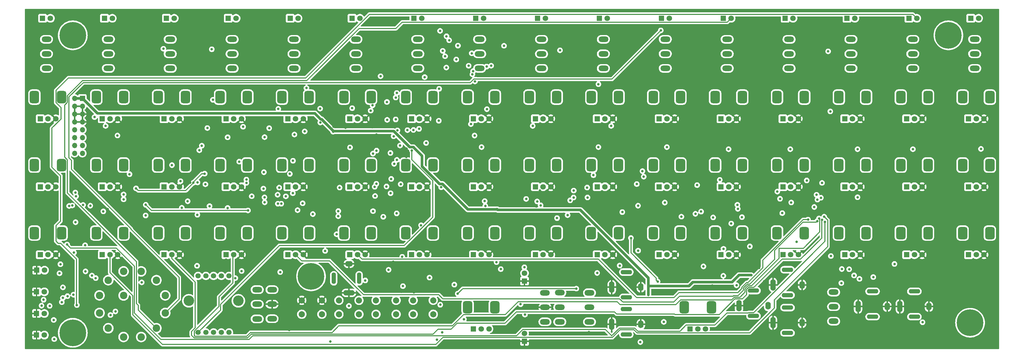
<source format=gbr>
%TF.GenerationSoftware,KiCad,Pcbnew,7.0.9*%
%TF.CreationDate,2023-12-27T10:42:17-06:00*%
%TF.ProjectId,SoundLab16StepSequencer,536f756e-644c-4616-9231-365374657053,rev?*%
%TF.SameCoordinates,Original*%
%TF.FileFunction,Copper,L2,Inr*%
%TF.FilePolarity,Positive*%
%FSLAX46Y46*%
G04 Gerber Fmt 4.6, Leading zero omitted, Abs format (unit mm)*
G04 Created by KiCad (PCBNEW 7.0.9) date 2023-12-27 10:42:18*
%MOMM*%
%LPD*%
G01*
G04 APERTURE LIST*
G04 Aperture macros list*
%AMRoundRect*
0 Rectangle with rounded corners*
0 $1 Rounding radius*
0 $2 $3 $4 $5 $6 $7 $8 $9 X,Y pos of 4 corners*
0 Add a 4 corners polygon primitive as box body*
4,1,4,$2,$3,$4,$5,$6,$7,$8,$9,$2,$3,0*
0 Add four circle primitives for the rounded corners*
1,1,$1+$1,$2,$3*
1,1,$1+$1,$4,$5*
1,1,$1+$1,$6,$7*
1,1,$1+$1,$8,$9*
0 Add four rect primitives between the rounded corners*
20,1,$1+$1,$2,$3,$4,$5,0*
20,1,$1+$1,$4,$5,$6,$7,0*
20,1,$1+$1,$6,$7,$8,$9,0*
20,1,$1+$1,$8,$9,$2,$3,0*%
G04 Aperture macros list end*
%TA.AperFunction,ComponentPad*%
%ADD10C,8.600000*%
%TD*%
%TA.AperFunction,ComponentPad*%
%ADD11O,1.750000X3.700000*%
%TD*%
%TA.AperFunction,ComponentPad*%
%ADD12O,1.750000X2.500000*%
%TD*%
%TA.AperFunction,ComponentPad*%
%ADD13O,3.700000X1.400000*%
%TD*%
%TA.AperFunction,ComponentPad*%
%ADD14O,3.700000X1.750000*%
%TD*%
%TA.AperFunction,ComponentPad*%
%ADD15O,2.500000X1.750000*%
%TD*%
%TA.AperFunction,ComponentPad*%
%ADD16O,1.400000X3.700000*%
%TD*%
%TA.AperFunction,ComponentPad*%
%ADD17R,1.800000X1.800000*%
%TD*%
%TA.AperFunction,ComponentPad*%
%ADD18C,1.800000*%
%TD*%
%TA.AperFunction,ComponentPad*%
%ADD19RoundRect,0.750000X0.750000X-1.250000X0.750000X1.250000X-0.750000X1.250000X-0.750000X-1.250000X0*%
%TD*%
%TA.AperFunction,ComponentPad*%
%ADD20C,2.000000*%
%TD*%
%TA.AperFunction,ComponentPad*%
%ADD21O,3.200000X1.800000*%
%TD*%
%TA.AperFunction,ComponentPad*%
%ADD22C,1.700000*%
%TD*%
%TA.AperFunction,ComponentPad*%
%ADD23C,3.400000*%
%TD*%
%TA.AperFunction,ComponentPad*%
%ADD24C,2.400000*%
%TD*%
%TA.AperFunction,ComponentPad*%
%ADD25R,1.700000X1.700000*%
%TD*%
%TA.AperFunction,ComponentPad*%
%ADD26O,1.700000X1.700000*%
%TD*%
%TA.AperFunction,ViaPad*%
%ADD27C,0.800000*%
%TD*%
%TA.AperFunction,Conductor*%
%ADD28C,0.304800*%
%TD*%
%TA.AperFunction,Conductor*%
%ADD29C,0.812800*%
%TD*%
G04 APERTURE END LIST*
D10*
%TO.N,N/C*%
%TO.C,*%
X80000000Y-187250000D03*
%TD*%
D11*
%TO.N,GNDREF*%
%TO.C,J8*%
X295300000Y-178500000D03*
D12*
X304700000Y-178500000D03*
D13*
%TO.N,/SequencerAnalogGenerator/CV1*%
X300000000Y-173600000D03*
X300000000Y-181800000D03*
%TD*%
D11*
%TO.N,GNDREF*%
%TO.C,J7*%
X306300000Y-184000000D03*
D12*
X315700000Y-184000000D03*
D13*
%TO.N,/SequencerAnalogGenerator/CV2*%
X311000000Y-179100000D03*
X311000000Y-187300000D03*
%TD*%
D11*
%TO.N,GNDREF*%
%TO.C,J6*%
X306300000Y-171750000D03*
D12*
X315700000Y-171750000D03*
D13*
%TO.N,/SequencerAnalogGenerator/CV3*%
X311000000Y-166850000D03*
X311000000Y-175050000D03*
%TD*%
D11*
%TO.N,GNDREF*%
%TO.C,J5*%
X254200000Y-172500000D03*
D12*
X263600000Y-172500000D03*
D13*
%TO.N,/VariClock2/Clock_Out*%
X258900000Y-167600000D03*
X258900000Y-175800000D03*
%TD*%
D11*
%TO.N,GNDREF*%
%TO.C,J4*%
X333800000Y-178750000D03*
D12*
X343200000Y-178750000D03*
D13*
%TO.N,/SequencerInput/Gate*%
X338500000Y-173850000D03*
X338500000Y-182050000D03*
%TD*%
D11*
%TO.N,GNDREF*%
%TO.C,J3*%
X347300000Y-178750000D03*
D12*
X356700000Y-178750000D03*
D13*
%TO.N,/SequencerInput/Trig*%
X352000000Y-173850000D03*
X352000000Y-182050000D03*
%TD*%
D11*
%TO.N,GNDREF*%
%TO.C,J2*%
X254200000Y-184500000D03*
D12*
X263600000Y-184500000D03*
D13*
%TO.N,/VariClock2/EXT_CLK_Input*%
X258900000Y-179600000D03*
X258900000Y-187800000D03*
%TD*%
D14*
%TO.N,GNDREF*%
%TO.C,J1*%
X169250000Y-174325000D03*
D15*
X169250000Y-164925000D03*
D16*
%TO.N,/SequencerClocking/XSTP*%
X164350000Y-169625000D03*
X172550000Y-169625000D03*
%TD*%
D10*
%TO.N,N/C*%
%TO.C,H4*%
X157000000Y-169000000D03*
%TD*%
%TO.N,N/C*%
%TO.C,H3*%
X370000000Y-184000000D03*
%TD*%
%TO.N,N/C*%
%TO.C,H2*%
X363000000Y-91000000D03*
%TD*%
%TO.N,N/C*%
%TO.C,H1*%
X80000000Y-91000000D03*
%TD*%
D17*
%TO.N,+12V*%
%TO.C,RV43*%
X309500000Y-162000000D03*
D18*
%TO.N,Net-(U13-I12)*%
X312000000Y-162000000D03*
%TO.N,GNDREF*%
X314500000Y-162000000D03*
D19*
%TO.N,N/C*%
X307600000Y-155000000D03*
X316400000Y-155000000D03*
%TD*%
D20*
%TO.N,+12V*%
%TO.C,SW20*%
X190000000Y-176750000D03*
X196500000Y-176750000D03*
%TO.N,Net-(R82-Pad1)*%
X190000000Y-181250000D03*
X196500000Y-181250000D03*
%TD*%
D21*
%TO.N,Net-(D22-K)*%
%TO.C,SW8*%
X151500000Y-92300000D03*
%TO.N,GB*%
X151500000Y-97000000D03*
%TO.N,N/C*%
X151500000Y-101700000D03*
%TD*%
D17*
%TO.N,Net-(RV10-Pad1)*%
%TO.C,RV22*%
X289500000Y-118000000D03*
D18*
%TO.N,Net-(R67-Pad1)*%
X292000000Y-118000000D03*
%TO.N,GNDREF*%
X294500000Y-118000000D03*
D19*
%TO.N,N/C*%
X287600000Y-111000000D03*
X296400000Y-111000000D03*
%TD*%
D17*
%TO.N,Net-(C32-Pad2)*%
%TO.C,RV33*%
X209500000Y-140000000D03*
D18*
%TO.N,Net-(R76-Pad2)*%
X212000000Y-140000000D03*
%TO.N,GNDREF*%
X214500000Y-140000000D03*
D19*
%TO.N,N/C*%
X207600000Y-133000000D03*
X216400000Y-133000000D03*
%TD*%
D21*
%TO.N,Net-(D1-K)*%
%TO.C,SW2*%
X139600000Y-182770000D03*
%TO.N,Net-(SW1-Pad4)*%
X139600000Y-178000000D03*
%TO.N,unconnected-(SW2-C-Pad3)*%
X139600000Y-173300000D03*
%TO.N,unconnected-(SW2-A-Pad4)*%
X144400000Y-182700000D03*
%TO.N,GNDREF*%
X144400000Y-178000000D03*
%TO.N,/SequencerClocking/RND*%
X144400000Y-173300000D03*
%TD*%
D20*
%TO.N,+12V*%
%TO.C,SW22*%
X166000000Y-176750000D03*
X172500000Y-176750000D03*
%TO.N,Net-(R80-Pad2)*%
X166000000Y-181250000D03*
X172500000Y-181250000D03*
%TD*%
D17*
%TO.N,GNDREF*%
%TO.C,D45*%
X68275000Y-174000000D03*
D18*
%TO.N,Net-(D45-A)*%
X70815000Y-174000000D03*
%TD*%
D17*
%TO.N,Net-(RV10-Pad1)*%
%TO.C,RV5*%
X369500000Y-118000000D03*
D18*
%TO.N,Net-(R51-Pad1)*%
X372000000Y-118000000D03*
%TO.N,GNDREF*%
X374500000Y-118000000D03*
D19*
%TO.N,N/C*%
X367600000Y-111000000D03*
X376400000Y-111000000D03*
%TD*%
D21*
%TO.N,Net-(D25-K)*%
%TO.C,SW11*%
X211500000Y-92300000D03*
%TO.N,GB*%
X211500000Y-97000000D03*
%TO.N,N/C*%
X211500000Y-101700000D03*
%TD*%
%TO.N,Net-(D23-K)*%
%TO.C,SW9*%
X171500000Y-92300000D03*
%TO.N,GB*%
X171500000Y-97000000D03*
%TO.N,N/C*%
X171500000Y-101700000D03*
%TD*%
D17*
%TO.N,+12V*%
%TO.C,RV45*%
X289500000Y-162000000D03*
D18*
%TO.N,Net-(U13-I11)*%
X292000000Y-162000000D03*
%TO.N,GNDREF*%
X294500000Y-162000000D03*
D19*
%TO.N,N/C*%
X287600000Y-155000000D03*
X296400000Y-155000000D03*
%TD*%
D17*
%TO.N,Net-(RV10-Pad1)*%
%TO.C,RV11*%
X349500000Y-140000000D03*
D18*
%TO.N,Net-(R55-Pad2)*%
X352000000Y-140000000D03*
%TO.N,GNDREF*%
X354500000Y-140000000D03*
D19*
%TO.N,N/C*%
X347600000Y-133000000D03*
X356400000Y-133000000D03*
%TD*%
D20*
%TO.N,+12V*%
%TO.C,SW21*%
X178000000Y-176750000D03*
X184500000Y-176750000D03*
%TO.N,Net-(R83-Pad1)*%
X178000000Y-181250000D03*
X184500000Y-181250000D03*
%TD*%
D17*
%TO.N,+12V*%
%TO.C,RV38*%
X89500000Y-162000000D03*
D18*
%TO.N,Net-(U13-I1)*%
X92000000Y-162000000D03*
%TO.N,GNDREF*%
X94500000Y-162000000D03*
D19*
%TO.N,N/C*%
X87600000Y-155000000D03*
X96400000Y-155000000D03*
%TD*%
D21*
%TO.N,Net-(D33-K)*%
%TO.C,SW19*%
X371500000Y-92300000D03*
%TO.N,GB*%
X371500000Y-97000000D03*
%TO.N,N/C*%
X371500000Y-101700000D03*
%TD*%
%TO.N,/SequencerInput/SBV2*%
%TO.C,SW26*%
X325900000Y-174100000D03*
%TO.N,/SequencerInput/SBV1*%
X325900000Y-178800000D03*
%TO.N,Net-(D62-A)*%
X325900000Y-183500000D03*
%TD*%
D22*
%TO.N,unconnected-(SW1-Pad1)*%
%TO.C,SW1*%
X130500000Y-187150000D03*
%TO.N,/SequencerClocking/STP*%
X128000000Y-187150000D03*
D23*
%TO.N,/SequencerClocking/CLR*%
X117500000Y-176900000D03*
D22*
X125500000Y-187150000D03*
D23*
X133500000Y-176900000D03*
D22*
%TO.N,Net-(SW1-Pad4)*%
X123000000Y-187150000D03*
%TO.N,/SequencerClocking/REV*%
X120500000Y-187150000D03*
%TO.N,N/C*%
X120500000Y-168850000D03*
X123000000Y-168850000D03*
X125500000Y-168850000D03*
X128000000Y-168850000D03*
X130500000Y-168850000D03*
%TD*%
D17*
%TO.N,Net-(RV10-Pad1)*%
%TO.C,RV26*%
X269500000Y-118000000D03*
D18*
%TO.N,Net-(R70-Pad2)*%
X272000000Y-118000000D03*
%TO.N,GNDREF*%
X274500000Y-118000000D03*
D19*
%TO.N,N/C*%
X267600000Y-111000000D03*
X276400000Y-111000000D03*
%TD*%
D21*
%TO.N,Net-(D27-K)*%
%TO.C,SW13*%
X251500000Y-92300000D03*
%TO.N,GB*%
X251500000Y-97000000D03*
%TO.N,N/C*%
X251500000Y-101700000D03*
%TD*%
D17*
%TO.N,Net-(D10-K)*%
%TO.C,D14*%
X190225000Y-85500000D03*
D18*
%TO.N,/SequencerInput/Q6*%
X192765000Y-85500000D03*
%TD*%
D17*
%TO.N,Net-(C32-Pad2)*%
%TO.C,RV20*%
X149500000Y-118000000D03*
D18*
%TO.N,Net-(R64-Pad2)*%
X152000000Y-118000000D03*
%TO.N,GNDREF*%
X154500000Y-118000000D03*
D19*
%TO.N,N/C*%
X147600000Y-111000000D03*
X156400000Y-111000000D03*
%TD*%
D17*
%TO.N,Net-(C32-Pad2)*%
%TO.C,RV12*%
X109500000Y-118000000D03*
D18*
%TO.N,Net-(R56-Pad2)*%
X112000000Y-118000000D03*
%TO.N,GNDREF*%
X114500000Y-118000000D03*
D19*
%TO.N,N/C*%
X107600000Y-111000000D03*
X116400000Y-111000000D03*
%TD*%
D21*
%TO.N,Net-(D30-K)*%
%TO.C,SW16*%
X311500000Y-92300000D03*
%TO.N,GB*%
X311500000Y-97000000D03*
%TO.N,N/C*%
X311500000Y-101700000D03*
%TD*%
%TO.N,Net-(D29-K)*%
%TO.C,SW15*%
X291500000Y-92300000D03*
%TO.N,GB*%
X291500000Y-97000000D03*
%TO.N,N/C*%
X291500000Y-101700000D03*
%TD*%
D17*
%TO.N,+12V*%
%TO.C,RV47*%
X269500000Y-162000000D03*
D18*
%TO.N,Net-(U13-I10)*%
X272000000Y-162000000D03*
%TO.N,GNDREF*%
X274500000Y-162000000D03*
D19*
%TO.N,N/C*%
X267600000Y-155000000D03*
X276400000Y-155000000D03*
%TD*%
D17*
%TO.N,+12V*%
%TO.C,RV42*%
X129500000Y-162000000D03*
D18*
%TO.N,Net-(U13-I3)*%
X132000000Y-162000000D03*
%TO.N,GNDREF*%
X134500000Y-162000000D03*
D19*
%TO.N,N/C*%
X127600000Y-155000000D03*
X136400000Y-155000000D03*
%TD*%
D17*
%TO.N,Net-(C32-Pad2)*%
%TO.C,RV8*%
X89500000Y-118000000D03*
D18*
%TO.N,Net-(R53-Pad1)*%
X92000000Y-118000000D03*
%TO.N,GNDREF*%
X94500000Y-118000000D03*
D19*
%TO.N,N/C*%
X87600000Y-111000000D03*
X96400000Y-111000000D03*
%TD*%
D17*
%TO.N,Net-(C32-Pad2)*%
%TO.C,RV25*%
X169500000Y-140000000D03*
D18*
%TO.N,Net-(R68-Pad2)*%
X172000000Y-140000000D03*
%TO.N,GNDREF*%
X174500000Y-140000000D03*
D19*
%TO.N,N/C*%
X167600000Y-133000000D03*
X176400000Y-133000000D03*
%TD*%
D17*
%TO.N,GNDREF*%
%TO.C,D61*%
X226000000Y-190000000D03*
D18*
%TO.N,Net-(D61-A)*%
X226000000Y-187460000D03*
%TD*%
D17*
%TO.N,Net-(RV10-Pad1)*%
%TO.C,RV23*%
X289500000Y-140000000D03*
D18*
%TO.N,Net-(R66-Pad1)*%
X292000000Y-140000000D03*
%TO.N,GNDREF*%
X294500000Y-140000000D03*
D19*
%TO.N,N/C*%
X287600000Y-133000000D03*
X296400000Y-133000000D03*
%TD*%
D17*
%TO.N,+12V*%
%TO.C,RV37*%
X369500000Y-162000000D03*
D18*
%TO.N,Net-(U13-I15)*%
X372000000Y-162000000D03*
%TO.N,GNDREF*%
X374500000Y-162000000D03*
D19*
%TO.N,N/C*%
X367600000Y-155000000D03*
X376400000Y-155000000D03*
%TD*%
D17*
%TO.N,Net-(D10-K)*%
%TO.C,D2*%
X70225000Y-85500000D03*
D18*
%TO.N,/SequencerClocking/FWD*%
X72765000Y-85500000D03*
%TD*%
D17*
%TO.N,GNDREF*%
%TO.C,D64*%
X226000000Y-170500000D03*
D18*
%TO.N,Net-(D64-A)*%
X226000000Y-167960000D03*
%TD*%
D17*
%TO.N,Net-(RV10-Pad1)*%
%TO.C,RV18*%
X309500000Y-118000000D03*
D18*
%TO.N,Net-(R62-Pad2)*%
X312000000Y-118000000D03*
%TO.N,GNDREF*%
X314500000Y-118000000D03*
D19*
%TO.N,N/C*%
X307600000Y-111000000D03*
X316400000Y-111000000D03*
%TD*%
D21*
%TO.N,Net-(D19-K)*%
%TO.C,SW5*%
X91500000Y-92300000D03*
%TO.N,GB*%
X91500000Y-97000000D03*
%TO.N,N/C*%
X91500000Y-101700000D03*
%TD*%
D17*
%TO.N,Net-(C32-Pad2)*%
%TO.C,RV9*%
X89500000Y-140000000D03*
D18*
%TO.N,Net-(R52-Pad2)*%
X92000000Y-140000000D03*
%TO.N,GNDREF*%
X94500000Y-140000000D03*
D19*
%TO.N,N/C*%
X87600000Y-133000000D03*
X96400000Y-133000000D03*
%TD*%
D17*
%TO.N,Net-(D10-K)*%
%TO.C,D5*%
X350225000Y-85500000D03*
D18*
%TO.N,/SequencerInput/Q14*%
X352765000Y-85500000D03*
%TD*%
D17*
%TO.N,Net-(C32-Pad2)*%
%TO.C,RV16*%
X129500000Y-118000000D03*
D18*
%TO.N,Net-(R61-Pad1)*%
X132000000Y-118000000D03*
%TO.N,GNDREF*%
X134500000Y-118000000D03*
D19*
%TO.N,N/C*%
X127600000Y-111000000D03*
X136400000Y-111000000D03*
%TD*%
D17*
%TO.N,GNDREF*%
%TO.C,D47*%
X68275000Y-188000000D03*
D18*
%TO.N,Net-(D47-A)*%
X70815000Y-188000000D03*
%TD*%
D21*
%TO.N,Net-(D26-K)*%
%TO.C,SW12*%
X231500000Y-92300000D03*
%TO.N,GB*%
X231500000Y-97000000D03*
%TO.N,N/C*%
X231500000Y-101700000D03*
%TD*%
D17*
%TO.N,Net-(C32-Pad2)*%
%TO.C,RV4*%
X69500000Y-140000000D03*
D18*
%TO.N,Net-(R49-Pad2)*%
X72000000Y-140000000D03*
%TO.N,GNDREF*%
X74500000Y-140000000D03*
D19*
%TO.N,N/C*%
X67600000Y-133000000D03*
X76400000Y-133000000D03*
%TD*%
D17*
%TO.N,Net-(D10-K)*%
%TO.C,D15*%
X250225000Y-85500000D03*
D18*
%TO.N,/SequencerInput/Q9*%
X252765000Y-85500000D03*
%TD*%
D17*
%TO.N,Net-(C32-Pad2)*%
%TO.C,RV21*%
X149500000Y-140000000D03*
D18*
%TO.N,Net-(R65-Pad2)*%
X152000000Y-140000000D03*
%TO.N,GNDREF*%
X154500000Y-140000000D03*
D19*
%TO.N,N/C*%
X147600000Y-133000000D03*
X156400000Y-133000000D03*
%TD*%
D17*
%TO.N,Net-(C32-Pad2)*%
%TO.C,RV17*%
X129500000Y-140000000D03*
D18*
%TO.N,Net-(R60-Pad2)*%
X132000000Y-140000000D03*
%TO.N,GNDREF*%
X134500000Y-140000000D03*
D19*
%TO.N,N/C*%
X127600000Y-133000000D03*
X136400000Y-133000000D03*
%TD*%
D21*
%TO.N,Net-(D24-K)*%
%TO.C,SW10*%
X191500000Y-92300000D03*
%TO.N,GB*%
X191500000Y-97000000D03*
%TO.N,N/C*%
X191500000Y-101700000D03*
%TD*%
%TO.N,Net-(SW25-A)*%
%TO.C,SW25*%
X247000000Y-183700000D03*
%TO.N,Net-(SW25-B)*%
X247000000Y-179000000D03*
%TO.N,Net-(Q2-C)*%
X247000000Y-174300000D03*
%TD*%
D17*
%TO.N,Net-(C32-Pad2)*%
%TO.C,RV28*%
X189500000Y-118000000D03*
D18*
%TO.N,Net-(R72-Pad2)*%
X192000000Y-118000000D03*
%TO.N,GNDREF*%
X194500000Y-118000000D03*
D19*
%TO.N,N/C*%
X187600000Y-111000000D03*
X196400000Y-111000000D03*
%TD*%
D17*
%TO.N,Net-(D10-K)*%
%TO.C,D7*%
X330225000Y-85500000D03*
D18*
%TO.N,/SequencerInput/Q13*%
X332765000Y-85500000D03*
%TD*%
D17*
%TO.N,+12V*%
%TO.C,RV50*%
X209500000Y-162000000D03*
D18*
%TO.N,Net-(U13-I7)*%
X212000000Y-162000000D03*
%TO.N,GNDREF*%
X214500000Y-162000000D03*
D19*
%TO.N,N/C*%
X207600000Y-155000000D03*
X216400000Y-155000000D03*
%TD*%
D17*
%TO.N,Net-(RV10-Pad1)*%
%TO.C,RV34*%
X229500000Y-118000000D03*
D18*
%TO.N,Net-(R78-Pad2)*%
X232000000Y-118000000D03*
%TO.N,GNDREF*%
X234500000Y-118000000D03*
D19*
%TO.N,N/C*%
X227600000Y-111000000D03*
X236400000Y-111000000D03*
%TD*%
D17*
%TO.N,+12V*%
%TO.C,RV51*%
X229500000Y-162000000D03*
D18*
%TO.N,Net-(U13-I8)*%
X232000000Y-162000000D03*
%TO.N,GNDREF*%
X234500000Y-162000000D03*
D19*
%TO.N,N/C*%
X227600000Y-155000000D03*
X236400000Y-155000000D03*
%TD*%
D17*
%TO.N,Net-(C32-Pad2)*%
%TO.C,RV32*%
X209500000Y-118000000D03*
D18*
%TO.N,Net-(R77-Pad1)*%
X212000000Y-118000000D03*
%TO.N,GNDREF*%
X214500000Y-118000000D03*
D19*
%TO.N,N/C*%
X207600000Y-111000000D03*
X216400000Y-111000000D03*
%TD*%
D17*
%TO.N,Net-(D10-K)*%
%TO.C,D10*%
X150250000Y-85500000D03*
D18*
%TO.N,/SequencerInput/Q4*%
X152790000Y-85500000D03*
%TD*%
D21*
%TO.N,/VariClock1/QCK*%
%TO.C,SW24*%
X237400000Y-174230000D03*
%TO.N,Net-(SW25-A)*%
X237400000Y-179000000D03*
%TO.N,/VariClock2/Q2*%
X237400000Y-183700000D03*
%TO.N,unconnected-(SW24-A-Pad4)*%
X232600000Y-174300000D03*
%TO.N,GNDREF*%
X232600000Y-179000000D03*
%TO.N,Net-(U4B-S)*%
X232600000Y-183700000D03*
%TD*%
D17*
%TO.N,Net-(C32-Pad2)*%
%TO.C,RV29*%
X189500000Y-140000000D03*
D18*
%TO.N,Net-(R73-Pad2)*%
X192000000Y-140000000D03*
%TO.N,GNDREF*%
X194500000Y-140000000D03*
D19*
%TO.N,N/C*%
X187600000Y-133000000D03*
X196400000Y-133000000D03*
%TD*%
D17*
%TO.N,+12V*%
%TO.C,RV49*%
X249500000Y-162000000D03*
D18*
%TO.N,Net-(U13-I9)*%
X252000000Y-162000000D03*
%TO.N,GNDREF*%
X254500000Y-162000000D03*
D19*
%TO.N,N/C*%
X247600000Y-155000000D03*
X256400000Y-155000000D03*
%TD*%
D21*
%TO.N,Net-(D31-K)*%
%TO.C,SW17*%
X331500000Y-92300000D03*
%TO.N,GB*%
X331500000Y-97000000D03*
%TO.N,N/C*%
X331500000Y-101700000D03*
%TD*%
D17*
%TO.N,+12V*%
%TO.C,RV48*%
X189500000Y-162000000D03*
D18*
%TO.N,Net-(U13-I6)*%
X192000000Y-162000000D03*
%TO.N,GNDREF*%
X194500000Y-162000000D03*
D19*
%TO.N,N/C*%
X187600000Y-155000000D03*
X196400000Y-155000000D03*
%TD*%
D17*
%TO.N,Net-(D10-K)*%
%TO.C,D11*%
X290225000Y-85500000D03*
D18*
%TO.N,/SequencerInput/Q11*%
X292765000Y-85500000D03*
%TD*%
D24*
%TO.N,/SequencerInput/Q4*%
%TO.C,SW3*%
X88635000Y-175153000D03*
%TO.N,/SequencerInput/Q5*%
X91472000Y-170222000D03*
%TO.N,/SequencerInput/Q6*%
X96403000Y-167385000D03*
%TO.N,/SequencerInput/Q7*%
X102097000Y-167385000D03*
%TO.N,/SequencerInput/Q8*%
X107028000Y-170222000D03*
%TO.N,/SequencerInput/Q9*%
X109865000Y-175153000D03*
%TO.N,/SequencerInput/Q10*%
X109865000Y-180847000D03*
%TO.N,/SequencerInput/Q11*%
X107028000Y-185778000D03*
%TO.N,/SequencerInput/Q12*%
X102097000Y-188615000D03*
%TO.N,/SequencerInput/Q13*%
X96403000Y-188615000D03*
%TO.N,/SequencerInput/Q14*%
X91472000Y-185778000D03*
%TO.N,/SequencerInput/Q15*%
X88635000Y-180847000D03*
%TO.N,Net-(D1-A)*%
X96422000Y-175172000D03*
%TD*%
D17*
%TO.N,+12V*%
%TO.C,RV40*%
X109500000Y-162000000D03*
D18*
%TO.N,Net-(U13-I2)*%
X112000000Y-162000000D03*
%TO.N,GNDREF*%
X114500000Y-162000000D03*
D19*
%TO.N,N/C*%
X107600000Y-155000000D03*
X116400000Y-155000000D03*
%TD*%
D17*
%TO.N,Net-(D10-K)*%
%TO.C,D17*%
X230225000Y-85500000D03*
D18*
%TO.N,/SequencerInput/Q8*%
X232765000Y-85500000D03*
%TD*%
D17*
%TO.N,Net-(D10-K)*%
%TO.C,D3*%
X370225000Y-85500000D03*
D18*
%TO.N,/SequencerInput/Q15*%
X372765000Y-85500000D03*
%TD*%
D20*
%TO.N,GNDREF*%
%TO.C,SW23*%
X154000000Y-176750000D03*
X160500000Y-176750000D03*
%TO.N,Net-(R105-Pad2)*%
X154000000Y-181250000D03*
X160500000Y-181250000D03*
%TD*%
D17*
%TO.N,GNDREF*%
%TO.C,D44*%
X68325000Y-167000000D03*
D18*
%TO.N,Net-(D44-A)*%
X70865000Y-167000000D03*
%TD*%
D17*
%TO.N,Net-(RV10-Pad1)*%
%TO.C,RV14*%
X329500000Y-118000000D03*
D18*
%TO.N,Net-(R59-Pad1)*%
X332000000Y-118000000D03*
%TO.N,GNDREF*%
X334500000Y-118000000D03*
D19*
%TO.N,N/C*%
X327600000Y-111000000D03*
X336400000Y-111000000D03*
%TD*%
D17*
%TO.N,Net-(RV10-Pad1)*%
%TO.C,RV31*%
X249500000Y-140000000D03*
D18*
%TO.N,Net-(R74-Pad1)*%
X252000000Y-140000000D03*
%TO.N,GNDREF*%
X254500000Y-140000000D03*
D19*
%TO.N,N/C*%
X247600000Y-133000000D03*
X256400000Y-133000000D03*
%TD*%
D21*
%TO.N,Net-(D20-K)*%
%TO.C,SW6*%
X111500000Y-92300000D03*
%TO.N,GB*%
X111500000Y-97000000D03*
%TO.N,N/C*%
X111500000Y-101700000D03*
%TD*%
D17*
%TO.N,Net-(RV10-Pad1)*%
%TO.C,RV6*%
X369500000Y-140000000D03*
D18*
%TO.N,Net-(R50-Pad1)*%
X372000000Y-140000000D03*
%TO.N,GNDREF*%
X374500000Y-140000000D03*
D19*
%TO.N,N/C*%
X367600000Y-133000000D03*
X376400000Y-133000000D03*
%TD*%
D17*
%TO.N,Net-(D10-K)*%
%TO.C,D16*%
X210250000Y-85500000D03*
D18*
%TO.N,/SequencerInput/Q7*%
X212790000Y-85500000D03*
%TD*%
D17*
%TO.N,Net-(R33-Pad2)*%
%TO.C,RV2*%
X209500000Y-186000000D03*
D18*
%TO.N,/VariClock1/CLK*%
X212000000Y-186000000D03*
X214500000Y-186000000D03*
D19*
%TO.N,N/C*%
X207600000Y-179000000D03*
X216400000Y-179000000D03*
%TD*%
D21*
%TO.N,Net-(D21-K)*%
%TO.C,SW7*%
X131500000Y-92300000D03*
%TO.N,GB*%
X131500000Y-97000000D03*
%TO.N,N/C*%
X131500000Y-101700000D03*
%TD*%
D17*
%TO.N,Net-(RV10-Pad1)*%
%TO.C,RV27*%
X269500000Y-140000000D03*
D18*
%TO.N,Net-(R71-Pad2)*%
X272000000Y-140000000D03*
%TO.N,GNDREF*%
X274500000Y-140000000D03*
D19*
%TO.N,N/C*%
X267600000Y-133000000D03*
X276400000Y-133000000D03*
%TD*%
D17*
%TO.N,+12V*%
%TO.C,RV39*%
X349500000Y-162000000D03*
D18*
%TO.N,Net-(U13-I14)*%
X352000000Y-162000000D03*
%TO.N,GNDREF*%
X354500000Y-162000000D03*
D19*
%TO.N,N/C*%
X347600000Y-155000000D03*
X356400000Y-155000000D03*
%TD*%
D17*
%TO.N,Net-(D10-K)*%
%TO.C,D4*%
X90225000Y-85500000D03*
D18*
%TO.N,Net-(D19-A)*%
X92765000Y-85500000D03*
%TD*%
D21*
%TO.N,Net-(D18-K)*%
%TO.C,SW4*%
X71500000Y-92300000D03*
%TO.N,GB*%
X71500000Y-97000000D03*
%TO.N,N/C*%
X71500000Y-101700000D03*
%TD*%
D17*
%TO.N,Net-(C32-Pad2)*%
%TO.C,RV13*%
X109500000Y-140000000D03*
D18*
%TO.N,Net-(R57-Pad2)*%
X112000000Y-140000000D03*
%TO.N,GNDREF*%
X114500000Y-140000000D03*
D19*
%TO.N,N/C*%
X107600000Y-133000000D03*
X116400000Y-133000000D03*
%TD*%
D17*
%TO.N,Net-(C32-Pad2)*%
%TO.C,RV24*%
X169500000Y-118000000D03*
D18*
%TO.N,Net-(R69-Pad1)*%
X172000000Y-118000000D03*
%TO.N,GNDREF*%
X174500000Y-118000000D03*
D19*
%TO.N,N/C*%
X167600000Y-111000000D03*
X176400000Y-111000000D03*
%TD*%
D17*
%TO.N,Net-(U11B-+)*%
%TO.C,RV7*%
X279500000Y-186000000D03*
D18*
X282000000Y-186000000D03*
%TO.N,Net-(U11C-+)*%
X284500000Y-186000000D03*
D19*
%TO.N,N/C*%
X277600000Y-179000000D03*
X286400000Y-179000000D03*
%TD*%
D17*
%TO.N,Net-(RV10-Pad1)*%
%TO.C,RV35*%
X229500000Y-140000000D03*
D18*
%TO.N,Net-(R79-Pad2)*%
X232000000Y-140000000D03*
%TO.N,GNDREF*%
X234500000Y-140000000D03*
D19*
%TO.N,N/C*%
X227600000Y-133000000D03*
X236400000Y-133000000D03*
%TD*%
D17*
%TO.N,Net-(D10-K)*%
%TO.C,D6*%
X110250000Y-85500000D03*
D18*
%TO.N,Net-(D20-A)*%
X112790000Y-85500000D03*
%TD*%
D21*
%TO.N,Net-(D32-K)*%
%TO.C,SW18*%
X351500000Y-92300000D03*
%TO.N,GB*%
X351500000Y-97000000D03*
%TO.N,N/C*%
X351500000Y-101700000D03*
%TD*%
D17*
%TO.N,+12V*%
%TO.C,RV44*%
X149500000Y-162000000D03*
D18*
%TO.N,Net-(U13-I4)*%
X152000000Y-162000000D03*
%TO.N,GNDREF*%
X154500000Y-162000000D03*
D19*
%TO.N,N/C*%
X147600000Y-155000000D03*
X156400000Y-155000000D03*
%TD*%
D17*
%TO.N,+12V*%
%TO.C,RV41*%
X329500000Y-162000000D03*
D18*
%TO.N,Net-(U13-I13)*%
X332000000Y-162000000D03*
%TO.N,GNDREF*%
X334500000Y-162000000D03*
D19*
%TO.N,N/C*%
X327600000Y-155000000D03*
X336400000Y-155000000D03*
%TD*%
D17*
%TO.N,Net-(RV10-Pad1)*%
%TO.C,RV15*%
X329500000Y-140000000D03*
D18*
%TO.N,Net-(R58-Pad1)*%
X332000000Y-140000000D03*
%TO.N,GNDREF*%
X334500000Y-140000000D03*
D19*
%TO.N,N/C*%
X327600000Y-133000000D03*
X336400000Y-133000000D03*
%TD*%
D17*
%TO.N,Net-(RV10-Pad1)*%
%TO.C,RV10*%
X349500000Y-118000000D03*
D18*
%TO.N,Net-(R54-Pad2)*%
X352000000Y-118000000D03*
%TO.N,GNDREF*%
X354500000Y-118000000D03*
D19*
%TO.N,N/C*%
X347600000Y-111000000D03*
X356400000Y-111000000D03*
%TD*%
D17*
%TO.N,+12V*%
%TO.C,RV36*%
X69500000Y-162000000D03*
D18*
%TO.N,Net-(U13-I0)*%
X72000000Y-162000000D03*
%TO.N,GNDREF*%
X74500000Y-162000000D03*
D19*
%TO.N,N/C*%
X67600000Y-155000000D03*
X76400000Y-155000000D03*
%TD*%
D17*
%TO.N,GNDREF*%
%TO.C,D46*%
X68275000Y-181000000D03*
D18*
%TO.N,Net-(D46-A)*%
X70815000Y-181000000D03*
%TD*%
D17*
%TO.N,Net-(D10-K)*%
%TO.C,D8*%
X130225000Y-85500000D03*
D18*
%TO.N,Net-(D21-A)*%
X132765000Y-85500000D03*
%TD*%
D17*
%TO.N,Net-(D10-K)*%
%TO.C,D9*%
X310225000Y-85500000D03*
D18*
%TO.N,/SequencerInput/Q12*%
X312765000Y-85500000D03*
%TD*%
D17*
%TO.N,Net-(C32-Pad2)*%
%TO.C,RV3*%
X69500000Y-118000000D03*
D18*
%TO.N,Net-(R48-Pad2)*%
X72000000Y-118000000D03*
%TO.N,GNDREF*%
X74500000Y-118000000D03*
D19*
%TO.N,N/C*%
X67600000Y-111000000D03*
X76400000Y-111000000D03*
%TD*%
D21*
%TO.N,Net-(D28-K)*%
%TO.C,SW14*%
X271500000Y-92300000D03*
%TO.N,GB*%
X271500000Y-97000000D03*
%TO.N,N/C*%
X271500000Y-101700000D03*
%TD*%
D17*
%TO.N,Net-(D10-K)*%
%TO.C,D13*%
X270225000Y-85500000D03*
D18*
%TO.N,/SequencerInput/Q10*%
X272765000Y-85500000D03*
%TD*%
D17*
%TO.N,Net-(RV10-Pad1)*%
%TO.C,RV30*%
X249500000Y-118000000D03*
D18*
%TO.N,Net-(R75-Pad1)*%
X252000000Y-118000000D03*
%TO.N,GNDREF*%
X254500000Y-118000000D03*
D19*
%TO.N,N/C*%
X247600000Y-111000000D03*
X256400000Y-111000000D03*
%TD*%
D17*
%TO.N,Net-(RV10-Pad1)*%
%TO.C,RV19*%
X309500000Y-140000000D03*
D18*
%TO.N,Net-(R63-Pad2)*%
X312000000Y-140000000D03*
%TO.N,GNDREF*%
X314500000Y-140000000D03*
D19*
%TO.N,N/C*%
X307600000Y-133000000D03*
X316400000Y-133000000D03*
%TD*%
D17*
%TO.N,Net-(D10-K)*%
%TO.C,D12*%
X170250000Y-85500000D03*
D18*
%TO.N,/SequencerInput/Q5*%
X172790000Y-85500000D03*
%TD*%
D17*
%TO.N,+12V*%
%TO.C,RV46*%
X169500000Y-162000000D03*
D18*
%TO.N,Net-(U13-I5)*%
X172000000Y-162000000D03*
%TO.N,GNDREF*%
X174500000Y-162000000D03*
D19*
%TO.N,N/C*%
X167600000Y-155000000D03*
X176400000Y-155000000D03*
%TD*%
D25*
%TO.N,-12V*%
%TO.C,J9*%
X83100000Y-111385000D03*
D26*
X80560000Y-111385000D03*
%TO.N,GNDREF*%
X83100000Y-113925000D03*
X80560000Y-113925000D03*
X83100000Y-116465000D03*
X80560000Y-116465000D03*
X83100000Y-119005000D03*
X80560000Y-119005000D03*
%TO.N,+12V*%
X83100000Y-121545000D03*
X80560000Y-121545000D03*
%TO.N,Net-(J9-Pin_11)*%
X83100000Y-124085000D03*
X80560000Y-124085000D03*
%TO.N,Net-(J9-Pin_13)*%
X83100000Y-126625000D03*
X80560000Y-126625000D03*
%TO.N,Net-(J9-Pin_15)*%
X83100000Y-129165000D03*
X80560000Y-129165000D03*
%TD*%
D27*
%TO.N,+12V*%
X75700000Y-168000000D03*
%TO.N,GNDREF*%
X86350000Y-190525000D03*
X68800000Y-184100000D03*
X76575000Y-181975000D03*
%TO.N,+12V*%
X84100000Y-167375000D03*
%TO.N,/SequencerInput/Q8*%
X93775000Y-180350000D03*
%TO.N,/SequencerInput/Q9*%
X92175000Y-181500000D03*
%TO.N,Net-(U9-P0)*%
X74000000Y-189300000D03*
%TO.N,Net-(U9-P1)*%
X73832617Y-183095117D03*
%TO.N,Net-(D20-A)*%
X72524330Y-178549330D03*
%TO.N,Net-(D19-A)*%
X70556091Y-176559142D03*
%TO.N,/SequencerClocking/FWD*%
X69900002Y-178475000D03*
%TO.N,Net-(D21-A)*%
X76450000Y-177350000D03*
%TO.N,/SequencerInput/Q4*%
X76802400Y-175975000D03*
%TO.N,/SequencerInput/Q5*%
X78269909Y-175389857D03*
%TO.N,/SequencerInput/Q6*%
X87400000Y-169550000D03*
X76802400Y-172554030D03*
%TO.N,/SequencerAnalogGenerator/QD*%
X86175000Y-168747600D03*
%TO.N,/SequencerInput/Q7*%
X80188059Y-174932200D03*
%TO.N,/SequencerInput/Q14*%
X81300000Y-178275000D03*
%TO.N,Net-(U9-P2)*%
X76005279Y-165064244D03*
%TO.N,GNDREF*%
X84575000Y-145625000D03*
X87050000Y-146075000D03*
%TO.N,I{slash}O*%
X269025000Y-170700000D03*
X260400000Y-156600000D03*
X209975000Y-105925000D03*
%TO.N,Net-(U13-I0)*%
X78150000Y-158700000D03*
X323100000Y-151375000D03*
%TO.N,/SequencerClocking/XSTP*%
X184700000Y-109675000D03*
%TO.N,Net-(D62-A)*%
X183850008Y-132600004D03*
%TO.N,/SequencerAnalogGenerator/CV3*%
X294525000Y-171875000D03*
%TO.N,/SequencerInput/Q12*%
X324125000Y-96200000D03*
X263425000Y-190250000D03*
%TO.N,GNDREF*%
X176225000Y-170600000D03*
X180975000Y-172675000D03*
%TO.N,Net-(U12-I5)*%
X203937500Y-98827734D03*
X176275000Y-115375000D03*
%TO.N,/SequencerAnalogGenerator/QB*%
X204400000Y-174600000D03*
%TO.N,Net-(U4B-S)*%
X224725000Y-178000000D03*
%TO.N,+12V*%
X154950014Y-122100015D03*
X146200000Y-142575000D03*
X185760000Y-126650000D03*
X345565700Y-164984300D03*
X147025000Y-167600000D03*
X89850000Y-147975000D03*
X276700000Y-149675000D03*
X283825000Y-165775000D03*
X130033800Y-124003823D03*
X165800000Y-147875000D03*
X184758800Y-131300000D03*
X203300000Y-171675000D03*
X226525000Y-143950000D03*
X154275000Y-145350000D03*
X213325000Y-146250000D03*
X122858795Y-139206621D03*
X96416200Y-142475000D03*
X152650000Y-147575000D03*
X317200000Y-137975000D03*
X328400000Y-171175000D03*
X249475000Y-167900000D03*
X257600000Y-148200000D03*
X246225000Y-140250000D03*
X80825000Y-141875000D03*
X130033800Y-146866200D03*
X290250000Y-168817000D03*
X103538800Y-149295000D03*
X271000000Y-183725000D03*
X185975000Y-139175000D03*
X218325000Y-166650000D03*
X120246269Y-149075871D03*
%TO.N,GNDREF*%
X163525000Y-88550000D03*
X341075000Y-102375000D03*
X129575000Y-163597600D03*
X83497600Y-149275000D03*
X117929800Y-138692383D03*
X102450000Y-124225000D03*
X178172600Y-123076813D03*
X183529883Y-164245117D03*
X186350000Y-115425000D03*
X171350000Y-149425000D03*
X211975000Y-177750000D03*
X289425000Y-166700000D03*
X160550000Y-123450000D03*
X67150000Y-177450000D03*
X266924998Y-163850000D03*
X281600000Y-123425000D03*
X251950000Y-182325000D03*
X344725000Y-187650000D03*
X317575000Y-185650000D03*
X145300000Y-101875000D03*
X141350000Y-180775000D03*
X343650000Y-123950000D03*
X233900000Y-143625000D03*
X135125000Y-123725000D03*
X356800000Y-169475000D03*
X212275000Y-109500000D03*
X163550000Y-139025000D03*
X161225000Y-108400000D03*
X240200000Y-133350000D03*
X220700000Y-111075000D03*
X134200000Y-142050000D03*
X91275000Y-147225000D03*
X202350000Y-113925000D03*
X142575000Y-91625000D03*
X224450000Y-108400000D03*
X224975000Y-140750000D03*
X293050000Y-184100000D03*
X319750000Y-175750000D03*
X303675000Y-187650000D03*
X290825000Y-134000000D03*
X301025000Y-88100000D03*
X177125000Y-145550000D03*
X94550000Y-185950000D03*
X209587922Y-114377487D03*
X176775000Y-120775000D03*
X187825000Y-130400000D03*
X164275000Y-120550000D03*
X187900000Y-127650000D03*
X140775000Y-162375000D03*
X181875000Y-126750000D03*
X100725000Y-112875000D03*
X98320006Y-180697600D03*
X202425000Y-144400000D03*
X283950000Y-139025000D03*
X109875000Y-168250000D03*
X106425000Y-149350000D03*
X282725000Y-134575000D03*
X199050000Y-91800000D03*
X213750000Y-149375000D03*
X222000000Y-138525000D03*
X176137600Y-142183476D03*
X113550000Y-185625000D03*
X149950000Y-186363000D03*
X168150000Y-120925000D03*
X190203317Y-174146683D03*
X256550000Y-140475000D03*
X127301267Y-140076267D03*
X101825000Y-89900000D03*
X202750000Y-133875000D03*
X109525000Y-152225000D03*
X168050000Y-167295117D03*
X94750000Y-146575000D03*
X124050000Y-173750000D03*
X70625000Y-145350000D03*
X341350000Y-89475000D03*
X230950000Y-141250000D03*
X191300000Y-145050000D03*
X161250000Y-172900000D03*
X286700000Y-171925000D03*
X225075000Y-95650000D03*
X144550000Y-123100000D03*
X96475000Y-140275000D03*
X217575000Y-144325000D03*
X167175000Y-143250000D03*
X262125000Y-141000000D03*
X210025000Y-168775000D03*
X357475000Y-87175000D03*
X145946115Y-164108569D03*
X367900000Y-174650000D03*
X320929883Y-100479883D03*
X229775000Y-146425000D03*
X322050000Y-136725000D03*
X135425000Y-180725000D03*
X202100000Y-123425000D03*
X225300000Y-124450000D03*
X67225000Y-123700000D03*
X176750000Y-98175000D03*
X159500000Y-153700000D03*
X96550000Y-100075000D03*
X180750000Y-87025000D03*
X129225000Y-143425000D03*
X301825000Y-166277400D03*
X234025000Y-136750000D03*
X303400002Y-170575001D03*
X207975000Y-144325000D03*
X151150000Y-152475000D03*
X124925000Y-149000000D03*
X130275000Y-154375000D03*
X342375000Y-149225000D03*
X263150000Y-100275000D03*
X242774998Y-151400000D03*
X144525000Y-136225000D03*
X363075000Y-145675000D03*
X141000000Y-99750000D03*
X223425000Y-151875000D03*
X342825000Y-139600000D03*
X182975000Y-102175000D03*
X246175000Y-91350000D03*
X165150000Y-99625000D03*
X318525000Y-144525000D03*
X124400000Y-154250000D03*
X233600000Y-156850000D03*
X258975000Y-124325000D03*
X320200000Y-124875000D03*
X132875000Y-135300000D03*
X281600000Y-101350000D03*
X282200000Y-127300000D03*
X238625000Y-148800000D03*
X204275000Y-90176000D03*
X284050000Y-91450000D03*
X186175000Y-174025000D03*
X104713883Y-181438883D03*
X291875000Y-110300000D03*
X178173321Y-137442916D03*
X150625000Y-178375000D03*
X220025000Y-135650000D03*
X264150000Y-92100000D03*
X246800000Y-187010000D03*
X238375000Y-166850000D03*
X140150000Y-129425000D03*
X222025000Y-156125000D03*
X357975000Y-100000000D03*
X347000000Y-146175000D03*
X76425000Y-95675000D03*
X185450000Y-136450000D03*
%TO.N,-12V*%
X217100000Y-147250000D03*
X164124986Y-122175000D03*
X299253092Y-168603092D03*
X266000000Y-175029800D03*
%TO.N,Net-(C7-Pad2)*%
X338725000Y-169225000D03*
X332499700Y-168708200D03*
%TO.N,/VariClock1/QCK*%
X240762700Y-144408600D03*
X165786300Y-149532900D03*
X169237700Y-178553400D03*
X177574760Y-140014994D03*
%TO.N,/VariClock1/SET*%
X177020033Y-147889733D03*
X178092254Y-139047716D03*
%TO.N,Net-(U8-E0)*%
X103572928Y-145837087D03*
X136625000Y-147675000D03*
%TO.N,Net-(C23-Pad1)*%
X141616677Y-140608213D03*
X146700000Y-140275000D03*
%TO.N,Net-(D41-A)*%
X151154500Y-131595100D03*
X151633100Y-123100000D03*
%TO.N,Net-(D42-K)*%
X142013051Y-145038437D03*
X157577400Y-148832000D03*
X147365600Y-145492900D03*
X163200000Y-190102400D03*
%TO.N,Net-(C32-Pad2)*%
X166232600Y-140274400D03*
X115227400Y-146813994D03*
X150137603Y-135837603D03*
X225942400Y-166054700D03*
X181380000Y-139913700D03*
%TO.N,Net-(C42-Pad1)*%
X186468500Y-162668400D03*
X198757900Y-178178000D03*
%TO.N,/SequencerClocking/REV*%
X189600000Y-128250000D03*
%TO.N,/SequencerClocking/STP*%
X178172600Y-128314224D03*
%TO.N,Net-(D54-A)*%
X184361398Y-111148367D03*
X181606800Y-118355900D03*
%TO.N,Net-(C57-Pad1)*%
X231199200Y-146007200D03*
X206411300Y-182867200D03*
%TO.N,Net-(U18B--)*%
X230081200Y-144766100D03*
X213115500Y-144650900D03*
%TO.N,/SequencerClocking/FWD*%
X80364854Y-161317564D03*
%TO.N,/SequencerInput/Q15*%
X354637600Y-183844200D03*
%TO.N,/SequencerInput/Q13*%
X199366865Y-187142902D03*
%TO.N,/SequencerInput/Q10*%
X270050000Y-89425000D03*
%TO.N,/SequencerInput/Q8*%
X237464900Y-95856600D03*
X132504800Y-169551600D03*
%TO.N,/SequencerClocking/DN*%
X294799800Y-145849400D03*
X330925100Y-166694200D03*
%TO.N,/SequencerClocking/UP*%
X325014100Y-162415700D03*
X307694400Y-141569700D03*
%TO.N,/SequencerClocking/X2*%
X182645700Y-129087763D03*
X180347600Y-149725900D03*
X197707388Y-189516273D03*
X184914399Y-121770696D03*
%TO.N,Net-(D41-K)*%
X141970500Y-123940100D03*
X136102400Y-138734103D03*
X137827400Y-143071600D03*
%TO.N,Net-(D50-A)*%
X192562132Y-152462132D03*
X191900000Y-121275000D03*
%TO.N,Net-(D51-K)*%
X183683031Y-123675000D03*
X188157197Y-121679397D03*
%TO.N,Net-(D51-A)*%
X190100000Y-121625000D03*
X195304400Y-169393000D03*
%TO.N,/SequencerClocking/CLR*%
X209850000Y-123439900D03*
X181523370Y-112577970D03*
X134559000Y-167280400D03*
X236500000Y-150150000D03*
%TO.N,/VariClock2/Q2*%
X216949500Y-164388800D03*
X199054800Y-140156200D03*
%TO.N,GB*%
X328550000Y-166626400D03*
%TO.N,/SequencerInput/SBV2*%
X334254114Y-169812600D03*
%TO.N,Net-(U6-Q3)*%
X122600000Y-135775000D03*
X118979760Y-138701845D03*
X100425000Y-140525000D03*
%TO.N,Net-(U6-Q2)*%
X120300000Y-138625000D03*
X98320617Y-135937672D03*
X96422600Y-144081200D03*
X121695900Y-126725700D03*
%TO.N,Net-(U6-Q1)*%
X120892700Y-128174600D03*
X117127400Y-144696300D03*
%TO.N,Net-(U6-Q0)*%
X123482900Y-121008000D03*
X114797600Y-138195700D03*
%TO.N,Net-(U9-P2)*%
X78814600Y-146211200D03*
%TO.N,Net-(U9-P1)*%
X81048800Y-143085700D03*
%TO.N,Net-(U9-P0)*%
X85650700Y-146122700D03*
%TO.N,Net-(R35-Pad2)*%
X169600000Y-127275000D03*
X312200000Y-145100000D03*
%TO.N,Net-(U12-I0)*%
X109285600Y-95351800D03*
X87022633Y-117462867D03*
%TO.N,Net-(U12-I15)*%
X201635700Y-92611500D03*
X249874600Y-106830400D03*
%TO.N,Net-(U12-I1)*%
X124911200Y-95526300D03*
X90600800Y-120327800D03*
%TO.N,Net-(R52-Pad2)*%
X94423900Y-123431300D03*
%TO.N,Net-(U12-I14)*%
X204474700Y-94354400D03*
X219363300Y-94389700D03*
%TO.N,Net-(R55-Pad2)*%
X351526600Y-127851500D03*
%TO.N,Net-(U12-I2)*%
X199562664Y-96047600D03*
X176880416Y-113660884D03*
%TO.N,Net-(R57-Pad2)*%
X112050400Y-133012200D03*
%TO.N,Net-(U12-I3)*%
X198397900Y-108310100D03*
X207938905Y-100859546D03*
X155518600Y-108074100D03*
X135032500Y-120591500D03*
%TO.N,Net-(R60-Pad2)*%
X133788400Y-131872800D03*
%TO.N,Net-(R63-Pad2)*%
X311891300Y-127851500D03*
%TO.N,Net-(U12-I4)*%
X143471700Y-121051700D03*
X200324777Y-97777400D03*
X148849547Y-143105928D03*
%TO.N,Net-(R65-Pad2)*%
X151114400Y-142092000D03*
%TO.N,Net-(R68-Pad2)*%
X177013500Y-129279000D03*
%TO.N,Net-(U12-I10)*%
X254005000Y-120327800D03*
X200725900Y-101439000D03*
%TO.N,Net-(R71-Pad2)*%
X272006600Y-127178600D03*
%TO.N,Net-(U12-I6)*%
X198281200Y-118657600D03*
X209352101Y-102600793D03*
%TO.N,Net-(R73-Pad2)*%
X194192500Y-125837300D03*
%TO.N,Net-(U12-I7)*%
X209138633Y-103628867D03*
X208670400Y-119738100D03*
%TO.N,Net-(R76-Pad2)*%
X212103900Y-127178600D03*
%TO.N,Net-(U12-I8)*%
X213833900Y-114898700D03*
X228642200Y-120327800D03*
%TO.N,Net-(R80-Pad2)*%
X174513300Y-170316400D03*
%TO.N,Net-(R83-Pad1)*%
X182066700Y-166885800D03*
%TO.N,/SequencerClocking/RND*%
X161551798Y-160762802D03*
%TO.N,Net-(U19-CLK)*%
X262691400Y-146137700D03*
X241900000Y-141250000D03*
%TO.N,Net-(R123-Pad1)*%
X239925000Y-149175000D03*
X226125000Y-181375000D03*
%TO.N,Net-(R127-Pad1)*%
X256760604Y-165499996D03*
X246358400Y-143478300D03*
%TO.N,/VariClock1/CLK*%
X182702400Y-142101682D03*
X182914800Y-137467800D03*
X136102400Y-137684100D03*
X141760289Y-135298790D03*
X141953102Y-143433637D03*
%TO.N,Net-(RV10-Pad1)*%
X324829600Y-115633800D03*
X262269800Y-139133000D03*
%TO.N,Net-(U13-I15)*%
X333637300Y-143402500D03*
%TO.N,Net-(U13-I1)*%
X322841811Y-149679519D03*
%TO.N,Net-(U13-I2)*%
X322148547Y-150693675D03*
%TO.N,Net-(U13-I13)*%
X322149300Y-138750500D03*
%TO.N,Net-(U13-I3)*%
X321191581Y-150261561D03*
%TO.N,Net-(U13-I12)*%
X320652621Y-144174037D03*
%TO.N,Net-(U13-I4)*%
X320586209Y-151128157D03*
%TO.N,Net-(U13-I11)*%
X321781200Y-143560200D03*
%TO.N,Net-(U13-I5)*%
X317625000Y-150650000D03*
%TO.N,Net-(U13-I10)*%
X320379612Y-142608886D03*
%TO.N,Net-(U13-I6)*%
X313920300Y-157788500D03*
X319637600Y-146557000D03*
%TO.N,Net-(U13-I9)*%
X286958600Y-149927700D03*
X262704300Y-160672800D03*
%TO.N,Net-(U13-I7)*%
X309302000Y-148529600D03*
X298816700Y-159309400D03*
%TO.N,Net-(U13-I8)*%
X308571900Y-143902400D03*
X290311000Y-160080900D03*
%TO.N,/SequencerAnalogGenerator/QA*%
X294940700Y-147155400D03*
X170292500Y-114576200D03*
X213736300Y-101128700D03*
X120152159Y-165571742D03*
X179473433Y-104236333D03*
X193720080Y-104528580D03*
X296276867Y-149838367D03*
X248267400Y-136249200D03*
X159975700Y-119222600D03*
X208946600Y-96819100D03*
%TO.N,/SequencerAnalogGenerator/QB*%
X292801300Y-151906100D03*
X215205000Y-100845600D03*
X242730700Y-172957400D03*
X283068700Y-148036900D03*
%TO.N,/SequencerAnalogGenerator/QC*%
X146408300Y-114804900D03*
X264108300Y-134952100D03*
X159931483Y-114728283D03*
X200771100Y-91326600D03*
X102271000Y-170931400D03*
%TO.N,/SequencerAnalogGenerator/QD*%
X281784200Y-139466700D03*
X198695800Y-89575600D03*
X289107900Y-137766700D03*
X125286300Y-111875000D03*
X264534000Y-136741300D03*
%TO.N,Net-(U6-MR)*%
X124191133Y-146268633D03*
X146274832Y-145485835D03*
%TO.N,/VariClock1/CLR*%
X165260300Y-155362900D03*
X177694300Y-142989500D03*
X83975000Y-158925000D03*
X83320900Y-145886400D03*
%TO.N,Net-(U9-LOAD)*%
X79834000Y-146064000D03*
X80884800Y-151459800D03*
%TO.N,Net-(U14A-C)*%
X186703800Y-172151700D03*
X184368600Y-118231900D03*
%TO.N,Net-(SW25-B)*%
X241847600Y-143467800D03*
%TO.N,/SequencerClocking/DB*%
X281229300Y-148747700D03*
X271330000Y-145110700D03*
%TO.N,Net-(R50-Pad1)*%
X373524300Y-127751500D03*
%TO.N,Net-(R58-Pad1)*%
X333637300Y-127851500D03*
%TO.N,Net-(R66-Pad1)*%
X291944600Y-127851500D03*
%TO.N,Net-(R74-Pad1)*%
X249874600Y-127178600D03*
%TO.N,Net-(U4B-S)*%
X184680800Y-148622500D03*
%TD*%
D28*
%TO.N,Net-(U13-I0)*%
X79277400Y-159827400D02*
X78150000Y-158700000D01*
X94098562Y-159827400D02*
X79277400Y-159827400D01*
X99925000Y-165653838D02*
X94098562Y-159827400D01*
X99925000Y-180870426D02*
X99925000Y-165653838D01*
X137012999Y-189362000D02*
X108416574Y-189362000D01*
X138132199Y-188242800D02*
X137012999Y-189362000D01*
X223446038Y-188242800D02*
X138132199Y-188242800D01*
X225481238Y-186207600D02*
X223446038Y-188242800D01*
X252133104Y-186207600D02*
X225481238Y-186207600D01*
X254168304Y-188242800D02*
X252133104Y-186207600D01*
X256665904Y-185745200D02*
X254168304Y-188242800D01*
X261609096Y-185745200D02*
X256665904Y-185745200D01*
X108416574Y-189362000D02*
X99925000Y-180870426D01*
X262611496Y-186747600D02*
X261609096Y-185745200D01*
X276247600Y-186747600D02*
X262611496Y-186747600D01*
X287523562Y-184747600D02*
X278247600Y-184747600D01*
X298286682Y-180875000D02*
X291396162Y-180875000D01*
X278247600Y-184747600D02*
X276247600Y-186747600D01*
X298414082Y-180747600D02*
X298286682Y-180875000D01*
X291396162Y-180875000D02*
X287523562Y-184747600D01*
X323100000Y-157660806D02*
X300013206Y-180747600D01*
X300013206Y-180747600D02*
X298414082Y-180747600D01*
X323100000Y-151375000D02*
X323100000Y-157660806D01*
%TO.N,Net-(U13-I2)*%
X322047600Y-150794622D02*
X322148547Y-150693675D01*
X322047600Y-156602400D02*
X322047600Y-150794622D01*
X315250000Y-163400000D02*
X322047600Y-156602400D01*
X309311682Y-163400000D02*
X315250000Y-163400000D01*
X298414082Y-172547600D02*
X300164082Y-172547600D01*
X297797600Y-173164082D02*
X298414082Y-172547600D01*
X296414082Y-176297600D02*
X297797600Y-174914082D01*
X293977400Y-176297600D02*
X296414082Y-176297600D01*
X288922600Y-181352400D02*
X293977400Y-176297600D01*
X274652400Y-181352400D02*
X288922600Y-181352400D01*
X274450000Y-181150000D02*
X274652400Y-181352400D01*
X255745200Y-181150000D02*
X274450000Y-181150000D01*
X255097600Y-180502400D02*
X255745200Y-181150000D01*
X223367635Y-180502400D02*
X255097600Y-180502400D01*
X219695035Y-184175000D02*
X223367635Y-180502400D01*
X204238896Y-184175000D02*
X219695035Y-184175000D01*
X202288896Y-186125000D02*
X204238896Y-184175000D01*
X118375000Y-188063896D02*
X119168304Y-188857200D01*
X119552400Y-185683254D02*
X118375000Y-186860654D01*
X112000000Y-163272792D02*
X119552400Y-170825192D01*
X112000000Y-162000000D02*
X112000000Y-163272792D01*
X137640905Y-187670200D02*
X196454800Y-187670200D01*
%TO.N,Net-(U13-I4)*%
X315981305Y-151452400D02*
X320261966Y-151452400D01*
X298762000Y-171538000D02*
X306800000Y-163500000D01*
X296788000Y-173512000D02*
X296788000Y-172745890D01*
X295012000Y-175288000D02*
X296788000Y-173512000D01*
X293559211Y-175288000D02*
X295012000Y-175288000D01*
X257786682Y-177325000D02*
X274200000Y-177325000D01*
X256697600Y-176235918D02*
X257786682Y-177325000D01*
X199540718Y-176235918D02*
X256697600Y-176235918D01*
X198253883Y-174949083D02*
X199540718Y-176235918D01*
X320261966Y-151452400D02*
X320586209Y-151128157D01*
%TO.N,Net-(U13-I2)*%
X196454800Y-187670200D02*
X198000000Y-186125000D01*
%TO.N,Net-(U13-I4)*%
X173949083Y-174949083D02*
X198253883Y-174949083D01*
X162975000Y-163975000D02*
X173949083Y-174949083D01*
%TO.N,Net-(U13-I2)*%
X119168304Y-188857200D02*
X136453904Y-188857200D01*
%TO.N,Net-(U13-I4)*%
X152000000Y-162000000D02*
X153975000Y-163975000D01*
X153975000Y-163975000D02*
X162975000Y-163975000D01*
%TO.N,Net-(U13-I3)*%
X321386577Y-150456557D02*
X321191581Y-150261561D01*
X321386577Y-154638423D02*
X321386577Y-150456557D01*
%TO.N,Net-(U13-I2)*%
X198000000Y-186125000D02*
X202288896Y-186125000D01*
%TO.N,Net-(U13-I3)*%
X316125000Y-159900000D02*
X321386577Y-154638423D01*
%TO.N,Net-(U13-I2)*%
X118375000Y-186860654D02*
X118375000Y-188063896D01*
%TO.N,Net-(U13-I3)*%
X308247600Y-159900000D02*
X316125000Y-159900000D01*
X308247600Y-163155189D02*
X308247600Y-159900000D01*
%TO.N,Net-(U13-I4)*%
X274200000Y-177325000D02*
X276100000Y-175425000D01*
%TO.N,Net-(U13-I3)*%
X297292800Y-172954986D02*
X298204987Y-172042800D01*
X297292800Y-174109989D02*
X297292800Y-172954986D01*
X295609989Y-175792800D02*
X297292800Y-174109989D01*
X293768305Y-175792800D02*
X295609989Y-175792800D01*
%TO.N,Net-(U13-I2)*%
X119552400Y-170825192D02*
X119552400Y-185683254D01*
%TO.N,Net-(U13-I3)*%
X292913504Y-176647600D02*
X293768305Y-175792800D01*
%TO.N,Net-(U13-I4)*%
X296788000Y-172745890D02*
X297995893Y-171538000D01*
%TO.N,Net-(U13-I3)*%
X276393370Y-176647600D02*
X292913504Y-176647600D01*
X274940970Y-178100000D02*
X276393370Y-176647600D01*
X256866482Y-178100000D02*
X274940970Y-178100000D01*
X255966482Y-177200000D02*
X256866482Y-178100000D01*
%TO.N,Net-(U13-I4)*%
X293422210Y-175425000D02*
X293559211Y-175288000D01*
%TO.N,Net-(U13-I3)*%
X223940235Y-177200000D02*
X255966482Y-177200000D01*
X219787835Y-181352400D02*
X223940235Y-177200000D01*
%TO.N,Net-(U13-I4)*%
X306800000Y-163500000D02*
X306800000Y-160633705D01*
%TO.N,Net-(U13-I3)*%
X206347600Y-181352400D02*
X219787835Y-181352400D01*
%TO.N,Net-(U13-I4)*%
X297995893Y-171538000D02*
X298762000Y-171538000D01*
%TO.N,Net-(U13-I3)*%
X163783539Y-187165400D02*
X165948939Y-185000000D01*
X137431811Y-187165400D02*
X163783539Y-187165400D01*
X119377400Y-188352400D02*
X136244809Y-188352400D01*
X119297600Y-188272600D02*
X119377400Y-188352400D01*
X119297600Y-186651949D02*
X119297600Y-188272600D01*
X127247600Y-175588505D02*
X127247600Y-178701949D01*
X202700000Y-185000000D02*
X206347600Y-181352400D01*
%TO.N,Net-(U13-I4)*%
X306800000Y-160633705D02*
X315981305Y-151452400D01*
%TO.N,Net-(U13-I3)*%
X131702400Y-171133704D02*
X127247600Y-175588505D01*
%TO.N,Net-(U13-I4)*%
X276100000Y-175425000D02*
X293422210Y-175425000D01*
%TO.N,Net-(U13-I2)*%
X300164082Y-172547600D02*
X309311682Y-163400000D01*
%TO.N,Net-(U13-I3)*%
X299359989Y-172042800D02*
X308247600Y-163155189D01*
X132000000Y-162000000D02*
X131702400Y-162297600D01*
X136244809Y-188352400D02*
X137431811Y-187165400D01*
X131702400Y-162297600D02*
X131702400Y-171133704D01*
%TO.N,Net-(U13-I2)*%
X136453904Y-188857200D02*
X137640905Y-187670200D01*
X297797600Y-174914082D02*
X297797600Y-173164082D01*
%TO.N,Net-(U13-I3)*%
X298204987Y-172042800D02*
X299359989Y-172042800D01*
X165948939Y-185000000D02*
X202700000Y-185000000D01*
X127247600Y-178701949D02*
X119297600Y-186651949D01*
%TO.N,/SequencerInput/Q14*%
X81215904Y-178190904D02*
X81300000Y-178275000D01*
X81215904Y-163425669D02*
X81215904Y-178190904D01*
%TO.N,I{slash}O*%
X268550000Y-169550000D02*
X268550000Y-170225000D01*
X268550000Y-170225000D02*
X269025000Y-170700000D01*
X260400000Y-161400000D02*
X268550000Y-169550000D01*
X260400000Y-156600000D02*
X260400000Y-161400000D01*
%TO.N,/SequencerInput/Q10*%
X78750000Y-112922926D02*
X78757200Y-112915725D01*
X79600000Y-131475000D02*
X78750000Y-130625000D01*
X83377400Y-106322600D02*
X208442635Y-106322600D01*
X210382365Y-105197600D02*
X254277400Y-105197600D01*
X114343251Y-169348051D02*
X98775000Y-153779800D01*
X109865000Y-180847000D02*
X114343251Y-176368749D01*
X78757200Y-110942800D02*
X83377400Y-106322600D01*
X254277400Y-105197600D02*
X270050000Y-89425000D01*
X209642635Y-105122600D02*
X210307365Y-105122600D01*
X114343251Y-176368749D02*
X114343251Y-169348051D01*
X98775000Y-153779800D02*
X98775000Y-153575000D01*
X79600000Y-134400000D02*
X79600000Y-131475000D01*
X208442635Y-106322600D02*
X209642635Y-105122600D01*
X78757200Y-112915725D02*
X78757200Y-110942800D01*
X78750000Y-130625000D02*
X78750000Y-112922926D01*
X210307365Y-105122600D02*
X210382365Y-105197600D01*
X98775000Y-153575000D02*
X79600000Y-134400000D01*
%TO.N,/SequencerInput/Q14*%
X175813562Y-84247600D02*
X351512600Y-84247600D01*
X155261162Y-104800000D02*
X175813562Y-84247600D01*
X78575000Y-104800000D02*
X155261162Y-104800000D01*
X74547600Y-108827400D02*
X78575000Y-104800000D01*
X74547600Y-112747600D02*
X74547600Y-108827400D01*
X76170200Y-114370200D02*
X74547600Y-112747600D01*
X76170200Y-118100962D02*
X76170200Y-114370200D01*
X73247600Y-121023562D02*
X76170200Y-118100962D01*
X73247600Y-133647600D02*
X73247600Y-121023562D01*
X76050000Y-136450000D02*
X73247600Y-133647600D01*
X81215904Y-163425669D02*
X76090235Y-158300000D01*
X76090235Y-158300000D02*
X75300000Y-158300000D01*
X75300000Y-158300000D02*
X74547600Y-157547600D01*
X74547600Y-157547600D02*
X74547600Y-152591296D01*
X351512600Y-84247600D02*
X352765000Y-85500000D01*
X74547600Y-152591296D02*
X76050000Y-151088896D01*
X76050000Y-151088896D02*
X76050000Y-136450000D01*
%TO.N,Net-(U13-I1)*%
X323977400Y-150815108D02*
X322841811Y-149679519D01*
X323977400Y-159372600D02*
X323977400Y-150815108D01*
X306725000Y-176625000D02*
X323977400Y-159372600D01*
X306725000Y-179275000D02*
X306725000Y-176625000D01*
X298747600Y-187252400D02*
X306725000Y-179275000D01*
X262402400Y-187252400D02*
X298747600Y-187252400D01*
X256875000Y-186250000D02*
X261400000Y-186250000D01*
X254377400Y-188747600D02*
X256875000Y-186250000D01*
X199610826Y-188747600D02*
X254377400Y-188747600D01*
X99420200Y-181445200D02*
X109002400Y-191027400D01*
X99420200Y-175260878D02*
X99420200Y-181445200D01*
X92000000Y-167840678D02*
X99420200Y-175260878D01*
X197331026Y-191027400D02*
X199610826Y-188747600D01*
%TO.N,/SequencerInput/Q11*%
X291512600Y-86752400D02*
X292765000Y-85500000D01*
%TO.N,Net-(U13-I1)*%
X109002400Y-191027400D02*
X197331026Y-191027400D01*
%TO.N,/SequencerInput/Q11*%
X186472600Y-86752400D02*
X291512600Y-86752400D01*
X184425000Y-88800000D02*
X186472600Y-86752400D01*
X172528839Y-88800000D02*
X184425000Y-88800000D01*
X155628839Y-105700000D02*
X172528839Y-88800000D01*
X83150000Y-105700000D02*
X155628839Y-105700000D01*
X78252400Y-112706630D02*
X78252400Y-110597600D01*
X77375000Y-113584030D02*
X78252400Y-112706630D01*
X77375000Y-130415970D02*
X77375000Y-113584030D01*
X78252400Y-131293370D02*
X77375000Y-130415970D01*
X78252400Y-141952400D02*
X78252400Y-131293370D01*
X100544600Y-164244600D02*
X78252400Y-141952400D01*
X100544600Y-177780704D02*
X100544600Y-164244600D01*
X101129800Y-178365904D02*
X100544600Y-177780704D01*
X101129800Y-179879800D02*
X101129800Y-178365904D01*
X107028000Y-185778000D02*
X101129800Y-179879800D01*
X78252400Y-110597600D02*
X83150000Y-105700000D01*
%TO.N,Net-(U13-I1)*%
X92000000Y-162000000D02*
X92000000Y-167840678D01*
X261400000Y-186250000D02*
X262402400Y-187252400D01*
D29*
%TO.N,-12V*%
X199492376Y-139099800D02*
X207717576Y-147325000D01*
X198572905Y-139099800D02*
X199492376Y-139099800D01*
X192906400Y-133433295D02*
X198572905Y-139099800D01*
X192906400Y-130062424D02*
X192906400Y-133433295D01*
X190037576Y-127193600D02*
X192906400Y-130062424D01*
X188888094Y-127193600D02*
X190037576Y-127193600D01*
X164279573Y-122020413D02*
X183714907Y-122020413D01*
X164124986Y-122175000D02*
X164279573Y-122020413D01*
X217025000Y-147325000D02*
X217100000Y-147250000D01*
X183714907Y-122020413D02*
X188888094Y-127193600D01*
X207717576Y-147325000D02*
X217025000Y-147325000D01*
D28*
%TO.N,Net-(U13-I5)*%
X173442717Y-163442717D02*
X172000000Y-162000000D01*
X249842717Y-163442717D02*
X173442717Y-163442717D01*
X262238600Y-175838600D02*
X249842717Y-163442717D01*
X274286400Y-175838600D02*
X262238600Y-175838600D01*
X296283200Y-172901565D02*
X294959765Y-174225000D01*
X297786798Y-171033200D02*
X296283200Y-172536795D01*
X302977400Y-166207365D02*
X298151565Y-171033200D01*
X302977400Y-163742410D02*
X302977400Y-166207365D01*
X317625000Y-150650000D02*
X316069810Y-150650000D01*
X298151565Y-171033200D02*
X297786798Y-171033200D01*
X296283200Y-172536795D02*
X296283200Y-172901565D01*
X275900000Y-174225000D02*
X274286400Y-175838600D01*
X316069810Y-150650000D02*
X302977400Y-163742410D01*
X294959765Y-174225000D02*
X275900000Y-174225000D01*
%TO.N,/SequencerAnalogGenerator/QB*%
X206042600Y-172957400D02*
X204400000Y-174600000D01*
X242730700Y-172957400D02*
X206042600Y-172957400D01*
D29*
%TO.N,-12V*%
X280428969Y-170825000D02*
X293100000Y-170825000D01*
X164124986Y-121877910D02*
X164124986Y-122175000D01*
X266000000Y-172125000D02*
X266000000Y-175029800D01*
X293100000Y-170825000D02*
X295321908Y-168603092D01*
X160413276Y-118166200D02*
X164124986Y-121877910D01*
X295321908Y-168603092D02*
X299253092Y-168603092D01*
X80560000Y-111385000D02*
X83100000Y-111385000D01*
X266000000Y-169481758D02*
X266000000Y-172125000D01*
X87993600Y-116278600D02*
X158228586Y-116278600D01*
X217375000Y-147525000D02*
X244043242Y-147525000D01*
X244043242Y-147525000D02*
X266000000Y-169481758D01*
X83100000Y-111385000D02*
X87993600Y-116278600D01*
X158228586Y-116278600D02*
X160116186Y-118166200D01*
X279128969Y-172125000D02*
X280428969Y-170825000D01*
X160116186Y-118166200D02*
X160413276Y-118166200D01*
X266000000Y-172125000D02*
X279128969Y-172125000D01*
X217100000Y-147250000D02*
X217375000Y-147525000D01*
D28*
%TO.N,Net-(U8-E0)*%
X104600000Y-146850000D02*
X104585841Y-146850000D01*
X105425000Y-147675000D02*
X104600000Y-146850000D01*
X136625000Y-147675000D02*
X105425000Y-147675000D01*
X104585841Y-146850000D02*
X103572928Y-145837087D01*
%TO.N,/SequencerClocking/REV*%
X187134030Y-159025000D02*
X196325000Y-149834030D01*
X189600000Y-131275000D02*
X189600000Y-128250000D01*
X146800000Y-159025000D02*
X187134030Y-159025000D01*
X127752400Y-178072600D02*
X146800000Y-159025000D01*
X196325000Y-138000000D02*
X189600000Y-131275000D01*
X196325000Y-149834030D02*
X196325000Y-138000000D01*
X127752400Y-179897600D02*
X127752400Y-178072600D01*
X120500000Y-187150000D02*
X127752400Y-179897600D01*
%TO.N,Net-(U6-Q3)*%
X122600000Y-135775000D02*
X121700000Y-135775000D01*
X100425000Y-140525000D02*
X101152400Y-141252400D01*
X121700000Y-135775000D02*
X118979760Y-138495240D01*
X101152400Y-141252400D02*
X116504548Y-141252400D01*
X116504548Y-141252400D02*
X118979760Y-138777188D01*
X118979760Y-138495240D02*
X118979760Y-138701845D01*
X118979760Y-138777188D02*
X118979760Y-138701845D01*
%TD*%
%TA.AperFunction,Conductor*%
%TO.N,GNDREF*%
G36*
X79110503Y-134841044D02*
G01*
X79119697Y-134849878D01*
X79120279Y-134850498D01*
X79157852Y-134881581D01*
X79162175Y-134885515D01*
X96564479Y-152287819D01*
X96597964Y-152349142D01*
X96592980Y-152418834D01*
X96551108Y-152474767D01*
X96485644Y-152499184D01*
X96476798Y-152499500D01*
X95585782Y-152499501D01*
X95453586Y-152509904D01*
X95453579Y-152509905D01*
X95235321Y-152564902D01*
X95235318Y-152564903D01*
X95030377Y-152657991D01*
X95030367Y-152657997D01*
X94845354Y-152786174D01*
X94845342Y-152786184D01*
X94686184Y-152945342D01*
X94686174Y-152945354D01*
X94557997Y-153130367D01*
X94557991Y-153130377D01*
X94464903Y-153335318D01*
X94464902Y-153335321D01*
X94409905Y-153553579D01*
X94409904Y-153553586D01*
X94399500Y-153685781D01*
X94399501Y-156314218D01*
X94409904Y-156446413D01*
X94409905Y-156446420D01*
X94464902Y-156664678D01*
X94464903Y-156664681D01*
X94557991Y-156869622D01*
X94557997Y-156869632D01*
X94686174Y-157054645D01*
X94686178Y-157054650D01*
X94686181Y-157054654D01*
X94845346Y-157213819D01*
X94845350Y-157213822D01*
X94845354Y-157213825D01*
X94895080Y-157248275D01*
X95030374Y-157342007D01*
X95235317Y-157435096D01*
X95235321Y-157435097D01*
X95453579Y-157490094D01*
X95453581Y-157490094D01*
X95453588Y-157490096D01*
X95564973Y-157498862D01*
X95585781Y-157500500D01*
X95585782Y-157500499D01*
X95585783Y-157500500D01*
X96399999Y-157500499D01*
X97214218Y-157500499D01*
X97233505Y-157498980D01*
X97346412Y-157490096D01*
X97564683Y-157435096D01*
X97769626Y-157342007D01*
X97954654Y-157213819D01*
X98113819Y-157054654D01*
X98242007Y-156869626D01*
X98335096Y-156664683D01*
X98390096Y-156446412D01*
X98400500Y-156314217D01*
X98400499Y-154628000D01*
X98420184Y-154560962D01*
X98472987Y-154515207D01*
X98542146Y-154505263D01*
X98605702Y-154534288D01*
X98612180Y-154540320D01*
X113654032Y-169582172D01*
X113687517Y-169643495D01*
X113690351Y-169669853D01*
X113690351Y-176046946D01*
X113670666Y-176113985D01*
X113654032Y-176134627D01*
X110572205Y-179216453D01*
X110510882Y-179249938D01*
X110447974Y-179247263D01*
X110244466Y-179184489D01*
X110244462Y-179184488D01*
X110244458Y-179184487D01*
X110112008Y-179164523D01*
X109992440Y-179146500D01*
X109992435Y-179146500D01*
X109737565Y-179146500D01*
X109737559Y-179146500D01*
X109580609Y-179170157D01*
X109485542Y-179184487D01*
X109485539Y-179184488D01*
X109485533Y-179184489D01*
X109241992Y-179259612D01*
X109012373Y-179370190D01*
X109012372Y-179370191D01*
X108801782Y-179513768D01*
X108614952Y-179687121D01*
X108614950Y-179687123D01*
X108456041Y-179886388D01*
X108328608Y-180107109D01*
X108235492Y-180344362D01*
X108235490Y-180344369D01*
X108178777Y-180592845D01*
X108159732Y-180846995D01*
X108159732Y-180847004D01*
X108178777Y-181101154D01*
X108224048Y-181299500D01*
X108235492Y-181349637D01*
X108328607Y-181586888D01*
X108456041Y-181807612D01*
X108614950Y-182006877D01*
X108801783Y-182180232D01*
X109012366Y-182323805D01*
X109012371Y-182323807D01*
X109012372Y-182323808D01*
X109012373Y-182323809D01*
X109134328Y-182382538D01*
X109241992Y-182434387D01*
X109241993Y-182434387D01*
X109241996Y-182434389D01*
X109485542Y-182509513D01*
X109737565Y-182547500D01*
X109992435Y-182547500D01*
X110244458Y-182509513D01*
X110488004Y-182434389D01*
X110684445Y-182339788D01*
X110717626Y-182323809D01*
X110717626Y-182323808D01*
X110717634Y-182323805D01*
X110928217Y-182180232D01*
X111115050Y-182006877D01*
X111273959Y-181807612D01*
X111401393Y-181586888D01*
X111494508Y-181349637D01*
X111551222Y-181101157D01*
X111564365Y-180925769D01*
X111570268Y-180847004D01*
X111570268Y-180846995D01*
X111551222Y-180592845D01*
X111549101Y-180583554D01*
X111494508Y-180344363D01*
X111466801Y-180273770D01*
X111460633Y-180204177D01*
X111493070Y-180142293D01*
X111494489Y-180140849D01*
X114744272Y-176891066D01*
X114756871Y-176880974D01*
X114756719Y-176880790D01*
X114762728Y-176875817D01*
X114762733Y-176875815D01*
X114812167Y-176823172D01*
X114833965Y-176801375D01*
X114838488Y-176795541D01*
X114842252Y-176791133D01*
X114875656Y-176755564D01*
X114885937Y-176736860D01*
X114896608Y-176720614D01*
X114909696Y-176703744D01*
X114929075Y-176658959D01*
X114931619Y-176653765D01*
X114955127Y-176611008D01*
X114960433Y-176590342D01*
X114966738Y-176571926D01*
X114969368Y-176565849D01*
X114975210Y-176552350D01*
X114982840Y-176504167D01*
X114984017Y-176498480D01*
X114996151Y-176451229D01*
X114996151Y-176429887D01*
X114997678Y-176410486D01*
X115001015Y-176389420D01*
X114996426Y-176340872D01*
X114996151Y-176335034D01*
X114996151Y-169433824D01*
X114997923Y-169417774D01*
X114997686Y-169417752D01*
X114998420Y-169409984D01*
X114996783Y-169357913D01*
X114996151Y-169337788D01*
X114996151Y-169306976D01*
X114995227Y-169299668D01*
X114994769Y-169293845D01*
X114994716Y-169292157D01*
X114993238Y-169245104D01*
X114987284Y-169224612D01*
X114983338Y-169205555D01*
X114983235Y-169204740D01*
X114980665Y-169184391D01*
X114962711Y-169139046D01*
X114960822Y-169133526D01*
X114954235Y-169110854D01*
X114947216Y-169086693D01*
X114936352Y-169068323D01*
X114927795Y-169050856D01*
X114919939Y-169031014D01*
X114891277Y-168991566D01*
X114888070Y-168986683D01*
X114863245Y-168944706D01*
X114863244Y-168944705D01*
X114863243Y-168944703D01*
X114848157Y-168929617D01*
X114835522Y-168914825D01*
X114822977Y-168897558D01*
X114822974Y-168897556D01*
X114822974Y-168897555D01*
X114822973Y-168897554D01*
X114785402Y-168866473D01*
X114781090Y-168862550D01*
X109530720Y-163612180D01*
X109497235Y-163550857D01*
X109502219Y-163481165D01*
X109544091Y-163425232D01*
X109609555Y-163400815D01*
X109618401Y-163400499D01*
X110447871Y-163400499D01*
X110447872Y-163400499D01*
X110507483Y-163394091D01*
X110642331Y-163343796D01*
X110757546Y-163257546D01*
X110843796Y-163142331D01*
X110862092Y-163093274D01*
X110903961Y-163037342D01*
X110969425Y-163012924D01*
X111037699Y-163027775D01*
X111054436Y-163038755D01*
X111231365Y-163176464D01*
X111231371Y-163176468D01*
X111231374Y-163176470D01*
X111282118Y-163203931D01*
X111331707Y-163253148D01*
X111346335Y-163310012D01*
X111346855Y-163309980D01*
X111347025Y-163312696D01*
X111347100Y-163312985D01*
X111347100Y-163313868D01*
X111348022Y-163321176D01*
X111348480Y-163326995D01*
X111350012Y-163375737D01*
X111350013Y-163375743D01*
X111355965Y-163396230D01*
X111359910Y-163415275D01*
X111362585Y-163436449D01*
X111362588Y-163436460D01*
X111380538Y-163481797D01*
X111382430Y-163487324D01*
X111396033Y-163534147D01*
X111396035Y-163534152D01*
X111406900Y-163552523D01*
X111415458Y-163569993D01*
X111423311Y-163589827D01*
X111423314Y-163589833D01*
X111451973Y-163629278D01*
X111455182Y-163634162D01*
X111480009Y-163676142D01*
X111495094Y-163691226D01*
X111507734Y-163706025D01*
X111520274Y-163723286D01*
X111557852Y-163754373D01*
X111562175Y-163758307D01*
X118863181Y-171059313D01*
X118896666Y-171120636D01*
X118899500Y-171146994D01*
X118899500Y-174956609D01*
X118879815Y-175023648D01*
X118827011Y-175069403D01*
X118757853Y-175079347D01*
X118706610Y-175059712D01*
X118691358Y-175049521D01*
X118602611Y-174990222D01*
X118602605Y-174990219D01*
X118602604Y-174990218D01*
X118343905Y-174862642D01*
X118070760Y-174769921D01*
X118070754Y-174769919D01*
X118070753Y-174769919D01*
X118070751Y-174769918D01*
X118070745Y-174769917D01*
X117787849Y-174713646D01*
X117787839Y-174713644D01*
X117500000Y-174694778D01*
X117212161Y-174713644D01*
X117212155Y-174713645D01*
X117212150Y-174713646D01*
X116929254Y-174769917D01*
X116929239Y-174769921D01*
X116656094Y-174862642D01*
X116397393Y-174990219D01*
X116397386Y-174990223D01*
X116157547Y-175150478D01*
X115940672Y-175340672D01*
X115750478Y-175557547D01*
X115590223Y-175797386D01*
X115590219Y-175797393D01*
X115462642Y-176056094D01*
X115369921Y-176329239D01*
X115369917Y-176329254D01*
X115313874Y-176611004D01*
X115313644Y-176612161D01*
X115294778Y-176900000D01*
X115307919Y-177100499D01*
X115313644Y-177187837D01*
X115313646Y-177187849D01*
X115369917Y-177470745D01*
X115369921Y-177470760D01*
X115462642Y-177743905D01*
X115590219Y-178002606D01*
X115590223Y-178002613D01*
X115750478Y-178242452D01*
X115940672Y-178459327D01*
X116157547Y-178649521D01*
X116327764Y-178763256D01*
X116397389Y-178809778D01*
X116656098Y-178937359D01*
X116929247Y-179030081D01*
X117212161Y-179086356D01*
X117500000Y-179105222D01*
X117787839Y-179086356D01*
X118070753Y-179030081D01*
X118343902Y-178937359D01*
X118602611Y-178809778D01*
X118706611Y-178740287D01*
X118773287Y-178719410D01*
X118840667Y-178737895D01*
X118887357Y-178789873D01*
X118899500Y-178843390D01*
X118899500Y-185361451D01*
X118879815Y-185428490D01*
X118863181Y-185449132D01*
X117973976Y-186338336D01*
X117961378Y-186348430D01*
X117961530Y-186348614D01*
X117955519Y-186353587D01*
X117906083Y-186406230D01*
X117884284Y-186428029D01*
X117879769Y-186433850D01*
X117875977Y-186438289D01*
X117842596Y-186473836D01*
X117842594Y-186473840D01*
X117832313Y-186492539D01*
X117821638Y-186508790D01*
X117808557Y-186525655D01*
X117808552Y-186525663D01*
X117789185Y-186570415D01*
X117786616Y-186575659D01*
X117763123Y-186618395D01*
X117757814Y-186639070D01*
X117751515Y-186657466D01*
X117743042Y-186677046D01*
X117743040Y-186677054D01*
X117735412Y-186725218D01*
X117734227Y-186730940D01*
X117722100Y-186778167D01*
X117722100Y-186799515D01*
X117720573Y-186818912D01*
X117717236Y-186839983D01*
X117720608Y-186875653D01*
X117721825Y-186888529D01*
X117722100Y-186894367D01*
X117722100Y-187978128D01*
X117720328Y-187994175D01*
X117720566Y-187994198D01*
X117719832Y-188001963D01*
X117722100Y-188074141D01*
X117722100Y-188104972D01*
X117723022Y-188112280D01*
X117723480Y-188118099D01*
X117725012Y-188166841D01*
X117725013Y-188166847D01*
X117730965Y-188187334D01*
X117734910Y-188206379D01*
X117737585Y-188227553D01*
X117737588Y-188227564D01*
X117755538Y-188272901D01*
X117757430Y-188278428D01*
X117771033Y-188325251D01*
X117771035Y-188325256D01*
X117781900Y-188343627D01*
X117790458Y-188361097D01*
X117798311Y-188380931D01*
X117798314Y-188380937D01*
X117826973Y-188420382D01*
X117830182Y-188425266D01*
X117855009Y-188467246D01*
X117870094Y-188482330D01*
X117882734Y-188497129D01*
X117893695Y-188512216D01*
X117917174Y-188578023D01*
X117901348Y-188646077D01*
X117851241Y-188694771D01*
X117793376Y-188709100D01*
X108738376Y-188709100D01*
X108671337Y-188689415D01*
X108650695Y-188672781D01*
X107561355Y-187583441D01*
X107527870Y-187522118D01*
X107532854Y-187452426D01*
X107574726Y-187396493D01*
X107612480Y-187377272D01*
X107651004Y-187365389D01*
X107813913Y-187286936D01*
X107880626Y-187254809D01*
X107880626Y-187254808D01*
X107880634Y-187254805D01*
X108091217Y-187111232D01*
X108278050Y-186937877D01*
X108436959Y-186738612D01*
X108564393Y-186517888D01*
X108657508Y-186280637D01*
X108714222Y-186032157D01*
X108730193Y-185819039D01*
X108733268Y-185778004D01*
X108733268Y-185777995D01*
X108716631Y-185555990D01*
X108714222Y-185523843D01*
X108657508Y-185275363D01*
X108564393Y-185038112D01*
X108436959Y-184817388D01*
X108278050Y-184618123D01*
X108091217Y-184444768D01*
X107880634Y-184301195D01*
X107880630Y-184301193D01*
X107880627Y-184301191D01*
X107880626Y-184301190D01*
X107651006Y-184190612D01*
X107651008Y-184190612D01*
X107407466Y-184115489D01*
X107407462Y-184115488D01*
X107407458Y-184115487D01*
X107278703Y-184096080D01*
X107155440Y-184077500D01*
X107155435Y-184077500D01*
X106900565Y-184077500D01*
X106900559Y-184077500D01*
X106743609Y-184101157D01*
X106648542Y-184115487D01*
X106648539Y-184115488D01*
X106648529Y-184115490D01*
X106445023Y-184178263D01*
X106375160Y-184179213D01*
X106320793Y-184147453D01*
X101819019Y-179645679D01*
X101785534Y-179584356D01*
X101782700Y-179557998D01*
X101782700Y-178451677D01*
X101784472Y-178435627D01*
X101784235Y-178435605D01*
X101784969Y-178427837D01*
X101784453Y-178411433D01*
X101782700Y-178355640D01*
X101782700Y-178324829D01*
X101781776Y-178317521D01*
X101781318Y-178311698D01*
X101779787Y-178262957D01*
X101776023Y-178250000D01*
X101773830Y-178242452D01*
X101769887Y-178223406D01*
X101768878Y-178215422D01*
X101767214Y-178202244D01*
X101749261Y-178156902D01*
X101747372Y-178151382D01*
X101740820Y-178128830D01*
X101733765Y-178104545D01*
X101722897Y-178086169D01*
X101714342Y-178068705D01*
X101706488Y-178048867D01*
X101686375Y-178021184D01*
X101677822Y-178009412D01*
X101674613Y-178004527D01*
X101673481Y-178002613D01*
X101649792Y-177962556D01*
X101634706Y-177947470D01*
X101622071Y-177932678D01*
X101609526Y-177915411D01*
X101609523Y-177915409D01*
X101609523Y-177915408D01*
X101609522Y-177915407D01*
X101571951Y-177884326D01*
X101567639Y-177880403D01*
X101233819Y-177546583D01*
X101200334Y-177485260D01*
X101197500Y-177458902D01*
X101197500Y-175153004D01*
X108159732Y-175153004D01*
X108178777Y-175407154D01*
X108227738Y-175621668D01*
X108235492Y-175655637D01*
X108326003Y-175886254D01*
X108328608Y-175892890D01*
X108339578Y-175911890D01*
X108456041Y-176113612D01*
X108614950Y-176312877D01*
X108801783Y-176486232D01*
X109012366Y-176629805D01*
X109012371Y-176629807D01*
X109012372Y-176629808D01*
X109012373Y-176629809D01*
X109086504Y-176665508D01*
X109241992Y-176740387D01*
X109241993Y-176740387D01*
X109241996Y-176740389D01*
X109485542Y-176815513D01*
X109737565Y-176853500D01*
X109992435Y-176853500D01*
X110244458Y-176815513D01*
X110488004Y-176740389D01*
X110717634Y-176629805D01*
X110928217Y-176486232D01*
X111115050Y-176312877D01*
X111273959Y-176113612D01*
X111401393Y-175892888D01*
X111494508Y-175655637D01*
X111551222Y-175407157D01*
X111560231Y-175286935D01*
X111570268Y-175153004D01*
X111570268Y-175152995D01*
X111552646Y-174917843D01*
X111551222Y-174898843D01*
X111494508Y-174650363D01*
X111401393Y-174413112D01*
X111273959Y-174192388D01*
X111115050Y-173993123D01*
X110928217Y-173819768D01*
X110717634Y-173676195D01*
X110717630Y-173676193D01*
X110717627Y-173676191D01*
X110717626Y-173676190D01*
X110488006Y-173565612D01*
X110488008Y-173565612D01*
X110244466Y-173490489D01*
X110244462Y-173490488D01*
X110244458Y-173490487D01*
X110116373Y-173471181D01*
X109992440Y-173452500D01*
X109992435Y-173452500D01*
X109737565Y-173452500D01*
X109737559Y-173452500D01*
X109580609Y-173476157D01*
X109485542Y-173490487D01*
X109485539Y-173490488D01*
X109485533Y-173490489D01*
X109241992Y-173565612D01*
X109012373Y-173676190D01*
X109012372Y-173676191D01*
X109012366Y-173676194D01*
X109012366Y-173676195D01*
X109008701Y-173678694D01*
X108801782Y-173819768D01*
X108614952Y-173993121D01*
X108614950Y-173993123D01*
X108456041Y-174192388D01*
X108328608Y-174413109D01*
X108235492Y-174650362D01*
X108235490Y-174650369D01*
X108178777Y-174898845D01*
X108159732Y-175152995D01*
X108159732Y-175153004D01*
X101197500Y-175153004D01*
X101197500Y-171324491D01*
X101217185Y-171257452D01*
X101269989Y-171211697D01*
X101339147Y-171201753D01*
X101402703Y-171230778D01*
X101439431Y-171286173D01*
X101443821Y-171299684D01*
X101538467Y-171463616D01*
X101630957Y-171566336D01*
X101665129Y-171604288D01*
X101818265Y-171715548D01*
X101818270Y-171715551D01*
X101991192Y-171792542D01*
X101991197Y-171792544D01*
X102176354Y-171831900D01*
X102176355Y-171831900D01*
X102365644Y-171831900D01*
X102365646Y-171831900D01*
X102550803Y-171792544D01*
X102723730Y-171715551D01*
X102876871Y-171604288D01*
X103003533Y-171463616D01*
X103098179Y-171299684D01*
X103156674Y-171119656D01*
X103176460Y-170931400D01*
X103156674Y-170743144D01*
X103098179Y-170563116D01*
X103003533Y-170399184D01*
X102876871Y-170258512D01*
X102870859Y-170254144D01*
X102826622Y-170222004D01*
X105322732Y-170222004D01*
X105341777Y-170476154D01*
X105397945Y-170722244D01*
X105398492Y-170724637D01*
X105491607Y-170961888D01*
X105619041Y-171182612D01*
X105777950Y-171381877D01*
X105964783Y-171555232D01*
X106175366Y-171698805D01*
X106175371Y-171698807D01*
X106175372Y-171698808D01*
X106175373Y-171698809D01*
X106251865Y-171735645D01*
X106404992Y-171809387D01*
X106404993Y-171809387D01*
X106404996Y-171809389D01*
X106648542Y-171884513D01*
X106900565Y-171922500D01*
X107155435Y-171922500D01*
X107407458Y-171884513D01*
X107651004Y-171809389D01*
X107845867Y-171715548D01*
X107880626Y-171698809D01*
X107880626Y-171698808D01*
X107880634Y-171698805D01*
X108091217Y-171555232D01*
X108278050Y-171381877D01*
X108436959Y-171182612D01*
X108564393Y-170961888D01*
X108657508Y-170724637D01*
X108714222Y-170476157D01*
X108724864Y-170334148D01*
X108733268Y-170222004D01*
X108733268Y-170221995D01*
X108718189Y-170020786D01*
X108714222Y-169967843D01*
X108657508Y-169719363D01*
X108564393Y-169482112D01*
X108436959Y-169261388D01*
X108278050Y-169062123D01*
X108091217Y-168888768D01*
X107880634Y-168745195D01*
X107880630Y-168745193D01*
X107880627Y-168745191D01*
X107880626Y-168745190D01*
X107651006Y-168634612D01*
X107651008Y-168634612D01*
X107407466Y-168559489D01*
X107407462Y-168559488D01*
X107407458Y-168559487D01*
X107286231Y-168541214D01*
X107155440Y-168521500D01*
X107155435Y-168521500D01*
X106900565Y-168521500D01*
X106900559Y-168521500D01*
X106745478Y-168544876D01*
X106648542Y-168559487D01*
X106648539Y-168559488D01*
X106648533Y-168559489D01*
X106404992Y-168634612D01*
X106175373Y-168745190D01*
X106175372Y-168745191D01*
X105964782Y-168888768D01*
X105777952Y-169062121D01*
X105777950Y-169062123D01*
X105619041Y-169261388D01*
X105491608Y-169482109D01*
X105398492Y-169719362D01*
X105398490Y-169719369D01*
X105341777Y-169967845D01*
X105322732Y-170221995D01*
X105322732Y-170222004D01*
X102826622Y-170222004D01*
X102723734Y-170147251D01*
X102723729Y-170147248D01*
X102550807Y-170070257D01*
X102550802Y-170070255D01*
X102405001Y-170039265D01*
X102365646Y-170030900D01*
X102176354Y-170030900D01*
X102143897Y-170037798D01*
X101991197Y-170070255D01*
X101991192Y-170070257D01*
X101818270Y-170147248D01*
X101818265Y-170147251D01*
X101665129Y-170258511D01*
X101538466Y-170399185D01*
X101443821Y-170563115D01*
X101443818Y-170563122D01*
X101439431Y-170576626D01*
X101399994Y-170634302D01*
X101335635Y-170661500D01*
X101266789Y-170649585D01*
X101215313Y-170602341D01*
X101197500Y-170538308D01*
X101197500Y-169036580D01*
X101217185Y-168969541D01*
X101269989Y-168923786D01*
X101339147Y-168913842D01*
X101375299Y-168924859D01*
X101473996Y-168972389D01*
X101717542Y-169047513D01*
X101969565Y-169085500D01*
X102224435Y-169085500D01*
X102476458Y-169047513D01*
X102720004Y-168972389D01*
X102939941Y-168866473D01*
X102949626Y-168861809D01*
X102949626Y-168861808D01*
X102949634Y-168861805D01*
X103160217Y-168718232D01*
X103347050Y-168544877D01*
X103505959Y-168345612D01*
X103633393Y-168124888D01*
X103726508Y-167887637D01*
X103783222Y-167639157D01*
X103794584Y-167487542D01*
X103802268Y-167385004D01*
X103802268Y-167384995D01*
X103785303Y-167158614D01*
X103783222Y-167130843D01*
X103726508Y-166882363D01*
X103633393Y-166645112D01*
X103505959Y-166424388D01*
X103347050Y-166225123D01*
X103160217Y-166051768D01*
X102949634Y-165908195D01*
X102949630Y-165908193D01*
X102949627Y-165908191D01*
X102949626Y-165908190D01*
X102720006Y-165797612D01*
X102720008Y-165797612D01*
X102476466Y-165722489D01*
X102476462Y-165722488D01*
X102476458Y-165722487D01*
X102355231Y-165704214D01*
X102224440Y-165684500D01*
X102224435Y-165684500D01*
X101969565Y-165684500D01*
X101969559Y-165684500D01*
X101812609Y-165708157D01*
X101717542Y-165722487D01*
X101717539Y-165722488D01*
X101717533Y-165722489D01*
X101473998Y-165797610D01*
X101375301Y-165845140D01*
X101306359Y-165856491D01*
X101242225Y-165828768D01*
X101203260Y-165770773D01*
X101197500Y-165733419D01*
X101197500Y-164330371D01*
X101199272Y-164314319D01*
X101199035Y-164314297D01*
X101199769Y-164306534D01*
X101197500Y-164234337D01*
X101197500Y-164203527D01*
X101197446Y-164203099D01*
X101196576Y-164196217D01*
X101196118Y-164190394D01*
X101195719Y-164177694D01*
X101194587Y-164141653D01*
X101188633Y-164121161D01*
X101184687Y-164102104D01*
X101183902Y-164095892D01*
X101182014Y-164080940D01*
X101164060Y-164035595D01*
X101162171Y-164030075D01*
X101157294Y-164013288D01*
X101148565Y-163983242D01*
X101137701Y-163964872D01*
X101129144Y-163947405D01*
X101121288Y-163927563D01*
X101092626Y-163888115D01*
X101089419Y-163883232D01*
X101064594Y-163841255D01*
X101064593Y-163841254D01*
X101064592Y-163841252D01*
X101049506Y-163826166D01*
X101036871Y-163811374D01*
X101024326Y-163794107D01*
X101024323Y-163794105D01*
X101024323Y-163794104D01*
X101024322Y-163794103D01*
X100986751Y-163763022D01*
X100982439Y-163759099D01*
X85198340Y-147975000D01*
X88944540Y-147975000D01*
X88964326Y-148163256D01*
X88964327Y-148163259D01*
X89022818Y-148343277D01*
X89022821Y-148343284D01*
X89117467Y-148507216D01*
X89221274Y-148622505D01*
X89244129Y-148647888D01*
X89397265Y-148759148D01*
X89397270Y-148759151D01*
X89570192Y-148836142D01*
X89570197Y-148836144D01*
X89755354Y-148875500D01*
X89755355Y-148875500D01*
X89944644Y-148875500D01*
X89944646Y-148875500D01*
X90129803Y-148836144D01*
X90302730Y-148759151D01*
X90455871Y-148647888D01*
X90582533Y-148507216D01*
X90677179Y-148343284D01*
X90735674Y-148163256D01*
X90755460Y-147975000D01*
X90735674Y-147786744D01*
X90677179Y-147606716D01*
X90582533Y-147442784D01*
X90455871Y-147302112D01*
X90452276Y-147299500D01*
X90302734Y-147190851D01*
X90302729Y-147190848D01*
X90129807Y-147113857D01*
X90129802Y-147113855D01*
X89984001Y-147082865D01*
X89944646Y-147074500D01*
X89755354Y-147074500D01*
X89722897Y-147081398D01*
X89570197Y-147113855D01*
X89570192Y-147113857D01*
X89397270Y-147190848D01*
X89397265Y-147190851D01*
X89244129Y-147302111D01*
X89117466Y-147442785D01*
X89022821Y-147606715D01*
X89022818Y-147606722D01*
X88964327Y-147786740D01*
X88964326Y-147786744D01*
X88944540Y-147975000D01*
X85198340Y-147975000D01*
X83941682Y-146718342D01*
X83908197Y-146657019D01*
X83913181Y-146587327D01*
X83937210Y-146547693D01*
X84053433Y-146418616D01*
X84148079Y-146254684D01*
X84190963Y-146122700D01*
X84745240Y-146122700D01*
X84765026Y-146310956D01*
X84765027Y-146310959D01*
X84823518Y-146490977D01*
X84823521Y-146490984D01*
X84918167Y-146654916D01*
X85025841Y-146774500D01*
X85044829Y-146795588D01*
X85197965Y-146906848D01*
X85197970Y-146906851D01*
X85370892Y-146983842D01*
X85370897Y-146983844D01*
X85556054Y-147023200D01*
X85556055Y-147023200D01*
X85745344Y-147023200D01*
X85745346Y-147023200D01*
X85930503Y-146983844D01*
X86103430Y-146906851D01*
X86256571Y-146795588D01*
X86383233Y-146654916D01*
X86477879Y-146490984D01*
X86536374Y-146310956D01*
X86556160Y-146122700D01*
X86536374Y-145934444D01*
X86477879Y-145754416D01*
X86383233Y-145590484D01*
X86256571Y-145449812D01*
X86241673Y-145438988D01*
X86103434Y-145338551D01*
X86103429Y-145338548D01*
X85930507Y-145261557D01*
X85930502Y-145261555D01*
X85784701Y-145230565D01*
X85745346Y-145222200D01*
X85556054Y-145222200D01*
X85534916Y-145226693D01*
X85370897Y-145261555D01*
X85370892Y-145261557D01*
X85197970Y-145338548D01*
X85197965Y-145338551D01*
X85044829Y-145449811D01*
X84918166Y-145590485D01*
X84823521Y-145754415D01*
X84823518Y-145754422D01*
X84776104Y-145900349D01*
X84765026Y-145934444D01*
X84745240Y-146122700D01*
X84190963Y-146122700D01*
X84206574Y-146074656D01*
X84226360Y-145886400D01*
X84206574Y-145698144D01*
X84148079Y-145518116D01*
X84053433Y-145354184D01*
X83926771Y-145213512D01*
X83926770Y-145213511D01*
X83773634Y-145102251D01*
X83773629Y-145102248D01*
X83600707Y-145025257D01*
X83600702Y-145025255D01*
X83454901Y-144994265D01*
X83415546Y-144985900D01*
X83226254Y-144985900D01*
X83193797Y-144992798D01*
X83041097Y-145025255D01*
X83041092Y-145025257D01*
X82868170Y-145102248D01*
X82868165Y-145102251D01*
X82715029Y-145213511D01*
X82715027Y-145213513D01*
X82670661Y-145262785D01*
X82611174Y-145299432D01*
X82541317Y-145298101D01*
X82490832Y-145267492D01*
X81346564Y-144123224D01*
X81313079Y-144061901D01*
X81318063Y-143992209D01*
X81359935Y-143936276D01*
X81383799Y-143922268D01*
X81501530Y-143869851D01*
X81654671Y-143758588D01*
X81781333Y-143617916D01*
X81875979Y-143453984D01*
X81934474Y-143273956D01*
X81954260Y-143085700D01*
X81934474Y-142897444D01*
X81875979Y-142717416D01*
X81781333Y-142553484D01*
X81673732Y-142433981D01*
X81653798Y-142411842D01*
X81623568Y-142348851D01*
X81632193Y-142279515D01*
X81638553Y-142266884D01*
X81652179Y-142243284D01*
X81710674Y-142063256D01*
X81730460Y-141875000D01*
X81710674Y-141686744D01*
X81652179Y-141506716D01*
X81557533Y-141342784D01*
X81430871Y-141202112D01*
X81430870Y-141202111D01*
X81277734Y-141090851D01*
X81277729Y-141090848D01*
X81104807Y-141013857D01*
X81104802Y-141013855D01*
X80959001Y-140982865D01*
X80919646Y-140974500D01*
X80730354Y-140974500D01*
X80720992Y-140976490D01*
X80545197Y-141013855D01*
X80545192Y-141013857D01*
X80372270Y-141090848D01*
X80372265Y-141090851D01*
X80219129Y-141202111D01*
X80092466Y-141342785D01*
X79997821Y-141506715D01*
X79997818Y-141506722D01*
X79946107Y-141665874D01*
X79939326Y-141686744D01*
X79919540Y-141875000D01*
X79939326Y-142063256D01*
X79939327Y-142063259D01*
X79997818Y-142243277D01*
X79997819Y-142243279D01*
X79997821Y-142243284D01*
X80092467Y-142407216D01*
X80219129Y-142547888D01*
X80220001Y-142548856D01*
X80250231Y-142611847D01*
X80241606Y-142681182D01*
X80235240Y-142693824D01*
X80221622Y-142717411D01*
X80221619Y-142717419D01*
X80215270Y-142736959D01*
X80175831Y-142794634D01*
X80111472Y-142821830D01*
X80042626Y-142809914D01*
X80009659Y-142786319D01*
X78941619Y-141718279D01*
X78908134Y-141656956D01*
X78905300Y-141630598D01*
X78905300Y-134934757D01*
X78924985Y-134867718D01*
X78977789Y-134821963D01*
X79046947Y-134812019D01*
X79110503Y-134841044D01*
G37*
%TD.AperFunction*%
%TA.AperFunction,Conductor*%
G36*
X251878341Y-186880185D02*
G01*
X251898983Y-186896819D01*
X252885183Y-187883019D01*
X252918668Y-187944342D01*
X252913684Y-188014034D01*
X252871812Y-188069967D01*
X252806348Y-188094384D01*
X252797502Y-188094700D01*
X227440700Y-188094700D01*
X227373661Y-188075015D01*
X227327906Y-188022211D01*
X227317962Y-187953053D01*
X227327143Y-187920892D01*
X227329157Y-187916300D01*
X227357148Y-187805766D01*
X227386134Y-187691305D01*
X227386135Y-187691297D01*
X227405300Y-187460006D01*
X227405300Y-187459993D01*
X227386135Y-187228702D01*
X227386131Y-187228682D01*
X227332004Y-187014941D01*
X227334628Y-186945120D01*
X227374584Y-186887803D01*
X227439185Y-186861186D01*
X227452209Y-186860500D01*
X251811302Y-186860500D01*
X251878341Y-186880185D01*
G37*
%TD.AperFunction*%
%TA.AperFunction,Conductor*%
G36*
X197183103Y-138992994D02*
G01*
X197189581Y-138999026D01*
X197874258Y-139683703D01*
X197886893Y-139698496D01*
X197895233Y-139709975D01*
X197895235Y-139709977D01*
X197947215Y-139756780D01*
X197949571Y-139759016D01*
X197965238Y-139774683D01*
X197982465Y-139788633D01*
X197984931Y-139790740D01*
X198036904Y-139837537D01*
X198036905Y-139837537D01*
X198036907Y-139837539D01*
X198049186Y-139844628D01*
X198065226Y-139855652D01*
X198072777Y-139861766D01*
X198076251Y-139864580D01*
X198089233Y-139871195D01*
X198098783Y-139876061D01*
X198149578Y-139924035D01*
X198166373Y-139991856D01*
X198165808Y-139999505D01*
X198154498Y-140107121D01*
X198149340Y-140156200D01*
X198169126Y-140344456D01*
X198169127Y-140344459D01*
X198227618Y-140524477D01*
X198227621Y-140524484D01*
X198322267Y-140688416D01*
X198428693Y-140806614D01*
X198448929Y-140829088D01*
X198602065Y-140940348D01*
X198602070Y-140940351D01*
X198774992Y-141017342D01*
X198774997Y-141017344D01*
X198960154Y-141056700D01*
X198960155Y-141056700D01*
X199149444Y-141056700D01*
X199149446Y-141056700D01*
X199334603Y-141017344D01*
X199507530Y-140940351D01*
X199660671Y-140829088D01*
X199705164Y-140779673D01*
X199764646Y-140743027D01*
X199834503Y-140744356D01*
X199884992Y-140774966D01*
X207018929Y-147908903D01*
X207031564Y-147923696D01*
X207039904Y-147935175D01*
X207039906Y-147935177D01*
X207091886Y-147981980D01*
X207094242Y-147984216D01*
X207109909Y-147999883D01*
X207127136Y-148013833D01*
X207129602Y-148015940D01*
X207181575Y-148062737D01*
X207181576Y-148062737D01*
X207181578Y-148062739D01*
X207193857Y-148069828D01*
X207209897Y-148080852D01*
X207220919Y-148089778D01*
X207220920Y-148089778D01*
X207220922Y-148089780D01*
X207255138Y-148107214D01*
X207283254Y-148121540D01*
X207286100Y-148123085D01*
X207346675Y-148158058D01*
X207360170Y-148162442D01*
X207378148Y-148169890D01*
X207390780Y-148176327D01*
X207406872Y-148180638D01*
X207458372Y-148194437D01*
X207461420Y-148195340D01*
X207527982Y-148216968D01*
X207542091Y-148218450D01*
X207561218Y-148221995D01*
X207574923Y-148225668D01*
X207644786Y-148229328D01*
X207647992Y-148229581D01*
X207670051Y-148231900D01*
X207692217Y-148231900D01*
X207695459Y-148231984D01*
X207765300Y-148235645D01*
X207779304Y-148233427D01*
X207798703Y-148231900D01*
X216757153Y-148231900D01*
X216824192Y-148251585D01*
X216834857Y-148259728D01*
X216839003Y-148262740D01*
X216851285Y-148269831D01*
X216867317Y-148280849D01*
X216873604Y-148285940D01*
X216878347Y-148289780D01*
X216940678Y-148321539D01*
X216943514Y-148323079D01*
X216992882Y-148351582D01*
X217004099Y-148358058D01*
X217017593Y-148362442D01*
X217035565Y-148369886D01*
X217048206Y-148376328D01*
X217115802Y-148394440D01*
X217118874Y-148395350D01*
X217141014Y-148402544D01*
X217185399Y-148416966D01*
X217185400Y-148416966D01*
X217185406Y-148416968D01*
X217199519Y-148418450D01*
X217218642Y-148421995D01*
X217232348Y-148425668D01*
X217302217Y-148429329D01*
X217305424Y-148429582D01*
X217327475Y-148431900D01*
X217349630Y-148431900D01*
X217352873Y-148431984D01*
X217422725Y-148435646D01*
X217436735Y-148433426D01*
X217456134Y-148431900D01*
X239103839Y-148431900D01*
X239170878Y-148451585D01*
X239216633Y-148504389D01*
X239226577Y-148573547D01*
X239197552Y-148637103D01*
X239195991Y-148638870D01*
X239192466Y-148642784D01*
X239097821Y-148806715D01*
X239097818Y-148806722D01*
X239039327Y-148986740D01*
X239039326Y-148986744D01*
X239019540Y-149175000D01*
X239039326Y-149363256D01*
X239039327Y-149363259D01*
X239097818Y-149543277D01*
X239097821Y-149543284D01*
X239192467Y-149707216D01*
X239281551Y-149806153D01*
X239319129Y-149847888D01*
X239472265Y-149959148D01*
X239472270Y-149959151D01*
X239645192Y-150036142D01*
X239645197Y-150036144D01*
X239830354Y-150075500D01*
X239830355Y-150075500D01*
X240019644Y-150075500D01*
X240019646Y-150075500D01*
X240204803Y-150036144D01*
X240377730Y-149959151D01*
X240530871Y-149847888D01*
X240657533Y-149707216D01*
X240752179Y-149543284D01*
X240810674Y-149363256D01*
X240830460Y-149175000D01*
X240810674Y-148986744D01*
X240752179Y-148806716D01*
X240657533Y-148642784D01*
X240654009Y-148638870D01*
X240623781Y-148575877D01*
X240632408Y-148506542D01*
X240677150Y-148452878D01*
X240743804Y-148431922D01*
X240746161Y-148431900D01*
X243616230Y-148431900D01*
X243683269Y-148451585D01*
X243703911Y-148468219D01*
X247523511Y-152287819D01*
X247556996Y-152349142D01*
X247552012Y-152418834D01*
X247510140Y-152474767D01*
X247444676Y-152499184D01*
X247435830Y-152499500D01*
X246785782Y-152499501D01*
X246653586Y-152509904D01*
X246653579Y-152509905D01*
X246435321Y-152564902D01*
X246435318Y-152564903D01*
X246230377Y-152657991D01*
X246230367Y-152657997D01*
X246045354Y-152786174D01*
X246045342Y-152786184D01*
X245886184Y-152945342D01*
X245886174Y-152945354D01*
X245757997Y-153130367D01*
X245757991Y-153130377D01*
X245664903Y-153335318D01*
X245664902Y-153335321D01*
X245609905Y-153553579D01*
X245609904Y-153553586D01*
X245599500Y-153685781D01*
X245599501Y-156314218D01*
X245609904Y-156446413D01*
X245609905Y-156446420D01*
X245664902Y-156664678D01*
X245664903Y-156664681D01*
X245757991Y-156869622D01*
X245757997Y-156869632D01*
X245886174Y-157054645D01*
X245886178Y-157054650D01*
X245886181Y-157054654D01*
X246045346Y-157213819D01*
X246045350Y-157213822D01*
X246045354Y-157213825D01*
X246095080Y-157248275D01*
X246230374Y-157342007D01*
X246435317Y-157435096D01*
X246435321Y-157435097D01*
X246653579Y-157490094D01*
X246653581Y-157490094D01*
X246653588Y-157490096D01*
X246764973Y-157498862D01*
X246785781Y-157500500D01*
X246785782Y-157500499D01*
X246785783Y-157500500D01*
X247599999Y-157500499D01*
X248414218Y-157500499D01*
X248433505Y-157498980D01*
X248546412Y-157490096D01*
X248764683Y-157435096D01*
X248969626Y-157342007D01*
X249154654Y-157213819D01*
X249313819Y-157054654D01*
X249442007Y-156869626D01*
X249535096Y-156664683D01*
X249590096Y-156446412D01*
X249600500Y-156314217D01*
X249600499Y-154664168D01*
X249620184Y-154597130D01*
X249672987Y-154551375D01*
X249742146Y-154541431D01*
X249805702Y-154570456D01*
X249812180Y-154576488D01*
X265056781Y-169821089D01*
X265090266Y-169882412D01*
X265093100Y-169908770D01*
X265093100Y-171514569D01*
X265073415Y-171581608D01*
X265020611Y-171627363D01*
X264951453Y-171637307D01*
X264887897Y-171608282D01*
X264856108Y-171565645D01*
X264804737Y-171452000D01*
X264804732Y-171451992D01*
X264673668Y-171258076D01*
X264511711Y-171089093D01*
X264511710Y-171089092D01*
X264323533Y-170949916D01*
X264114532Y-170844540D01*
X263890727Y-170776001D01*
X263890730Y-170776001D01*
X263850000Y-170770786D01*
X263850000Y-171816313D01*
X263809844Y-171790507D01*
X263671889Y-171750000D01*
X263528111Y-171750000D01*
X263390156Y-171790507D01*
X263350000Y-171816313D01*
X263350000Y-170772309D01*
X263195910Y-170805518D01*
X262978735Y-170892786D01*
X262779421Y-171015508D01*
X262603726Y-171170140D01*
X262603724Y-171170142D01*
X262456681Y-171352250D01*
X262456680Y-171352250D01*
X262342531Y-171556585D01*
X262264559Y-171777270D01*
X262264556Y-171777282D01*
X262225000Y-172007961D01*
X262225000Y-172250000D01*
X263100000Y-172250000D01*
X263100000Y-172750000D01*
X262225000Y-172750000D01*
X262225000Y-172933409D01*
X262239877Y-173108211D01*
X262298855Y-173334722D01*
X262395262Y-173547999D01*
X262395267Y-173548007D01*
X262526331Y-173741923D01*
X262688288Y-173910906D01*
X262688289Y-173910907D01*
X262876466Y-174050083D01*
X263085467Y-174155459D01*
X263309272Y-174223998D01*
X263349999Y-174229212D01*
X263350000Y-174229212D01*
X263350000Y-173183686D01*
X263390156Y-173209493D01*
X263528111Y-173250000D01*
X263671889Y-173250000D01*
X263809844Y-173209493D01*
X263850000Y-173183686D01*
X263850000Y-174227689D01*
X264004087Y-174194481D01*
X264004088Y-174194481D01*
X264221264Y-174107213D01*
X264420578Y-173984491D01*
X264596273Y-173829859D01*
X264596275Y-173829857D01*
X264743318Y-173647749D01*
X264743319Y-173647749D01*
X264860038Y-173438814D01*
X264861805Y-173439801D01*
X264901647Y-173393451D01*
X264968608Y-173373501D01*
X265035725Y-173392920D01*
X265081689Y-173445542D01*
X265093100Y-173497500D01*
X265093100Y-175061700D01*
X265073415Y-175128739D01*
X265020611Y-175174494D01*
X264969100Y-175185700D01*
X262560402Y-175185700D01*
X262493363Y-175166015D01*
X262472721Y-175149381D01*
X252823336Y-165499996D01*
X255855144Y-165499996D01*
X255874930Y-165688252D01*
X255874931Y-165688255D01*
X255933422Y-165868273D01*
X255933425Y-165868280D01*
X256028071Y-166032212D01*
X256154733Y-166172884D01*
X256307869Y-166284144D01*
X256307874Y-166284147D01*
X256480796Y-166361138D01*
X256480801Y-166361140D01*
X256665958Y-166400496D01*
X256665959Y-166400496D01*
X256855248Y-166400496D01*
X256855250Y-166400496D01*
X256992902Y-166371237D01*
X257062567Y-166376553D01*
X257118301Y-166418690D01*
X257142406Y-166484269D01*
X257127229Y-166552471D01*
X257093408Y-166591481D01*
X256937762Y-166709020D01*
X256787876Y-166873437D01*
X256787874Y-166873439D01*
X256670754Y-167062595D01*
X256670752Y-167062601D01*
X256666313Y-167074059D01*
X256590382Y-167270060D01*
X256549500Y-167488757D01*
X256549500Y-167711243D01*
X256590382Y-167929940D01*
X256670752Y-168137398D01*
X256670754Y-168137404D01*
X256787874Y-168326560D01*
X256787876Y-168326562D01*
X256937761Y-168490979D01*
X257115308Y-168625056D01*
X257115316Y-168625061D01*
X257314461Y-168724224D01*
X257314465Y-168724225D01*
X257314472Y-168724229D01*
X257528464Y-168785115D01*
X257694497Y-168800500D01*
X257694501Y-168800500D01*
X260105499Y-168800500D01*
X260105503Y-168800500D01*
X260271536Y-168785115D01*
X260485528Y-168724229D01*
X260684689Y-168625058D01*
X260862236Y-168490981D01*
X260863738Y-168489334D01*
X260900766Y-168448716D01*
X261012124Y-168326562D01*
X261129247Y-168137401D01*
X261209618Y-167929940D01*
X261250500Y-167711243D01*
X261250500Y-167488757D01*
X261209618Y-167270060D01*
X261129247Y-167062599D01*
X261129171Y-167062477D01*
X261012125Y-166873439D01*
X261012123Y-166873437D01*
X260862238Y-166709020D01*
X260684691Y-166574943D01*
X260684683Y-166574938D01*
X260485538Y-166475775D01*
X260485523Y-166475769D01*
X260271537Y-166414885D01*
X260271535Y-166414884D01*
X260153653Y-166403961D01*
X260105503Y-166399500D01*
X257694497Y-166399500D01*
X257649601Y-166403660D01*
X257528464Y-166414884D01*
X257528461Y-166414885D01*
X257387066Y-166455116D01*
X257317199Y-166454529D01*
X257258740Y-166416263D01*
X257230250Y-166352465D01*
X257240774Y-166283393D01*
X257280247Y-166235532D01*
X257366475Y-166172884D01*
X257493137Y-166032212D01*
X257587783Y-165868280D01*
X257646278Y-165688252D01*
X257666064Y-165499996D01*
X257646278Y-165311740D01*
X257587783Y-165131712D01*
X257493137Y-164967780D01*
X257366475Y-164827108D01*
X257366474Y-164827107D01*
X257213338Y-164715847D01*
X257213333Y-164715844D01*
X257040411Y-164638853D01*
X257040406Y-164638851D01*
X256890356Y-164606958D01*
X256855250Y-164599496D01*
X256665958Y-164599496D01*
X256633501Y-164606394D01*
X256480801Y-164638851D01*
X256480796Y-164638853D01*
X256307874Y-164715844D01*
X256307869Y-164715847D01*
X256154733Y-164827107D01*
X256028070Y-164967781D01*
X255933425Y-165131711D01*
X255933422Y-165131718D01*
X255888313Y-165270551D01*
X255874930Y-165311740D01*
X255855144Y-165499996D01*
X252823336Y-165499996D01*
X250756897Y-163433557D01*
X250723412Y-163372234D01*
X250728396Y-163302542D01*
X250752582Y-163264909D01*
X250752231Y-163264646D01*
X250755916Y-163259722D01*
X250756903Y-163258188D01*
X250757538Y-163257551D01*
X250757546Y-163257546D01*
X250843796Y-163142331D01*
X250862092Y-163093274D01*
X250903961Y-163037342D01*
X250969425Y-163012924D01*
X251037699Y-163027775D01*
X251054436Y-163038755D01*
X251231365Y-163176464D01*
X251231371Y-163176468D01*
X251231374Y-163176470D01*
X251358444Y-163245237D01*
X251434652Y-163286479D01*
X251435497Y-163286936D01*
X251519010Y-163315606D01*
X251655015Y-163362297D01*
X251655017Y-163362297D01*
X251655019Y-163362298D01*
X251883951Y-163400500D01*
X251883952Y-163400500D01*
X252116048Y-163400500D01*
X252116049Y-163400500D01*
X252344981Y-163362298D01*
X252564503Y-163286936D01*
X252768626Y-163176470D01*
X252782347Y-163165791D01*
X252830302Y-163128466D01*
X252951784Y-163033913D01*
X253108979Y-162863153D01*
X253146489Y-162805738D01*
X253199635Y-162760382D01*
X253268866Y-162750958D01*
X253332202Y-162780459D01*
X253346914Y-162797437D01*
X253348811Y-162797634D01*
X254016922Y-162129523D01*
X254040507Y-162209844D01*
X254118239Y-162330798D01*
X254226900Y-162424952D01*
X254357685Y-162484680D01*
X254367466Y-162486086D01*
X253701199Y-163152351D01*
X253731650Y-163176050D01*
X253935697Y-163286476D01*
X253935706Y-163286479D01*
X254155139Y-163361811D01*
X254383993Y-163400000D01*
X254616007Y-163400000D01*
X254844860Y-163361811D01*
X255064293Y-163286479D01*
X255064302Y-163286476D01*
X255268350Y-163176050D01*
X255298798Y-163152351D01*
X254632533Y-162486086D01*
X254642315Y-162484680D01*
X254773100Y-162424952D01*
X254881761Y-162330798D01*
X254959493Y-162209844D01*
X254983076Y-162129524D01*
X255651186Y-162797634D01*
X255735484Y-162668606D01*
X255828682Y-162456135D01*
X255885638Y-162231218D01*
X255904798Y-162000005D01*
X255904798Y-161999994D01*
X255885638Y-161768781D01*
X255828682Y-161543864D01*
X255735483Y-161331390D01*
X255651186Y-161202364D01*
X254983076Y-161870475D01*
X254959493Y-161790156D01*
X254881761Y-161669202D01*
X254773100Y-161575048D01*
X254642315Y-161515320D01*
X254632534Y-161513913D01*
X255298799Y-160847648D01*
X255298799Y-160847647D01*
X255268349Y-160823949D01*
X255064302Y-160713523D01*
X255064293Y-160713520D01*
X254844860Y-160638188D01*
X254616007Y-160600000D01*
X254383993Y-160600000D01*
X254155139Y-160638188D01*
X253935706Y-160713520D01*
X253935698Y-160713523D01*
X253731644Y-160823952D01*
X253701200Y-160847646D01*
X253701200Y-160847647D01*
X254367466Y-161513913D01*
X254357685Y-161515320D01*
X254226900Y-161575048D01*
X254118239Y-161669202D01*
X254040507Y-161790156D01*
X254016923Y-161870476D01*
X253348811Y-161202364D01*
X253344030Y-161202860D01*
X253300960Y-161239617D01*
X253231729Y-161249041D01*
X253168393Y-161219539D01*
X253146489Y-161194260D01*
X253108983Y-161136852D01*
X253108980Y-161136849D01*
X253108979Y-161136847D01*
X252951784Y-160966087D01*
X252951779Y-160966083D01*
X252951777Y-160966081D01*
X252768634Y-160823535D01*
X252768628Y-160823531D01*
X252564504Y-160713064D01*
X252564495Y-160713061D01*
X252344984Y-160637702D01*
X252154450Y-160605908D01*
X252116049Y-160599500D01*
X251883951Y-160599500D01*
X251845550Y-160605908D01*
X251655015Y-160637702D01*
X251435504Y-160713061D01*
X251435495Y-160713064D01*
X251231372Y-160823531D01*
X251054436Y-160961245D01*
X250989442Y-160986887D01*
X250920902Y-160973320D01*
X250870577Y-160924852D01*
X250862092Y-160906723D01*
X250843798Y-160857673D01*
X250843793Y-160857664D01*
X250757547Y-160742455D01*
X250757544Y-160742452D01*
X250642335Y-160656206D01*
X250642328Y-160656202D01*
X250507482Y-160605908D01*
X250507483Y-160605908D01*
X250447883Y-160599501D01*
X250447881Y-160599500D01*
X250447873Y-160599500D01*
X250447864Y-160599500D01*
X248552129Y-160599500D01*
X248552123Y-160599501D01*
X248492516Y-160605908D01*
X248357671Y-160656202D01*
X248357664Y-160656206D01*
X248242455Y-160742452D01*
X248242452Y-160742455D01*
X248156206Y-160857664D01*
X248156202Y-160857671D01*
X248105908Y-160992517D01*
X248100688Y-161041077D01*
X248099500Y-161052127D01*
X248099500Y-161884251D01*
X248099501Y-162665817D01*
X248079816Y-162732856D01*
X248027013Y-162778611D01*
X247975501Y-162789817D01*
X235872113Y-162789817D01*
X235805074Y-162770132D01*
X235759319Y-162717328D01*
X235749375Y-162648170D01*
X235758557Y-162616007D01*
X235828682Y-162456135D01*
X235885638Y-162231218D01*
X235904798Y-162000005D01*
X235904798Y-161999994D01*
X235885638Y-161768781D01*
X235828682Y-161543864D01*
X235735483Y-161331390D01*
X235651186Y-161202364D01*
X234983076Y-161870474D01*
X234959493Y-161790156D01*
X234881761Y-161669202D01*
X234773100Y-161575048D01*
X234642315Y-161515320D01*
X234632534Y-161513913D01*
X235298799Y-160847648D01*
X235298799Y-160847647D01*
X235268349Y-160823949D01*
X235064302Y-160713523D01*
X235064293Y-160713520D01*
X234844860Y-160638188D01*
X234616007Y-160600000D01*
X234383993Y-160600000D01*
X234155139Y-160638188D01*
X233935706Y-160713520D01*
X233935698Y-160713523D01*
X233731644Y-160823952D01*
X233701200Y-160847646D01*
X233701200Y-160847647D01*
X234367466Y-161513913D01*
X234357685Y-161515320D01*
X234226900Y-161575048D01*
X234118239Y-161669202D01*
X234040507Y-161790156D01*
X234016923Y-161870476D01*
X233348811Y-161202364D01*
X233344030Y-161202860D01*
X233300960Y-161239617D01*
X233231729Y-161249041D01*
X233168393Y-161219539D01*
X233146489Y-161194260D01*
X233108983Y-161136852D01*
X233108980Y-161136849D01*
X233108979Y-161136847D01*
X232951784Y-160966087D01*
X232951779Y-160966083D01*
X232951777Y-160966081D01*
X232768634Y-160823535D01*
X232768628Y-160823531D01*
X232564504Y-160713064D01*
X232564495Y-160713061D01*
X232344984Y-160637702D01*
X232154450Y-160605908D01*
X232116049Y-160599500D01*
X231883951Y-160599500D01*
X231845550Y-160605908D01*
X231655015Y-160637702D01*
X231435504Y-160713061D01*
X231435495Y-160713064D01*
X231231372Y-160823531D01*
X231054436Y-160961245D01*
X230989442Y-160986887D01*
X230920902Y-160973320D01*
X230870577Y-160924852D01*
X230862092Y-160906723D01*
X230843798Y-160857673D01*
X230843793Y-160857664D01*
X230757547Y-160742455D01*
X230757544Y-160742452D01*
X230642335Y-160656206D01*
X230642328Y-160656202D01*
X230507482Y-160605908D01*
X230507483Y-160605908D01*
X230447883Y-160599501D01*
X230447881Y-160599500D01*
X230447873Y-160599500D01*
X230447864Y-160599500D01*
X228552129Y-160599500D01*
X228552123Y-160599501D01*
X228492516Y-160605908D01*
X228357671Y-160656202D01*
X228357664Y-160656206D01*
X228242455Y-160742452D01*
X228242452Y-160742455D01*
X228156206Y-160857664D01*
X228156202Y-160857671D01*
X228105908Y-160992517D01*
X228100688Y-161041077D01*
X228099500Y-161052127D01*
X228099500Y-161884251D01*
X228099501Y-162665817D01*
X228079816Y-162732856D01*
X228027013Y-162778611D01*
X227975501Y-162789817D01*
X215872113Y-162789817D01*
X215805074Y-162770132D01*
X215759319Y-162717328D01*
X215749375Y-162648170D01*
X215758557Y-162616007D01*
X215828682Y-162456135D01*
X215885638Y-162231218D01*
X215904798Y-162000005D01*
X215904798Y-161999994D01*
X215885638Y-161768781D01*
X215828682Y-161543864D01*
X215735483Y-161331390D01*
X215651186Y-161202364D01*
X214983076Y-161870474D01*
X214959493Y-161790156D01*
X214881761Y-161669202D01*
X214773100Y-161575048D01*
X214642315Y-161515320D01*
X214632534Y-161513913D01*
X215298799Y-160847648D01*
X215298799Y-160847647D01*
X215268349Y-160823949D01*
X215064302Y-160713523D01*
X215064293Y-160713520D01*
X214844860Y-160638188D01*
X214616007Y-160600000D01*
X214383993Y-160600000D01*
X214155139Y-160638188D01*
X213935706Y-160713520D01*
X213935698Y-160713523D01*
X213731644Y-160823952D01*
X213701200Y-160847646D01*
X213701200Y-160847647D01*
X214367466Y-161513913D01*
X214357685Y-161515320D01*
X214226900Y-161575048D01*
X214118239Y-161669202D01*
X214040507Y-161790156D01*
X214016923Y-161870476D01*
X213348811Y-161202364D01*
X213344030Y-161202860D01*
X213300960Y-161239617D01*
X213231729Y-161249041D01*
X213168393Y-161219539D01*
X213146489Y-161194260D01*
X213108983Y-161136852D01*
X213108980Y-161136849D01*
X213108979Y-161136847D01*
X212951784Y-160966087D01*
X212951779Y-160966083D01*
X212951777Y-160966081D01*
X212768634Y-160823535D01*
X212768628Y-160823531D01*
X212564504Y-160713064D01*
X212564495Y-160713061D01*
X212344984Y-160637702D01*
X212154450Y-160605908D01*
X212116049Y-160599500D01*
X211883951Y-160599500D01*
X211845550Y-160605908D01*
X211655015Y-160637702D01*
X211435504Y-160713061D01*
X211435495Y-160713064D01*
X211231372Y-160823531D01*
X211054436Y-160961245D01*
X210989442Y-160986887D01*
X210920902Y-160973320D01*
X210870577Y-160924852D01*
X210862092Y-160906723D01*
X210843798Y-160857673D01*
X210843793Y-160857664D01*
X210757547Y-160742455D01*
X210757544Y-160742452D01*
X210642335Y-160656206D01*
X210642328Y-160656202D01*
X210507482Y-160605908D01*
X210507483Y-160605908D01*
X210447883Y-160599501D01*
X210447881Y-160599500D01*
X210447873Y-160599500D01*
X210447864Y-160599500D01*
X208552129Y-160599500D01*
X208552123Y-160599501D01*
X208492516Y-160605908D01*
X208357671Y-160656202D01*
X208357664Y-160656206D01*
X208242455Y-160742452D01*
X208242452Y-160742455D01*
X208156206Y-160857664D01*
X208156202Y-160857671D01*
X208105908Y-160992517D01*
X208100688Y-161041077D01*
X208099500Y-161052127D01*
X208099500Y-161884251D01*
X208099501Y-162665817D01*
X208079816Y-162732856D01*
X208027013Y-162778611D01*
X207975501Y-162789817D01*
X195872113Y-162789817D01*
X195805074Y-162770132D01*
X195759319Y-162717328D01*
X195749375Y-162648170D01*
X195758557Y-162616007D01*
X195828682Y-162456135D01*
X195885638Y-162231218D01*
X195904798Y-162000005D01*
X195904798Y-161999994D01*
X195885638Y-161768781D01*
X195828682Y-161543864D01*
X195735483Y-161331390D01*
X195651186Y-161202364D01*
X194983076Y-161870474D01*
X194959493Y-161790156D01*
X194881761Y-161669202D01*
X194773100Y-161575048D01*
X194642315Y-161515320D01*
X194632534Y-161513913D01*
X195298799Y-160847648D01*
X195298799Y-160847647D01*
X195268349Y-160823949D01*
X195064302Y-160713523D01*
X195064293Y-160713520D01*
X194844860Y-160638188D01*
X194616007Y-160600000D01*
X194383993Y-160600000D01*
X194155139Y-160638188D01*
X193935706Y-160713520D01*
X193935698Y-160713523D01*
X193731644Y-160823952D01*
X193701200Y-160847646D01*
X193701200Y-160847647D01*
X194367466Y-161513913D01*
X194357685Y-161515320D01*
X194226900Y-161575048D01*
X194118239Y-161669202D01*
X194040507Y-161790156D01*
X194016923Y-161870476D01*
X193348811Y-161202364D01*
X193344030Y-161202860D01*
X193300960Y-161239617D01*
X193231729Y-161249041D01*
X193168393Y-161219539D01*
X193146489Y-161194260D01*
X193108983Y-161136852D01*
X193108980Y-161136849D01*
X193108979Y-161136847D01*
X192951784Y-160966087D01*
X192951779Y-160966083D01*
X192951777Y-160966081D01*
X192768634Y-160823535D01*
X192768628Y-160823531D01*
X192564504Y-160713064D01*
X192564495Y-160713061D01*
X192344984Y-160637702D01*
X192154450Y-160605908D01*
X192116049Y-160599500D01*
X191883951Y-160599500D01*
X191845550Y-160605908D01*
X191655015Y-160637702D01*
X191435504Y-160713061D01*
X191435495Y-160713064D01*
X191231372Y-160823531D01*
X191054436Y-160961245D01*
X190989442Y-160986887D01*
X190920902Y-160973320D01*
X190870577Y-160924852D01*
X190862092Y-160906723D01*
X190843798Y-160857673D01*
X190843793Y-160857664D01*
X190757547Y-160742455D01*
X190757544Y-160742452D01*
X190642335Y-160656206D01*
X190642328Y-160656202D01*
X190507482Y-160605908D01*
X190507483Y-160605908D01*
X190447883Y-160599501D01*
X190447881Y-160599500D01*
X190447873Y-160599500D01*
X190447864Y-160599500D01*
X188552129Y-160599500D01*
X188552123Y-160599501D01*
X188492516Y-160605908D01*
X188357671Y-160656202D01*
X188357664Y-160656206D01*
X188242455Y-160742452D01*
X188242452Y-160742455D01*
X188156206Y-160857664D01*
X188156202Y-160857671D01*
X188105908Y-160992517D01*
X188100688Y-161041077D01*
X188099500Y-161052127D01*
X188099500Y-161884251D01*
X188099501Y-162665817D01*
X188079816Y-162732856D01*
X188027013Y-162778611D01*
X187975501Y-162789817D01*
X187497960Y-162789817D01*
X187430921Y-162770132D01*
X187385166Y-162717328D01*
X187375899Y-162674730D01*
X187374639Y-162674863D01*
X187373960Y-162668400D01*
X187354174Y-162480144D01*
X187295679Y-162300116D01*
X187201033Y-162136184D01*
X187074371Y-161995512D01*
X187074370Y-161995511D01*
X186921234Y-161884251D01*
X186921229Y-161884248D01*
X186748307Y-161807257D01*
X186748302Y-161807255D01*
X186602501Y-161776265D01*
X186563146Y-161767900D01*
X186373854Y-161767900D01*
X186341397Y-161774798D01*
X186188697Y-161807255D01*
X186188692Y-161807257D01*
X186015770Y-161884248D01*
X186015765Y-161884251D01*
X185862629Y-161995511D01*
X185735966Y-162136185D01*
X185641321Y-162300115D01*
X185641318Y-162300122D01*
X185603765Y-162415700D01*
X185582826Y-162480144D01*
X185563040Y-162668400D01*
X185562361Y-162674863D01*
X185560442Y-162674661D01*
X185543355Y-162732856D01*
X185490551Y-162778611D01*
X185439040Y-162789817D01*
X175872113Y-162789817D01*
X175805074Y-162770132D01*
X175759319Y-162717328D01*
X175749375Y-162648170D01*
X175758557Y-162616007D01*
X175828682Y-162456135D01*
X175885638Y-162231218D01*
X175904798Y-162000005D01*
X175904798Y-161999994D01*
X175885638Y-161768781D01*
X175828682Y-161543864D01*
X175735483Y-161331390D01*
X175651186Y-161202364D01*
X174983076Y-161870474D01*
X174959493Y-161790156D01*
X174881761Y-161669202D01*
X174773100Y-161575048D01*
X174642315Y-161515320D01*
X174632534Y-161513913D01*
X175298799Y-160847648D01*
X175298799Y-160847647D01*
X175268349Y-160823949D01*
X175064302Y-160713523D01*
X175064293Y-160713520D01*
X174844860Y-160638188D01*
X174616007Y-160600000D01*
X174383993Y-160600000D01*
X174155139Y-160638188D01*
X173935706Y-160713520D01*
X173935698Y-160713523D01*
X173731644Y-160823952D01*
X173701200Y-160847646D01*
X173701200Y-160847647D01*
X174367466Y-161513913D01*
X174357685Y-161515320D01*
X174226900Y-161575048D01*
X174118239Y-161669202D01*
X174040507Y-161790156D01*
X174016923Y-161870476D01*
X173348811Y-161202364D01*
X173344030Y-161202860D01*
X173300960Y-161239617D01*
X173231729Y-161249041D01*
X173168393Y-161219539D01*
X173146489Y-161194260D01*
X173108983Y-161136852D01*
X173108980Y-161136849D01*
X173108979Y-161136847D01*
X172951784Y-160966087D01*
X172951779Y-160966083D01*
X172951777Y-160966081D01*
X172768634Y-160823535D01*
X172768628Y-160823531D01*
X172564504Y-160713064D01*
X172564495Y-160713061D01*
X172344984Y-160637702D01*
X172154450Y-160605908D01*
X172116049Y-160599500D01*
X171883951Y-160599500D01*
X171845550Y-160605908D01*
X171655015Y-160637702D01*
X171435504Y-160713061D01*
X171435495Y-160713064D01*
X171231372Y-160823531D01*
X171054436Y-160961245D01*
X170989442Y-160986887D01*
X170920902Y-160973320D01*
X170870577Y-160924852D01*
X170862092Y-160906723D01*
X170843798Y-160857673D01*
X170843793Y-160857664D01*
X170757547Y-160742455D01*
X170757544Y-160742452D01*
X170642335Y-160656206D01*
X170642328Y-160656202D01*
X170507482Y-160605908D01*
X170507483Y-160605908D01*
X170447883Y-160599501D01*
X170447881Y-160599500D01*
X170447873Y-160599500D01*
X170447864Y-160599500D01*
X168552129Y-160599500D01*
X168552123Y-160599501D01*
X168492516Y-160605908D01*
X168357671Y-160656202D01*
X168357664Y-160656206D01*
X168242455Y-160742452D01*
X168242452Y-160742455D01*
X168156206Y-160857664D01*
X168156202Y-160857671D01*
X168105908Y-160992517D01*
X168099501Y-161052116D01*
X168099500Y-161052135D01*
X168099500Y-162947870D01*
X168099501Y-162947876D01*
X168105908Y-163007483D01*
X168156202Y-163142328D01*
X168156206Y-163142335D01*
X168242452Y-163257544D01*
X168242455Y-163257547D01*
X168357664Y-163343793D01*
X168357673Y-163343798D01*
X168455600Y-163380322D01*
X168511534Y-163422193D01*
X168535952Y-163487657D01*
X168521101Y-163555930D01*
X168471696Y-163605336D01*
X168443515Y-163616502D01*
X168415283Y-163623853D01*
X168415278Y-163623855D01*
X168202000Y-163720262D01*
X168201992Y-163720267D01*
X168008076Y-163851331D01*
X167839093Y-164013288D01*
X167839092Y-164013289D01*
X167699916Y-164201466D01*
X167594540Y-164410467D01*
X167526001Y-164634270D01*
X167520786Y-164675000D01*
X168566314Y-164675000D01*
X168540507Y-164715156D01*
X168500000Y-164853111D01*
X168500000Y-164996889D01*
X168540507Y-165134844D01*
X168566314Y-165175000D01*
X167522310Y-165175000D01*
X167555518Y-165329089D01*
X167642786Y-165546264D01*
X167765508Y-165745578D01*
X167920140Y-165921273D01*
X167920142Y-165921275D01*
X168102250Y-166068318D01*
X168102250Y-166068319D01*
X168306585Y-166182468D01*
X168527270Y-166260440D01*
X168527282Y-166260443D01*
X168757961Y-166299999D01*
X168757970Y-166300000D01*
X169000000Y-166300000D01*
X169000000Y-165425000D01*
X169500000Y-165425000D01*
X169500000Y-166300000D01*
X169683409Y-166300000D01*
X169858211Y-166285122D01*
X170084722Y-166226144D01*
X170297999Y-166129737D01*
X170298007Y-166129732D01*
X170491923Y-165998668D01*
X170660906Y-165836711D01*
X170660907Y-165836710D01*
X170800083Y-165648533D01*
X170905459Y-165439532D01*
X170973998Y-165215729D01*
X170979214Y-165175000D01*
X169933686Y-165175000D01*
X169959493Y-165134844D01*
X170000000Y-164996889D01*
X170000000Y-164853111D01*
X169959493Y-164715156D01*
X169933686Y-164675000D01*
X170977690Y-164675000D01*
X170944481Y-164520910D01*
X170857213Y-164303735D01*
X170734491Y-164104421D01*
X170579859Y-163928726D01*
X170579857Y-163928724D01*
X170397749Y-163781681D01*
X170397749Y-163781680D01*
X170193414Y-163667531D01*
X170119499Y-163641416D01*
X170062846Y-163600522D01*
X170037296Y-163535492D01*
X170050960Y-163466971D01*
X170099500Y-163416715D01*
X170160807Y-163400499D01*
X170447872Y-163400499D01*
X170507483Y-163394091D01*
X170642331Y-163343796D01*
X170757546Y-163257546D01*
X170843796Y-163142331D01*
X170862092Y-163093274D01*
X170903961Y-163037342D01*
X170969425Y-163012924D01*
X171037699Y-163027775D01*
X171054436Y-163038755D01*
X171231365Y-163176464D01*
X171231371Y-163176468D01*
X171231374Y-163176470D01*
X171358444Y-163245237D01*
X171434652Y-163286479D01*
X171435497Y-163286936D01*
X171519010Y-163315606D01*
X171655015Y-163362297D01*
X171655017Y-163362297D01*
X171655019Y-163362298D01*
X171883951Y-163400500D01*
X171883952Y-163400500D01*
X172116048Y-163400500D01*
X172116049Y-163400500D01*
X172344981Y-163362298D01*
X172349944Y-163361041D01*
X172350445Y-163363021D01*
X172411525Y-163360263D01*
X172469674Y-163393014D01*
X172920398Y-163843738D01*
X172930496Y-163856342D01*
X172930680Y-163856191D01*
X172935648Y-163862196D01*
X172935650Y-163862198D01*
X172935651Y-163862199D01*
X172988292Y-163911632D01*
X173010090Y-163933430D01*
X173015911Y-163937946D01*
X173020353Y-163941739D01*
X173055902Y-163975122D01*
X173055906Y-163975125D01*
X173074592Y-163985397D01*
X173090859Y-163996082D01*
X173107717Y-164009158D01*
X173107722Y-164009162D01*
X173152477Y-164028529D01*
X173157724Y-164031100D01*
X173174070Y-164040086D01*
X173200458Y-164054593D01*
X173220153Y-164059649D01*
X173221128Y-164059900D01*
X173239529Y-164066199D01*
X173259116Y-164074676D01*
X173292917Y-164080028D01*
X173307281Y-164082304D01*
X173312996Y-164083487D01*
X173360237Y-164095617D01*
X173381578Y-164095617D01*
X173400975Y-164097143D01*
X173422046Y-164100481D01*
X173470593Y-164095891D01*
X173476430Y-164095617D01*
X215937139Y-164095617D01*
X216004178Y-164115302D01*
X216049933Y-164168106D01*
X216060459Y-164232575D01*
X216044040Y-164388800D01*
X216063826Y-164577056D01*
X216063827Y-164577059D01*
X216122318Y-164757077D01*
X216122321Y-164757084D01*
X216216967Y-164921016D01*
X216279845Y-164990849D01*
X216343629Y-165061688D01*
X216496765Y-165172948D01*
X216496770Y-165172951D01*
X216669692Y-165249942D01*
X216669697Y-165249944D01*
X216854854Y-165289300D01*
X216854855Y-165289300D01*
X217044144Y-165289300D01*
X217044146Y-165289300D01*
X217229303Y-165249944D01*
X217402230Y-165172951D01*
X217555371Y-165061688D01*
X217682033Y-164921016D01*
X217776679Y-164757084D01*
X217835174Y-164577056D01*
X217854960Y-164388800D01*
X217838540Y-164232575D01*
X217851109Y-164163849D01*
X217898841Y-164112825D01*
X217961861Y-164095617D01*
X249520915Y-164095617D01*
X249587954Y-164115302D01*
X249608596Y-164131936D01*
X259864478Y-174387819D01*
X259897963Y-174449142D01*
X259892979Y-174518834D01*
X259851107Y-174574767D01*
X259785643Y-174599184D01*
X259776797Y-174599500D01*
X257694497Y-174599500D01*
X257649601Y-174603660D01*
X257528464Y-174614884D01*
X257528462Y-174614885D01*
X257314476Y-174675769D01*
X257314461Y-174675775D01*
X257115316Y-174774938D01*
X257115308Y-174774943D01*
X256937761Y-174909020D01*
X256787876Y-175073437D01*
X256787874Y-175073439D01*
X256670754Y-175262595D01*
X256670752Y-175262601D01*
X256654904Y-175303510D01*
X256590382Y-175470060D01*
X256590381Y-175470062D01*
X256590381Y-175470064D01*
X256590380Y-175470068D01*
X256588186Y-175481805D01*
X256556517Y-175544085D01*
X256496204Y-175579358D01*
X256466298Y-175583018D01*
X248693931Y-175583018D01*
X248626892Y-175563333D01*
X248581137Y-175510529D01*
X248571193Y-175441371D01*
X248600218Y-175377815D01*
X248608121Y-175369505D01*
X248755118Y-175228621D01*
X248896879Y-175036947D01*
X249004207Y-174824074D01*
X249074016Y-174596123D01*
X249104298Y-174359654D01*
X249103344Y-174337207D01*
X249094789Y-174135796D01*
X249094180Y-174121468D01*
X249084165Y-174075000D01*
X249043954Y-173888419D01*
X249015825Y-173818419D01*
X248955064Y-173667210D01*
X248872680Y-173533409D01*
X252825000Y-173533409D01*
X252839877Y-173708211D01*
X252898855Y-173934722D01*
X252995262Y-174147999D01*
X252995267Y-174148007D01*
X253126331Y-174341923D01*
X253288288Y-174510906D01*
X253288289Y-174510907D01*
X253476466Y-174650083D01*
X253685467Y-174755459D01*
X253909272Y-174823998D01*
X253949999Y-174829212D01*
X253950000Y-174829212D01*
X253950000Y-173744852D01*
X254087047Y-173793559D01*
X254237886Y-173803877D01*
X254385915Y-173773116D01*
X254450000Y-173739909D01*
X254450000Y-174827689D01*
X254604087Y-174794481D01*
X254604088Y-174794481D01*
X254821264Y-174707213D01*
X255020578Y-174584491D01*
X255196273Y-174429859D01*
X255196275Y-174429857D01*
X255343318Y-174247749D01*
X255343319Y-174247749D01*
X255457468Y-174043414D01*
X255535440Y-173822729D01*
X255535443Y-173822717D01*
X255574999Y-173592038D01*
X255575000Y-173592029D01*
X255575000Y-172750000D01*
X254750000Y-172750000D01*
X254750000Y-172250000D01*
X255575000Y-172250000D01*
X255575000Y-171466591D01*
X255560122Y-171291788D01*
X255501144Y-171065277D01*
X255404737Y-170852000D01*
X255404732Y-170851992D01*
X255273668Y-170658076D01*
X255111711Y-170489093D01*
X255111710Y-170489092D01*
X254923533Y-170349916D01*
X254714532Y-170244540D01*
X254490727Y-170176001D01*
X254490730Y-170176001D01*
X254450000Y-170170786D01*
X254450000Y-171255147D01*
X254312953Y-171206441D01*
X254162114Y-171196123D01*
X254014085Y-171226884D01*
X253950000Y-171260090D01*
X253950000Y-170172309D01*
X253795910Y-170205518D01*
X253578735Y-170292786D01*
X253379421Y-170415508D01*
X253203726Y-170570140D01*
X253203724Y-170570142D01*
X253056681Y-170752250D01*
X253056680Y-170752250D01*
X252942531Y-170956585D01*
X252864559Y-171177270D01*
X252864556Y-171177282D01*
X252825000Y-171407961D01*
X252825000Y-172250000D01*
X253650000Y-172250000D01*
X253650000Y-172750000D01*
X252825000Y-172750000D01*
X252825000Y-173533409D01*
X248872680Y-173533409D01*
X248830069Y-173464205D01*
X248672564Y-173285245D01*
X248487080Y-173135477D01*
X248356616Y-173062595D01*
X248278955Y-173019210D01*
X248054170Y-172939788D01*
X247819209Y-172899500D01*
X247819200Y-172899500D01*
X246240503Y-172899500D01*
X246240498Y-172899500D01*
X246062463Y-172914652D01*
X245831751Y-172974724D01*
X245614519Y-173072919D01*
X245614511Y-173072924D01*
X245417006Y-173206413D01*
X245416997Y-173206421D01*
X245244881Y-173371379D01*
X245103123Y-173563050D01*
X245103120Y-173563054D01*
X244995796Y-173775920D01*
X244995793Y-173775926D01*
X244925983Y-174003878D01*
X244895702Y-174240346D01*
X244905819Y-174478528D01*
X244905819Y-174478532D01*
X244956045Y-174711580D01*
X245044699Y-174932200D01*
X245044936Y-174932790D01*
X245169931Y-175135795D01*
X245273537Y-175253514D01*
X245327436Y-175314755D01*
X245327440Y-175314759D01*
X245386618Y-175362542D01*
X245426411Y-175419973D01*
X245428838Y-175489800D01*
X245393127Y-175549855D01*
X245330618Y-175581069D01*
X245308719Y-175583018D01*
X239004054Y-175583018D01*
X238937015Y-175563333D01*
X238891260Y-175510529D01*
X238881316Y-175441371D01*
X238910341Y-175377815D01*
X238934617Y-175356283D01*
X238977823Y-175327080D01*
X238983003Y-175323579D01*
X239155118Y-175158621D01*
X239296879Y-174966947D01*
X239404207Y-174754074D01*
X239474016Y-174526123D01*
X239504298Y-174289654D01*
X239503825Y-174278528D01*
X239497902Y-174139085D01*
X239494180Y-174051468D01*
X239491050Y-174036947D01*
X239468602Y-173932788D01*
X239443954Y-173818419D01*
X239442922Y-173815851D01*
X239428731Y-173780534D01*
X239422000Y-173710989D01*
X239453936Y-173648845D01*
X239514400Y-173613833D01*
X239543789Y-173610300D01*
X242057028Y-173610300D01*
X242124067Y-173629985D01*
X242129913Y-173633982D01*
X242277965Y-173741548D01*
X242277970Y-173741551D01*
X242450892Y-173818542D01*
X242450897Y-173818544D01*
X242636054Y-173857900D01*
X242636055Y-173857900D01*
X242825344Y-173857900D01*
X242825346Y-173857900D01*
X243010503Y-173818544D01*
X243183430Y-173741551D01*
X243336571Y-173630288D01*
X243463233Y-173489616D01*
X243557879Y-173325684D01*
X243616374Y-173145656D01*
X243636160Y-172957400D01*
X243616374Y-172769144D01*
X243557879Y-172589116D01*
X243463233Y-172425184D01*
X243336571Y-172284512D01*
X243291551Y-172251803D01*
X243183434Y-172173251D01*
X243183429Y-172173248D01*
X243010507Y-172096257D01*
X243010502Y-172096255D01*
X242839728Y-172059957D01*
X242825346Y-172056900D01*
X242636054Y-172056900D01*
X242621672Y-172059957D01*
X242450897Y-172096255D01*
X242450892Y-172096257D01*
X242277970Y-172173248D01*
X242277965Y-172173251D01*
X242129913Y-172280818D01*
X242064107Y-172304298D01*
X242057028Y-172304500D01*
X206128368Y-172304500D01*
X206112320Y-172302728D01*
X206112298Y-172302966D01*
X206104532Y-172302232D01*
X206104531Y-172302232D01*
X206032355Y-172304500D01*
X206001522Y-172304500D01*
X205994215Y-172305422D01*
X205988396Y-172305880D01*
X205939651Y-172307412D01*
X205939650Y-172307413D01*
X205919152Y-172313367D01*
X205900114Y-172317309D01*
X205878949Y-172319984D01*
X205878942Y-172319985D01*
X205878940Y-172319986D01*
X205878938Y-172319986D01*
X205878937Y-172319987D01*
X205833599Y-172337936D01*
X205828073Y-172339828D01*
X205781239Y-172353435D01*
X205781237Y-172353436D01*
X205762866Y-172364300D01*
X205745404Y-172372855D01*
X205725566Y-172380710D01*
X205725565Y-172380711D01*
X205725564Y-172380711D01*
X205725563Y-172380712D01*
X205717481Y-172386583D01*
X205686110Y-172409374D01*
X205681230Y-172412580D01*
X205639249Y-172437409D01*
X205624160Y-172452498D01*
X205609372Y-172465129D01*
X205592108Y-172477673D01*
X205592103Y-172477677D01*
X205561022Y-172515247D01*
X205557090Y-172519568D01*
X204413479Y-173663181D01*
X204352156Y-173696666D01*
X204325798Y-173699500D01*
X204305354Y-173699500D01*
X204279441Y-173705008D01*
X204120197Y-173738855D01*
X204120192Y-173738857D01*
X203947270Y-173815848D01*
X203947265Y-173815851D01*
X203794129Y-173927111D01*
X203667466Y-174067785D01*
X203572821Y-174231715D01*
X203572818Y-174231722D01*
X203514887Y-174410016D01*
X203514326Y-174411744D01*
X203494540Y-174600000D01*
X203514326Y-174788256D01*
X203514327Y-174788259D01*
X203572818Y-174968277D01*
X203572821Y-174968284D01*
X203667467Y-175132216D01*
X203784861Y-175262595D01*
X203794129Y-175272888D01*
X203912239Y-175358700D01*
X203954905Y-175414030D01*
X203960884Y-175483643D01*
X203928278Y-175545438D01*
X203867440Y-175579795D01*
X203839354Y-175583018D01*
X199862521Y-175583018D01*
X199795482Y-175563333D01*
X199774840Y-175546699D01*
X198776202Y-174548062D01*
X198766110Y-174535464D01*
X198765926Y-174535617D01*
X198760949Y-174529601D01*
X198708306Y-174480165D01*
X198686513Y-174458372D01*
X198680687Y-174453853D01*
X198676244Y-174450058D01*
X198640696Y-174416676D01*
X198621998Y-174406397D01*
X198605735Y-174395714D01*
X198602981Y-174393578D01*
X198588878Y-174382638D01*
X198588877Y-174382637D01*
X198565183Y-174372384D01*
X198544112Y-174363265D01*
X198538890Y-174360708D01*
X198496142Y-174337207D01*
X198496139Y-174337206D01*
X198475470Y-174331899D01*
X198457067Y-174325598D01*
X198437484Y-174317124D01*
X198437478Y-174317122D01*
X198389317Y-174309495D01*
X198383597Y-174308310D01*
X198375476Y-174306225D01*
X198336366Y-174296183D01*
X198336363Y-174296183D01*
X198315022Y-174296183D01*
X198295624Y-174294656D01*
X198287600Y-174293385D01*
X198274555Y-174291319D01*
X198274554Y-174291319D01*
X198226006Y-174295908D01*
X198220170Y-174296183D01*
X174270885Y-174296183D01*
X174203846Y-174276498D01*
X174183204Y-174259864D01*
X172075040Y-172151700D01*
X185798340Y-172151700D01*
X185818126Y-172339956D01*
X185818127Y-172339959D01*
X185876618Y-172519977D01*
X185876621Y-172519984D01*
X185971267Y-172683916D01*
X186088229Y-172813815D01*
X186097929Y-172824588D01*
X186251065Y-172935848D01*
X186251070Y-172935851D01*
X186423992Y-173012842D01*
X186423997Y-173012844D01*
X186609154Y-173052200D01*
X186609155Y-173052200D01*
X186798444Y-173052200D01*
X186798446Y-173052200D01*
X186983603Y-173012844D01*
X187156530Y-172935851D01*
X187309671Y-172824588D01*
X187436333Y-172683916D01*
X187530979Y-172519984D01*
X187589474Y-172339956D01*
X187609260Y-172151700D01*
X187589474Y-171963444D01*
X187530979Y-171783416D01*
X187468385Y-171675000D01*
X202394540Y-171675000D01*
X202414326Y-171863256D01*
X202414327Y-171863259D01*
X202472818Y-172043277D01*
X202472821Y-172043284D01*
X202567467Y-172207216D01*
X202669004Y-172319984D01*
X202694129Y-172347888D01*
X202847265Y-172459148D01*
X202847270Y-172459151D01*
X203020192Y-172536142D01*
X203020197Y-172536144D01*
X203205354Y-172575500D01*
X203205355Y-172575500D01*
X203394644Y-172575500D01*
X203394646Y-172575500D01*
X203579803Y-172536144D01*
X203752730Y-172459151D01*
X203905871Y-172347888D01*
X204032533Y-172207216D01*
X204127179Y-172043284D01*
X204185674Y-171863256D01*
X204205460Y-171675000D01*
X204185674Y-171486744D01*
X204127179Y-171306716D01*
X204032533Y-171142784D01*
X203905871Y-171002112D01*
X203898198Y-170996537D01*
X203752734Y-170890851D01*
X203752729Y-170890848D01*
X203579807Y-170813857D01*
X203579802Y-170813855D01*
X203414965Y-170778819D01*
X203394646Y-170774500D01*
X203205354Y-170774500D01*
X203185035Y-170778819D01*
X203020197Y-170813855D01*
X203020192Y-170813857D01*
X202847270Y-170890848D01*
X202847265Y-170890851D01*
X202694129Y-171002111D01*
X202567466Y-171142785D01*
X202472821Y-171306715D01*
X202472818Y-171306722D01*
X202416903Y-171478812D01*
X202414326Y-171486744D01*
X202394540Y-171675000D01*
X187468385Y-171675000D01*
X187436333Y-171619484D01*
X187309671Y-171478812D01*
X187295752Y-171468699D01*
X187156534Y-171367551D01*
X187156529Y-171367548D01*
X186983607Y-171290557D01*
X186983602Y-171290555D01*
X186830254Y-171257961D01*
X186798446Y-171251200D01*
X186609154Y-171251200D01*
X186581528Y-171257072D01*
X186423997Y-171290555D01*
X186423992Y-171290557D01*
X186251070Y-171367548D01*
X186251065Y-171367551D01*
X186097929Y-171478811D01*
X185971266Y-171619485D01*
X185876621Y-171783415D01*
X185876618Y-171783422D01*
X185827492Y-171934618D01*
X185818126Y-171963444D01*
X185798340Y-172151700D01*
X172075040Y-172151700D01*
X172044620Y-172121280D01*
X172011135Y-172059957D01*
X172016119Y-171990265D01*
X172057991Y-171934332D01*
X172123455Y-171909915D01*
X172177094Y-171917972D01*
X172220060Y-171934618D01*
X172438757Y-171975500D01*
X172438759Y-171975500D01*
X172661241Y-171975500D01*
X172661243Y-171975500D01*
X172879940Y-171934618D01*
X173087401Y-171854247D01*
X173276562Y-171737124D01*
X173426742Y-171600217D01*
X173440979Y-171587238D01*
X173456764Y-171566336D01*
X173575058Y-171409689D01*
X173674229Y-171210528D01*
X173717773Y-171057483D01*
X173755052Y-170998392D01*
X173818361Y-170968834D01*
X173887601Y-170978196D01*
X173909924Y-170991101D01*
X174060565Y-171100548D01*
X174060570Y-171100551D01*
X174233492Y-171177542D01*
X174233497Y-171177544D01*
X174418654Y-171216900D01*
X174418655Y-171216900D01*
X174607944Y-171216900D01*
X174607946Y-171216900D01*
X174793103Y-171177544D01*
X174966030Y-171100551D01*
X175119171Y-170989288D01*
X175245833Y-170848616D01*
X175340479Y-170684684D01*
X175398974Y-170504656D01*
X175418760Y-170316400D01*
X175398974Y-170128144D01*
X175340479Y-169948116D01*
X175245833Y-169784184D01*
X175119171Y-169643512D01*
X175111532Y-169637962D01*
X174966034Y-169532251D01*
X174966029Y-169532248D01*
X174793107Y-169455257D01*
X174793102Y-169455255D01*
X174629531Y-169420488D01*
X174607946Y-169415900D01*
X174418654Y-169415900D01*
X174397069Y-169420488D01*
X174233497Y-169455255D01*
X174233492Y-169455257D01*
X174060570Y-169532248D01*
X174060565Y-169532251D01*
X173947385Y-169614482D01*
X173881579Y-169637962D01*
X173813525Y-169622136D01*
X173764830Y-169572031D01*
X173750500Y-169514164D01*
X173750500Y-169393000D01*
X194398940Y-169393000D01*
X194418726Y-169581256D01*
X194418727Y-169581259D01*
X194477218Y-169761277D01*
X194477221Y-169761284D01*
X194571867Y-169925216D01*
X194697851Y-170065135D01*
X194698529Y-170065888D01*
X194851665Y-170177148D01*
X194851670Y-170177151D01*
X195024592Y-170254142D01*
X195024597Y-170254144D01*
X195209754Y-170293500D01*
X195209755Y-170293500D01*
X195399044Y-170293500D01*
X195399046Y-170293500D01*
X195584203Y-170254144D01*
X195757130Y-170177151D01*
X195910271Y-170065888D01*
X196036933Y-169925216D01*
X196131579Y-169761284D01*
X196190074Y-169581256D01*
X196209860Y-169393000D01*
X196190074Y-169204744D01*
X196131579Y-169024716D01*
X196036933Y-168860784D01*
X195910271Y-168720112D01*
X195910270Y-168720111D01*
X195757134Y-168608851D01*
X195757129Y-168608848D01*
X195584207Y-168531857D01*
X195584202Y-168531855D01*
X195436683Y-168500500D01*
X195399046Y-168492500D01*
X195209754Y-168492500D01*
X195177297Y-168499398D01*
X195024597Y-168531855D01*
X195024592Y-168531857D01*
X194851670Y-168608848D01*
X194851665Y-168608851D01*
X194698529Y-168720111D01*
X194571866Y-168860785D01*
X194477221Y-169024715D01*
X194477218Y-169024722D01*
X194418727Y-169204740D01*
X194418726Y-169204744D01*
X194398940Y-169393000D01*
X173750500Y-169393000D01*
X173750500Y-168419500D01*
X173750203Y-168416300D01*
X173735115Y-168253464D01*
X173674229Y-168039472D01*
X173672158Y-168035312D01*
X173634660Y-167960006D01*
X224594700Y-167960006D01*
X224613864Y-168191297D01*
X224613866Y-168191308D01*
X224670842Y-168416300D01*
X224764075Y-168628848D01*
X224891018Y-168823150D01*
X224986167Y-168926510D01*
X225017089Y-168989164D01*
X225009228Y-169058590D01*
X224965081Y-169112746D01*
X224938271Y-169126674D01*
X224857911Y-169156646D01*
X224857906Y-169156649D01*
X224742812Y-169242809D01*
X224742809Y-169242812D01*
X224656649Y-169357906D01*
X224656645Y-169357913D01*
X224606403Y-169492620D01*
X224606401Y-169492627D01*
X224600000Y-169552155D01*
X224600000Y-170250000D01*
X225624722Y-170250000D01*
X225576375Y-170333740D01*
X225546190Y-170465992D01*
X225556327Y-170601265D01*
X225605887Y-170727541D01*
X225623797Y-170750000D01*
X224600000Y-170750000D01*
X224600000Y-171447844D01*
X224606401Y-171507372D01*
X224606403Y-171507379D01*
X224656645Y-171642086D01*
X224656649Y-171642093D01*
X224742809Y-171757187D01*
X224742812Y-171757190D01*
X224857906Y-171843350D01*
X224857913Y-171843354D01*
X224992620Y-171893596D01*
X224992627Y-171893598D01*
X225052155Y-171899999D01*
X225052172Y-171900000D01*
X225750000Y-171900000D01*
X225750000Y-170874189D01*
X225802547Y-170910016D01*
X225932173Y-170950000D01*
X226033724Y-170950000D01*
X226134138Y-170934865D01*
X226250000Y-170879068D01*
X226250000Y-171900000D01*
X226947828Y-171900000D01*
X226947844Y-171899999D01*
X227007372Y-171893598D01*
X227007379Y-171893596D01*
X227142086Y-171843354D01*
X227142093Y-171843350D01*
X227257187Y-171757190D01*
X227257190Y-171757187D01*
X227343350Y-171642093D01*
X227343354Y-171642086D01*
X227393596Y-171507379D01*
X227393598Y-171507372D01*
X227399999Y-171447844D01*
X227400000Y-171447827D01*
X227400000Y-170750000D01*
X226375278Y-170750000D01*
X226423625Y-170666260D01*
X226453810Y-170534008D01*
X226443673Y-170398735D01*
X226394113Y-170272459D01*
X226376203Y-170250000D01*
X227400000Y-170250000D01*
X227400000Y-169552172D01*
X227399999Y-169552155D01*
X227393598Y-169492627D01*
X227393596Y-169492620D01*
X227343354Y-169357913D01*
X227343350Y-169357906D01*
X227257190Y-169242812D01*
X227257187Y-169242809D01*
X227142093Y-169156649D01*
X227142086Y-169156645D01*
X227061729Y-169126674D01*
X227005795Y-169084803D01*
X226981378Y-169019338D01*
X226996230Y-168951065D01*
X227013826Y-168926516D01*
X227108979Y-168823153D01*
X227235924Y-168628849D01*
X227329157Y-168416300D01*
X227386134Y-168191305D01*
X227386135Y-168191297D01*
X227405300Y-167960006D01*
X227405300Y-167959993D01*
X227400329Y-167900000D01*
X248569540Y-167900000D01*
X248589326Y-168088256D01*
X248589327Y-168088259D01*
X248647818Y-168268277D01*
X248647821Y-168268284D01*
X248742467Y-168432216D01*
X248858815Y-168561433D01*
X248869129Y-168572888D01*
X249022265Y-168684148D01*
X249022270Y-168684151D01*
X249195192Y-168761142D01*
X249195197Y-168761144D01*
X249380354Y-168800500D01*
X249380355Y-168800500D01*
X249569644Y-168800500D01*
X249569646Y-168800500D01*
X249754803Y-168761144D01*
X249927730Y-168684151D01*
X250080871Y-168572888D01*
X250207533Y-168432216D01*
X250302179Y-168268284D01*
X250360674Y-168088256D01*
X250380460Y-167900000D01*
X250360674Y-167711744D01*
X250302179Y-167531716D01*
X250207533Y-167367784D01*
X250080871Y-167227112D01*
X250079913Y-167226416D01*
X249927734Y-167115851D01*
X249927729Y-167115848D01*
X249754807Y-167038857D01*
X249754802Y-167038855D01*
X249603590Y-167006715D01*
X249569646Y-166999500D01*
X249380354Y-166999500D01*
X249347897Y-167006398D01*
X249195197Y-167038855D01*
X249195192Y-167038857D01*
X249022270Y-167115848D01*
X249022265Y-167115851D01*
X248869129Y-167227111D01*
X248742466Y-167367785D01*
X248647821Y-167531715D01*
X248647818Y-167531722D01*
X248589327Y-167711740D01*
X248589326Y-167711744D01*
X248569540Y-167900000D01*
X227400329Y-167900000D01*
X227386135Y-167728702D01*
X227386133Y-167728691D01*
X227329157Y-167503699D01*
X227235924Y-167291151D01*
X227108983Y-167096852D01*
X227108980Y-167096849D01*
X227108979Y-167096847D01*
X226951784Y-166926087D01*
X226951779Y-166926083D01*
X226951777Y-166926081D01*
X226768634Y-166783535D01*
X226768619Y-166783525D01*
X226722848Y-166758755D01*
X226673257Y-166709536D01*
X226658150Y-166641319D01*
X226674479Y-166587701D01*
X226674930Y-166586918D01*
X226674933Y-166586916D01*
X226769579Y-166422984D01*
X226828074Y-166242956D01*
X226847860Y-166054700D01*
X226828074Y-165866444D01*
X226769579Y-165686416D01*
X226674933Y-165522484D01*
X226548271Y-165381812D01*
X226548270Y-165381811D01*
X226395134Y-165270551D01*
X226395129Y-165270548D01*
X226222207Y-165193557D01*
X226222202Y-165193555D01*
X226076401Y-165162565D01*
X226037046Y-165154200D01*
X225847754Y-165154200D01*
X225815297Y-165161098D01*
X225662597Y-165193555D01*
X225662592Y-165193557D01*
X225489670Y-165270548D01*
X225489665Y-165270551D01*
X225336529Y-165381811D01*
X225209866Y-165522485D01*
X225115221Y-165686415D01*
X225115218Y-165686422D01*
X225056727Y-165866440D01*
X225056726Y-165866444D01*
X225036940Y-166054700D01*
X225056726Y-166242956D01*
X225056727Y-166242959D01*
X225115218Y-166422977D01*
X225115221Y-166422984D01*
X225209867Y-166586916D01*
X225225335Y-166604095D01*
X225233675Y-166613358D01*
X225263904Y-166676350D01*
X225255278Y-166745685D01*
X225217687Y-166794182D01*
X225048218Y-166926085D01*
X225048216Y-166926086D01*
X225048216Y-166926087D01*
X225015856Y-166961240D01*
X224891016Y-167096852D01*
X224764075Y-167291151D01*
X224670842Y-167503699D01*
X224613866Y-167728691D01*
X224613864Y-167728702D01*
X224594700Y-167959993D01*
X224594700Y-167960006D01*
X173634660Y-167960006D01*
X173575061Y-167840316D01*
X173575056Y-167840308D01*
X173440979Y-167662761D01*
X173276562Y-167512876D01*
X173276560Y-167512874D01*
X173087404Y-167395754D01*
X173087398Y-167395752D01*
X172879940Y-167315382D01*
X172661243Y-167274500D01*
X172438757Y-167274500D01*
X172220060Y-167315382D01*
X172173037Y-167333599D01*
X172012601Y-167395752D01*
X172012595Y-167395754D01*
X171823439Y-167512874D01*
X171823437Y-167512876D01*
X171659020Y-167662761D01*
X171524943Y-167840308D01*
X171524938Y-167840316D01*
X171425775Y-168039461D01*
X171425769Y-168039476D01*
X171364885Y-168253462D01*
X171364884Y-168253464D01*
X171353223Y-168379315D01*
X171349500Y-168419497D01*
X171349500Y-170830503D01*
X171351327Y-170850217D01*
X171364884Y-170996535D01*
X171364885Y-170996538D01*
X171411192Y-171159290D01*
X171410605Y-171229157D01*
X171372338Y-171287616D01*
X171308541Y-171316106D01*
X171239469Y-171305582D01*
X171204245Y-171280905D01*
X166809140Y-166885800D01*
X181161240Y-166885800D01*
X181181026Y-167074056D01*
X181181027Y-167074059D01*
X181239518Y-167254077D01*
X181239521Y-167254084D01*
X181334167Y-167418016D01*
X181457816Y-167555342D01*
X181460829Y-167558688D01*
X181613965Y-167669948D01*
X181613970Y-167669951D01*
X181786892Y-167746942D01*
X181786897Y-167746944D01*
X181972054Y-167786300D01*
X181972055Y-167786300D01*
X182161344Y-167786300D01*
X182161346Y-167786300D01*
X182346503Y-167746944D01*
X182519430Y-167669951D01*
X182672571Y-167558688D01*
X182799233Y-167418016D01*
X182893879Y-167254084D01*
X182952374Y-167074056D01*
X182972160Y-166885800D01*
X182952374Y-166697544D01*
X182936926Y-166650000D01*
X217419540Y-166650000D01*
X217439326Y-166838256D01*
X217439327Y-166838259D01*
X217497818Y-167018277D01*
X217497821Y-167018284D01*
X217592467Y-167182216D01*
X217712371Y-167315382D01*
X217719129Y-167322888D01*
X217872265Y-167434148D01*
X217872270Y-167434151D01*
X218045192Y-167511142D01*
X218045197Y-167511144D01*
X218230354Y-167550500D01*
X218230355Y-167550500D01*
X218419644Y-167550500D01*
X218419646Y-167550500D01*
X218604803Y-167511144D01*
X218777730Y-167434151D01*
X218930871Y-167322888D01*
X219057533Y-167182216D01*
X219152179Y-167018284D01*
X219210674Y-166838256D01*
X219230460Y-166650000D01*
X219210674Y-166461744D01*
X219152179Y-166281716D01*
X219057533Y-166117784D01*
X218930871Y-165977112D01*
X218928845Y-165975640D01*
X218777734Y-165865851D01*
X218777729Y-165865848D01*
X218604807Y-165788857D01*
X218604802Y-165788855D01*
X218459001Y-165757865D01*
X218419646Y-165749500D01*
X218230354Y-165749500D01*
X218197897Y-165756398D01*
X218045197Y-165788855D01*
X218045192Y-165788857D01*
X217872270Y-165865848D01*
X217872265Y-165865851D01*
X217719129Y-165977111D01*
X217592466Y-166117785D01*
X217497821Y-166281715D01*
X217497818Y-166281722D01*
X217439327Y-166461740D01*
X217439326Y-166461744D01*
X217419540Y-166650000D01*
X182936926Y-166650000D01*
X182893879Y-166517516D01*
X182799233Y-166353584D01*
X182672571Y-166212912D01*
X182672570Y-166212911D01*
X182519434Y-166101651D01*
X182519429Y-166101648D01*
X182346507Y-166024657D01*
X182346502Y-166024655D01*
X182195784Y-165992620D01*
X182161346Y-165985300D01*
X181972054Y-165985300D01*
X181939597Y-165992198D01*
X181786897Y-166024655D01*
X181786892Y-166024657D01*
X181613970Y-166101648D01*
X181613965Y-166101651D01*
X181460829Y-166212911D01*
X181334166Y-166353585D01*
X181239521Y-166517515D01*
X181239518Y-166517522D01*
X181181027Y-166697540D01*
X181181026Y-166697544D01*
X181161240Y-166885800D01*
X166809140Y-166885800D01*
X163497319Y-163573979D01*
X163487227Y-163561381D01*
X163487043Y-163561534D01*
X163482066Y-163555518D01*
X163429423Y-163506082D01*
X163407630Y-163484289D01*
X163401804Y-163479770D01*
X163397361Y-163475975D01*
X163361813Y-163442593D01*
X163343115Y-163432314D01*
X163326852Y-163421631D01*
X163320514Y-163416715D01*
X163309995Y-163408555D01*
X163309994Y-163408554D01*
X163276571Y-163394091D01*
X163265229Y-163389182D01*
X163260007Y-163386625D01*
X163217259Y-163363124D01*
X163217256Y-163363123D01*
X163196587Y-163357816D01*
X163178184Y-163351515D01*
X163158601Y-163343041D01*
X163158595Y-163343039D01*
X163110434Y-163335412D01*
X163104714Y-163334227D01*
X163088280Y-163330008D01*
X163057483Y-163322100D01*
X163057480Y-163322100D01*
X163036139Y-163322100D01*
X163016741Y-163320573D01*
X163008717Y-163319302D01*
X162995672Y-163317236D01*
X162995671Y-163317236D01*
X162947123Y-163321825D01*
X162941287Y-163322100D01*
X155420197Y-163322100D01*
X155353158Y-163302415D01*
X155307403Y-163249611D01*
X155296435Y-163190416D01*
X155298798Y-163152351D01*
X154632533Y-162486086D01*
X154642315Y-162484680D01*
X154773100Y-162424952D01*
X154881761Y-162330798D01*
X154959493Y-162209844D01*
X154983076Y-162129524D01*
X155651186Y-162797634D01*
X155735484Y-162668606D01*
X155828682Y-162456135D01*
X155885638Y-162231218D01*
X155904798Y-162000005D01*
X155904798Y-161999994D01*
X155885638Y-161768781D01*
X155828682Y-161543864D01*
X155735483Y-161331390D01*
X155651186Y-161202364D01*
X154983076Y-161870475D01*
X154959493Y-161790156D01*
X154881761Y-161669202D01*
X154773100Y-161575048D01*
X154642315Y-161515320D01*
X154632534Y-161513913D01*
X155298799Y-160847648D01*
X155298799Y-160847647D01*
X155268349Y-160823949D01*
X155064302Y-160713523D01*
X155064293Y-160713520D01*
X154844860Y-160638188D01*
X154616007Y-160600000D01*
X154383993Y-160600000D01*
X154155139Y-160638188D01*
X153935706Y-160713520D01*
X153935698Y-160713523D01*
X153731644Y-160823952D01*
X153701200Y-160847646D01*
X153701200Y-160847647D01*
X154367466Y-161513913D01*
X154357685Y-161515320D01*
X154226900Y-161575048D01*
X154118239Y-161669202D01*
X154040507Y-161790156D01*
X154016923Y-161870476D01*
X153348811Y-161202364D01*
X153344030Y-161202860D01*
X153300960Y-161239617D01*
X153231729Y-161249041D01*
X153168393Y-161219539D01*
X153146489Y-161194260D01*
X153108983Y-161136852D01*
X153108980Y-161136849D01*
X153108979Y-161136847D01*
X152951784Y-160966087D01*
X152951779Y-160966083D01*
X152951777Y-160966081D01*
X152768634Y-160823535D01*
X152768628Y-160823531D01*
X152564504Y-160713064D01*
X152564495Y-160713061D01*
X152344984Y-160637702D01*
X152154450Y-160605908D01*
X152116049Y-160599500D01*
X151883951Y-160599500D01*
X151845550Y-160605908D01*
X151655015Y-160637702D01*
X151435504Y-160713061D01*
X151435495Y-160713064D01*
X151231372Y-160823531D01*
X151054436Y-160961245D01*
X150989442Y-160986887D01*
X150920902Y-160973320D01*
X150870577Y-160924852D01*
X150862092Y-160906723D01*
X150843798Y-160857673D01*
X150843793Y-160857664D01*
X150757547Y-160742455D01*
X150757544Y-160742452D01*
X150642335Y-160656206D01*
X150642328Y-160656202D01*
X150507482Y-160605908D01*
X150507483Y-160605908D01*
X150447883Y-160599501D01*
X150447881Y-160599500D01*
X150447873Y-160599500D01*
X150447864Y-160599500D01*
X148552129Y-160599500D01*
X148552123Y-160599501D01*
X148492516Y-160605908D01*
X148357671Y-160656202D01*
X148357664Y-160656206D01*
X148242455Y-160742452D01*
X148242452Y-160742455D01*
X148156206Y-160857664D01*
X148156202Y-160857671D01*
X148105908Y-160992517D01*
X148099501Y-161052116D01*
X148099500Y-161052135D01*
X148099500Y-162947870D01*
X148099501Y-162947876D01*
X148105908Y-163007483D01*
X148156202Y-163142328D01*
X148156206Y-163142335D01*
X148242452Y-163257544D01*
X148242455Y-163257547D01*
X148357664Y-163343793D01*
X148357671Y-163343797D01*
X148492517Y-163394091D01*
X148492516Y-163394091D01*
X148499444Y-163394835D01*
X148552127Y-163400500D01*
X150447872Y-163400499D01*
X150507483Y-163394091D01*
X150642331Y-163343796D01*
X150757546Y-163257546D01*
X150843796Y-163142331D01*
X150862092Y-163093274D01*
X150903961Y-163037342D01*
X150969425Y-163012924D01*
X151037699Y-163027775D01*
X151054436Y-163038755D01*
X151231365Y-163176464D01*
X151231371Y-163176468D01*
X151231374Y-163176470D01*
X151358444Y-163245237D01*
X151434652Y-163286479D01*
X151435497Y-163286936D01*
X151519010Y-163315606D01*
X151655015Y-163362297D01*
X151655017Y-163362297D01*
X151655019Y-163362298D01*
X151883951Y-163400500D01*
X151883952Y-163400500D01*
X152116048Y-163400500D01*
X152116049Y-163400500D01*
X152344981Y-163362298D01*
X152349944Y-163361041D01*
X152350445Y-163363021D01*
X152411525Y-163360263D01*
X152469674Y-163393014D01*
X153452681Y-164376021D01*
X153462779Y-164388625D01*
X153462963Y-164388474D01*
X153467931Y-164394479D01*
X153467933Y-164394481D01*
X153467934Y-164394482D01*
X153520576Y-164443916D01*
X153542375Y-164465715D01*
X153548196Y-164470230D01*
X153552634Y-164474020D01*
X153588185Y-164507405D01*
X153588189Y-164507407D01*
X153606875Y-164517680D01*
X153623142Y-164528365D01*
X153640000Y-164541441D01*
X153640005Y-164541445D01*
X153684760Y-164560812D01*
X153690007Y-164563383D01*
X153714884Y-164577059D01*
X153732741Y-164586876D01*
X153752436Y-164591932D01*
X153753411Y-164592183D01*
X153771812Y-164598482D01*
X153791399Y-164606959D01*
X153825200Y-164612311D01*
X153839564Y-164614587D01*
X153845279Y-164615770D01*
X153892520Y-164627900D01*
X153913861Y-164627900D01*
X153933258Y-164629426D01*
X153954329Y-164632764D01*
X154002876Y-164628174D01*
X154008713Y-164627900D01*
X154508820Y-164627900D01*
X154575859Y-164647585D01*
X154621614Y-164700389D01*
X154631558Y-164769547D01*
X154602533Y-164833103D01*
X154572420Y-164858347D01*
X154352751Y-164989593D01*
X154003931Y-165243026D01*
X154003914Y-165243039D01*
X153679210Y-165526726D01*
X153679205Y-165526730D01*
X153381237Y-165838379D01*
X153381225Y-165838392D01*
X153112404Y-166175485D01*
X153112394Y-166175498D01*
X152874867Y-166535337D01*
X152874867Y-166535338D01*
X152874864Y-166535343D01*
X152874863Y-166535345D01*
X152844996Y-166590848D01*
X152670537Y-166915044D01*
X152670533Y-166915052D01*
X152501076Y-167311519D01*
X152501073Y-167311527D01*
X152367830Y-167721608D01*
X152271885Y-168141972D01*
X152214006Y-168569253D01*
X152214005Y-168569262D01*
X152194661Y-168999996D01*
X152194661Y-169000003D01*
X152214005Y-169430737D01*
X152214005Y-169430745D01*
X152214006Y-169430747D01*
X152225124Y-169512826D01*
X152271885Y-169858027D01*
X152367830Y-170278391D01*
X152501073Y-170688472D01*
X152501076Y-170688480D01*
X152670533Y-171084947D01*
X152670537Y-171084955D01*
X152731593Y-171198415D01*
X152874863Y-171464655D01*
X152874867Y-171464661D01*
X152874867Y-171464662D01*
X153112394Y-171824501D01*
X153112404Y-171824514D01*
X153381225Y-172161607D01*
X153381235Y-172161618D01*
X153381236Y-172161619D01*
X153392357Y-172173251D01*
X153671422Y-172465129D01*
X153679210Y-172473274D01*
X153901455Y-172667444D01*
X153987720Y-172742812D01*
X154003920Y-172756965D01*
X154003930Y-172756972D01*
X154003931Y-172756973D01*
X154351446Y-173009458D01*
X154352753Y-173010407D01*
X154722900Y-173231560D01*
X154722903Y-173231561D01*
X154722904Y-173231562D01*
X154722906Y-173231563D01*
X155111372Y-173418639D01*
X155111386Y-173418645D01*
X155515055Y-173570144D01*
X155515059Y-173570145D01*
X155515069Y-173570149D01*
X155930711Y-173684859D01*
X156354964Y-173761850D01*
X156784409Y-173800500D01*
X156784416Y-173800500D01*
X157215584Y-173800500D01*
X157215591Y-173800500D01*
X157645036Y-173761850D01*
X158069289Y-173684859D01*
X158484931Y-173570149D01*
X158888619Y-173418643D01*
X159277100Y-173231560D01*
X159647247Y-173010407D01*
X159996080Y-172756965D01*
X160320790Y-172473274D01*
X160618764Y-172161619D01*
X160626675Y-172151700D01*
X160767188Y-171975500D01*
X160887601Y-171824507D01*
X161125137Y-171464655D01*
X161329461Y-171084958D01*
X161341932Y-171055782D01*
X161412427Y-170890849D01*
X161438220Y-170830503D01*
X163149500Y-170830503D01*
X163151327Y-170850217D01*
X163164884Y-170996535D01*
X163164885Y-170996537D01*
X163225769Y-171210523D01*
X163225775Y-171210538D01*
X163324938Y-171409683D01*
X163324943Y-171409691D01*
X163459020Y-171587238D01*
X163623437Y-171737123D01*
X163623439Y-171737125D01*
X163812595Y-171854245D01*
X163812596Y-171854245D01*
X163812599Y-171854247D01*
X164020060Y-171934618D01*
X164238757Y-171975500D01*
X164238759Y-171975500D01*
X164461241Y-171975500D01*
X164461243Y-171975500D01*
X164679940Y-171934618D01*
X164887401Y-171854247D01*
X165076562Y-171737124D01*
X165226742Y-171600217D01*
X165240979Y-171587238D01*
X165256764Y-171566336D01*
X165375058Y-171409689D01*
X165474229Y-171210528D01*
X165535115Y-170996536D01*
X165550500Y-170830503D01*
X165550500Y-168419497D01*
X165535115Y-168253464D01*
X165474229Y-168039472D01*
X165472158Y-168035312D01*
X165375061Y-167840316D01*
X165375056Y-167840308D01*
X165240979Y-167662761D01*
X165076562Y-167512876D01*
X165076560Y-167512874D01*
X164887404Y-167395754D01*
X164887398Y-167395752D01*
X164679940Y-167315382D01*
X164461243Y-167274500D01*
X164238757Y-167274500D01*
X164020060Y-167315382D01*
X163973037Y-167333599D01*
X163812601Y-167395752D01*
X163812595Y-167395754D01*
X163623439Y-167512874D01*
X163623437Y-167512876D01*
X163459020Y-167662761D01*
X163324943Y-167840308D01*
X163324938Y-167840316D01*
X163225775Y-168039461D01*
X163225769Y-168039476D01*
X163164885Y-168253462D01*
X163164884Y-168253464D01*
X163153223Y-168379315D01*
X163149500Y-168419497D01*
X163149500Y-170830503D01*
X161438220Y-170830503D01*
X161498926Y-170688475D01*
X161632168Y-170278397D01*
X161728115Y-169858026D01*
X161785994Y-169430747D01*
X161804229Y-169024715D01*
X161805339Y-169000003D01*
X161805339Y-168999996D01*
X161797120Y-168817000D01*
X161785994Y-168569253D01*
X161728115Y-168141974D01*
X161632168Y-167721603D01*
X161498926Y-167311525D01*
X161408302Y-167099500D01*
X161329466Y-166915052D01*
X161329462Y-166915044D01*
X161311879Y-166882369D01*
X161125137Y-166535345D01*
X161125132Y-166535337D01*
X160887605Y-166175498D01*
X160887595Y-166175485D01*
X160618774Y-165838392D01*
X160618762Y-165838379D01*
X160320794Y-165526730D01*
X160320793Y-165526729D01*
X160320790Y-165526726D01*
X160074715Y-165311736D01*
X159996085Y-165243039D01*
X159996068Y-165243026D01*
X159647248Y-164989593D01*
X159427580Y-164858347D01*
X159380127Y-164807065D01*
X159367932Y-164738268D01*
X159394867Y-164673799D01*
X159452381Y-164634126D01*
X159491180Y-164627900D01*
X162653198Y-164627900D01*
X162720237Y-164647585D01*
X162740879Y-164664219D01*
X170956721Y-172880061D01*
X170990206Y-172941384D01*
X170985222Y-173011076D01*
X170943350Y-173067009D01*
X170877886Y-173091426D01*
X170809613Y-173076574D01*
X170808566Y-173075996D01*
X170793414Y-173067531D01*
X170572729Y-172989559D01*
X170572717Y-172989556D01*
X170342038Y-172950000D01*
X169500000Y-172950000D01*
X169500000Y-173775000D01*
X169000000Y-173775000D01*
X169000000Y-172950000D01*
X168216591Y-172950000D01*
X168041788Y-172964877D01*
X167815277Y-173023855D01*
X167602000Y-173120262D01*
X167601992Y-173120267D01*
X167408076Y-173251331D01*
X167239093Y-173413288D01*
X167239092Y-173413289D01*
X167099916Y-173601466D01*
X166994540Y-173810467D01*
X166926001Y-174034270D01*
X166920786Y-174075000D01*
X168005148Y-174075000D01*
X167956441Y-174212047D01*
X167946123Y-174362886D01*
X167976884Y-174510915D01*
X168010090Y-174575000D01*
X166922310Y-174575000D01*
X166955518Y-174729089D01*
X167042786Y-174946264D01*
X167165508Y-175145578D01*
X167320140Y-175321273D01*
X167320142Y-175321275D01*
X167502250Y-175468318D01*
X167502250Y-175468319D01*
X167706585Y-175582468D01*
X167927270Y-175660440D01*
X167927282Y-175660443D01*
X168157961Y-175699999D01*
X168157970Y-175700000D01*
X169000000Y-175700000D01*
X169000000Y-174875000D01*
X169500000Y-174875000D01*
X169500000Y-175700000D01*
X170283409Y-175700000D01*
X170458211Y-175685122D01*
X170684722Y-175626144D01*
X170897999Y-175529737D01*
X170898007Y-175529732D01*
X171091923Y-175398668D01*
X171260906Y-175236711D01*
X171260907Y-175236710D01*
X171400083Y-175048533D01*
X171505459Y-174839532D01*
X171573998Y-174615729D01*
X171579214Y-174575000D01*
X170494852Y-174575000D01*
X170543559Y-174437953D01*
X170553877Y-174287114D01*
X170523116Y-174139085D01*
X170489910Y-174075000D01*
X171577690Y-174075000D01*
X171544481Y-173920910D01*
X171466263Y-173726257D01*
X171459532Y-173656713D01*
X171491468Y-173594569D01*
X171551932Y-173559556D01*
X171621727Y-173562791D01*
X171669002Y-173592342D01*
X173250609Y-175173949D01*
X173284094Y-175235272D01*
X173279110Y-175304964D01*
X173237238Y-175360897D01*
X173171774Y-175385314D01*
X173110045Y-175372008D01*
X173109508Y-175373233D01*
X173104814Y-175371174D01*
X173104810Y-175371172D01*
X173104804Y-175371170D01*
X173104802Y-175371169D01*
X172869616Y-175290429D01*
X172624335Y-175249500D01*
X172375665Y-175249500D01*
X172130383Y-175290429D01*
X171895197Y-175371169D01*
X171895188Y-175371172D01*
X171676493Y-175489524D01*
X171480257Y-175642261D01*
X171311833Y-175825217D01*
X171175826Y-176033393D01*
X171075936Y-176261118D01*
X171014892Y-176502175D01*
X171014890Y-176502187D01*
X170994357Y-176749994D01*
X170994357Y-176750005D01*
X171014890Y-176997812D01*
X171014892Y-176997824D01*
X171075936Y-177238881D01*
X171175826Y-177466606D01*
X171311833Y-177674782D01*
X171324172Y-177688186D01*
X171480256Y-177857738D01*
X171676491Y-178010474D01*
X171731987Y-178040507D01*
X171894332Y-178128364D01*
X171895190Y-178128828D01*
X172109037Y-178202242D01*
X172128964Y-178209083D01*
X172130386Y-178209571D01*
X172375665Y-178250500D01*
X172624335Y-178250500D01*
X172869614Y-178209571D01*
X173104810Y-178128828D01*
X173323509Y-178010474D01*
X173519744Y-177857738D01*
X173688164Y-177674785D01*
X173824173Y-177466607D01*
X173924063Y-177238881D01*
X173985108Y-176997821D01*
X173986120Y-176985610D01*
X174005643Y-176750005D01*
X174005643Y-176749994D01*
X173985109Y-176502187D01*
X173985107Y-176502175D01*
X173924063Y-176261118D01*
X173824173Y-176033393D01*
X173688166Y-175825217D01*
X173662548Y-175797389D01*
X173653201Y-175787235D01*
X173622279Y-175724582D01*
X173630139Y-175655156D01*
X173674285Y-175601000D01*
X173740703Y-175579309D01*
X173763828Y-175580779D01*
X173765478Y-175581040D01*
X173765482Y-175581042D01*
X173805617Y-175587398D01*
X173813648Y-175588670D01*
X173819362Y-175589853D01*
X173866603Y-175601983D01*
X173887944Y-175601983D01*
X173907341Y-175603509D01*
X173928412Y-175606847D01*
X173976959Y-175602257D01*
X173982796Y-175601983D01*
X176734644Y-175601983D01*
X176801683Y-175621668D01*
X176847438Y-175674472D01*
X176857382Y-175743630D01*
X176828357Y-175807186D01*
X176825874Y-175809966D01*
X176811833Y-175825217D01*
X176675826Y-176033393D01*
X176575936Y-176261118D01*
X176514892Y-176502175D01*
X176514890Y-176502187D01*
X176494357Y-176749994D01*
X176494357Y-176750005D01*
X176514890Y-176997812D01*
X176514892Y-176997824D01*
X176575936Y-177238881D01*
X176675826Y-177466606D01*
X176811833Y-177674782D01*
X176824172Y-177688186D01*
X176980256Y-177857738D01*
X177176491Y-178010474D01*
X177231987Y-178040507D01*
X177394332Y-178128364D01*
X177395190Y-178128828D01*
X177609037Y-178202242D01*
X177628964Y-178209083D01*
X177630386Y-178209571D01*
X177875665Y-178250500D01*
X178124335Y-178250500D01*
X178369614Y-178209571D01*
X178604810Y-178128828D01*
X178823509Y-178010474D01*
X179019744Y-177857738D01*
X179188164Y-177674785D01*
X179324173Y-177466607D01*
X179424063Y-177238881D01*
X179485108Y-176997821D01*
X179486120Y-176985610D01*
X179505643Y-176750005D01*
X179505643Y-176749994D01*
X179485109Y-176502187D01*
X179485107Y-176502175D01*
X179424063Y-176261118D01*
X179324173Y-176033393D01*
X179188166Y-175825217D01*
X179174126Y-175809966D01*
X179143204Y-175747311D01*
X179151064Y-175677885D01*
X179195211Y-175623730D01*
X179261629Y-175602039D01*
X179265356Y-175601983D01*
X183234644Y-175601983D01*
X183301683Y-175621668D01*
X183347438Y-175674472D01*
X183357382Y-175743630D01*
X183328357Y-175807186D01*
X183325874Y-175809966D01*
X183311833Y-175825217D01*
X183175826Y-176033393D01*
X183075936Y-176261118D01*
X183014892Y-176502175D01*
X183014890Y-176502187D01*
X182994357Y-176749994D01*
X182994357Y-176750005D01*
X183014890Y-176997812D01*
X183014892Y-176997824D01*
X183075936Y-177238881D01*
X183175826Y-177466606D01*
X183311833Y-177674782D01*
X183324172Y-177688186D01*
X183480256Y-177857738D01*
X183676491Y-178010474D01*
X183731987Y-178040507D01*
X183894332Y-178128364D01*
X183895190Y-178128828D01*
X184109037Y-178202242D01*
X184128964Y-178209083D01*
X184130386Y-178209571D01*
X184375665Y-178250500D01*
X184624335Y-178250500D01*
X184869614Y-178209571D01*
X185104810Y-178128828D01*
X185323509Y-178010474D01*
X185519744Y-177857738D01*
X185688164Y-177674785D01*
X185824173Y-177466607D01*
X185924063Y-177238881D01*
X185985108Y-176997821D01*
X185986120Y-176985610D01*
X186005643Y-176750005D01*
X186005643Y-176749994D01*
X185985109Y-176502187D01*
X185985107Y-176502175D01*
X185924063Y-176261118D01*
X185824173Y-176033393D01*
X185688166Y-175825217D01*
X185674126Y-175809966D01*
X185643204Y-175747311D01*
X185651064Y-175677885D01*
X185695211Y-175623730D01*
X185761629Y-175602039D01*
X185765356Y-175601983D01*
X188734644Y-175601983D01*
X188801683Y-175621668D01*
X188847438Y-175674472D01*
X188857382Y-175743630D01*
X188828357Y-175807186D01*
X188825874Y-175809966D01*
X188811833Y-175825217D01*
X188675826Y-176033393D01*
X188575936Y-176261118D01*
X188514892Y-176502175D01*
X188514890Y-176502187D01*
X188494357Y-176749994D01*
X188494357Y-176750005D01*
X188514890Y-176997812D01*
X188514892Y-176997824D01*
X188575936Y-177238881D01*
X188675826Y-177466606D01*
X188811833Y-177674782D01*
X188824172Y-177688186D01*
X188980256Y-177857738D01*
X189176491Y-178010474D01*
X189231987Y-178040507D01*
X189394332Y-178128364D01*
X189395190Y-178128828D01*
X189609037Y-178202242D01*
X189628964Y-178209083D01*
X189630386Y-178209571D01*
X189875665Y-178250500D01*
X190124335Y-178250500D01*
X190369614Y-178209571D01*
X190604810Y-178128828D01*
X190823509Y-178010474D01*
X191019744Y-177857738D01*
X191188164Y-177674785D01*
X191324173Y-177466607D01*
X191424063Y-177238881D01*
X191485108Y-176997821D01*
X191486120Y-176985610D01*
X191505643Y-176750005D01*
X191505643Y-176749994D01*
X191485109Y-176502187D01*
X191485107Y-176502175D01*
X191424063Y-176261118D01*
X191324173Y-176033393D01*
X191188166Y-175825217D01*
X191174126Y-175809966D01*
X191143204Y-175747311D01*
X191151064Y-175677885D01*
X191195211Y-175623730D01*
X191261629Y-175602039D01*
X191265356Y-175601983D01*
X195234644Y-175601983D01*
X195301683Y-175621668D01*
X195347438Y-175674472D01*
X195357382Y-175743630D01*
X195328357Y-175807186D01*
X195325874Y-175809966D01*
X195311833Y-175825217D01*
X195175826Y-176033393D01*
X195075936Y-176261118D01*
X195014892Y-176502175D01*
X195014890Y-176502187D01*
X194994357Y-176749994D01*
X194994357Y-176750005D01*
X195014890Y-176997812D01*
X195014892Y-176997824D01*
X195075936Y-177238881D01*
X195175826Y-177466606D01*
X195311833Y-177674782D01*
X195324172Y-177688186D01*
X195480256Y-177857738D01*
X195676491Y-178010474D01*
X195731987Y-178040507D01*
X195894332Y-178128364D01*
X195895190Y-178128828D01*
X196109037Y-178202242D01*
X196128964Y-178209083D01*
X196130386Y-178209571D01*
X196375665Y-178250500D01*
X196624335Y-178250500D01*
X196869614Y-178209571D01*
X196961577Y-178178000D01*
X197852440Y-178178000D01*
X197872226Y-178366256D01*
X197872227Y-178366259D01*
X197930718Y-178546277D01*
X197930721Y-178546284D01*
X198025367Y-178710216D01*
X198115015Y-178809780D01*
X198152029Y-178850888D01*
X198305165Y-178962148D01*
X198305170Y-178962151D01*
X198478092Y-179039142D01*
X198478097Y-179039144D01*
X198663254Y-179078500D01*
X198663255Y-179078500D01*
X198852544Y-179078500D01*
X198852546Y-179078500D01*
X199037703Y-179039144D01*
X199210630Y-178962151D01*
X199363771Y-178850888D01*
X199490433Y-178710216D01*
X199585079Y-178546284D01*
X199643574Y-178366256D01*
X199663360Y-178178000D01*
X199643574Y-177989744D01*
X199585079Y-177809716D01*
X199490433Y-177645784D01*
X199363771Y-177505112D01*
X199356735Y-177500000D01*
X199210634Y-177393851D01*
X199210629Y-177393848D01*
X199037707Y-177316857D01*
X199037702Y-177316855D01*
X198885874Y-177284584D01*
X198852546Y-177277500D01*
X198663254Y-177277500D01*
X198630797Y-177284398D01*
X198478097Y-177316855D01*
X198478092Y-177316857D01*
X198305170Y-177393848D01*
X198305165Y-177393851D01*
X198152029Y-177505111D01*
X198025366Y-177645785D01*
X197930721Y-177809715D01*
X197930718Y-177809722D01*
X197876399Y-177976900D01*
X197872226Y-177989744D01*
X197852440Y-178178000D01*
X196961577Y-178178000D01*
X197104810Y-178128828D01*
X197323509Y-178010474D01*
X197519744Y-177857738D01*
X197688164Y-177674785D01*
X197824173Y-177466607D01*
X197924063Y-177238881D01*
X197985108Y-176997821D01*
X197986120Y-176985610D01*
X198005643Y-176750005D01*
X198005643Y-176749994D01*
X197985109Y-176502187D01*
X197985107Y-176502175D01*
X197924063Y-176261118D01*
X197824173Y-176033393D01*
X197688166Y-175825217D01*
X197674126Y-175809966D01*
X197643204Y-175747311D01*
X197651064Y-175677885D01*
X197695211Y-175623730D01*
X197761629Y-175602039D01*
X197765356Y-175601983D01*
X197932081Y-175601983D01*
X197999120Y-175621668D01*
X198019762Y-175638302D01*
X199018399Y-176636939D01*
X199028497Y-176649543D01*
X199028681Y-176649392D01*
X199033649Y-176655397D01*
X199033651Y-176655399D01*
X199033652Y-176655400D01*
X199044416Y-176665508D01*
X199086293Y-176704833D01*
X199108092Y-176726632D01*
X199113913Y-176731148D01*
X199118354Y-176734941D01*
X199134390Y-176749999D01*
X199153903Y-176768323D01*
X199172608Y-176778606D01*
X199188859Y-176789281D01*
X199205724Y-176802363D01*
X199240917Y-176817592D01*
X199250477Y-176821729D01*
X199255714Y-176824294D01*
X199288677Y-176842416D01*
X199294515Y-176845626D01*
X199298459Y-176847794D01*
X199319129Y-176853101D01*
X199337536Y-176859403D01*
X199357117Y-176867877D01*
X199394984Y-176873874D01*
X199405286Y-176875506D01*
X199410996Y-176876688D01*
X199458238Y-176888818D01*
X199479573Y-176888818D01*
X199498970Y-176890344D01*
X199520047Y-176893683D01*
X199568605Y-176889092D01*
X199574442Y-176888818D01*
X205688585Y-176888818D01*
X205755624Y-176908503D01*
X205801379Y-176961307D01*
X205811323Y-177030465D01*
X205790513Y-177083434D01*
X205757996Y-177130367D01*
X205757991Y-177130377D01*
X205664903Y-177335318D01*
X205664902Y-177335321D01*
X205609905Y-177553579D01*
X205609904Y-177553586D01*
X205599500Y-177685781D01*
X205599501Y-180314218D01*
X205609904Y-180446413D01*
X205609905Y-180446420D01*
X205664902Y-180664678D01*
X205664903Y-180664681D01*
X205757991Y-180869623D01*
X205760033Y-180872570D01*
X205760552Y-180874137D01*
X205760740Y-180874467D01*
X205760674Y-180874504D01*
X205782032Y-180938886D01*
X205764686Y-181006568D01*
X205745788Y-181030870D01*
X202465879Y-184310781D01*
X202404556Y-184344266D01*
X202378198Y-184347100D01*
X166034707Y-184347100D01*
X166018659Y-184345328D01*
X166018637Y-184345566D01*
X166010871Y-184344832D01*
X166010870Y-184344832D01*
X165938694Y-184347100D01*
X165907861Y-184347100D01*
X165900554Y-184348022D01*
X165894735Y-184348480D01*
X165845990Y-184350012D01*
X165845989Y-184350013D01*
X165825491Y-184355967D01*
X165806453Y-184359909D01*
X165785288Y-184362584D01*
X165785281Y-184362585D01*
X165785279Y-184362586D01*
X165785277Y-184362586D01*
X165785276Y-184362587D01*
X165739938Y-184380536D01*
X165734412Y-184382428D01*
X165687578Y-184396035D01*
X165687576Y-184396036D01*
X165669205Y-184406900D01*
X165651743Y-184415455D01*
X165631905Y-184423310D01*
X165631904Y-184423311D01*
X165631903Y-184423311D01*
X165631902Y-184423312D01*
X165624596Y-184428620D01*
X165592449Y-184451974D01*
X165587569Y-184455180D01*
X165545588Y-184480009D01*
X165530499Y-184495098D01*
X165515711Y-184507729D01*
X165498447Y-184520273D01*
X165498442Y-184520277D01*
X165467361Y-184557847D01*
X165463428Y-184562169D01*
X164492189Y-185533410D01*
X163549418Y-186476181D01*
X163488095Y-186509666D01*
X163461737Y-186512500D01*
X137517580Y-186512500D01*
X137501532Y-186510728D01*
X137501510Y-186510966D01*
X137493744Y-186510232D01*
X137493743Y-186510232D01*
X137421567Y-186512500D01*
X137390733Y-186512500D01*
X137383426Y-186513422D01*
X137377608Y-186513880D01*
X137328866Y-186515412D01*
X137328862Y-186515413D01*
X137308370Y-186521366D01*
X137289328Y-186525309D01*
X137268162Y-186527983D01*
X137268146Y-186527987D01*
X137222808Y-186545937D01*
X137217281Y-186547829D01*
X137170450Y-186561435D01*
X137152080Y-186572299D01*
X137134615Y-186580855D01*
X137114779Y-186588709D01*
X137114773Y-186588712D01*
X137075322Y-186617373D01*
X137070442Y-186620579D01*
X137028461Y-186645408D01*
X137013373Y-186660496D01*
X136998586Y-186673126D01*
X136981321Y-186685671D01*
X136981317Y-186685674D01*
X136950229Y-186723252D01*
X136946297Y-186727573D01*
X136010688Y-187663181D01*
X135949365Y-187696666D01*
X135923007Y-187699500D01*
X131912503Y-187699500D01*
X131845464Y-187679815D01*
X131799709Y-187627011D01*
X131789765Y-187557853D01*
X131792728Y-187543407D01*
X131810119Y-187478500D01*
X131835063Y-187385408D01*
X131855659Y-187150000D01*
X131835063Y-186914592D01*
X131773903Y-186686337D01*
X131674035Y-186472171D01*
X131668778Y-186464662D01*
X131538494Y-186278597D01*
X131371402Y-186111506D01*
X131371395Y-186111501D01*
X131368614Y-186109554D01*
X131275121Y-186044089D01*
X131177834Y-185975967D01*
X131177830Y-185975965D01*
X131128695Y-185953053D01*
X130963663Y-185876097D01*
X130963659Y-185876096D01*
X130963655Y-185876094D01*
X130735413Y-185814938D01*
X130735403Y-185814936D01*
X130500001Y-185794341D01*
X130499999Y-185794341D01*
X130264596Y-185814936D01*
X130264586Y-185814938D01*
X130036344Y-185876094D01*
X130036335Y-185876098D01*
X129822171Y-185975964D01*
X129822169Y-185975965D01*
X129628597Y-186111505D01*
X129461505Y-186278597D01*
X129351575Y-186435595D01*
X129296998Y-186479220D01*
X129227500Y-186486414D01*
X129165145Y-186454891D01*
X129148425Y-186435595D01*
X129038494Y-186278597D01*
X128871402Y-186111506D01*
X128871395Y-186111501D01*
X128868614Y-186109554D01*
X128775121Y-186044089D01*
X128677834Y-185975967D01*
X128677830Y-185975965D01*
X128628695Y-185953053D01*
X128463663Y-185876097D01*
X128463659Y-185876096D01*
X128463655Y-185876094D01*
X128235413Y-185814938D01*
X128235403Y-185814936D01*
X128000001Y-185794341D01*
X127999999Y-185794341D01*
X127764596Y-185814936D01*
X127764586Y-185814938D01*
X127536344Y-185876094D01*
X127536335Y-185876098D01*
X127322171Y-185975964D01*
X127322169Y-185975965D01*
X127128597Y-186111505D01*
X126961505Y-186278597D01*
X126851575Y-186435595D01*
X126796998Y-186479220D01*
X126727500Y-186486414D01*
X126665145Y-186454891D01*
X126648425Y-186435595D01*
X126538494Y-186278597D01*
X126371402Y-186111506D01*
X126371395Y-186111501D01*
X126368614Y-186109554D01*
X126275121Y-186044089D01*
X126177834Y-185975967D01*
X126177830Y-185975965D01*
X126128695Y-185953053D01*
X125963663Y-185876097D01*
X125963659Y-185876096D01*
X125963655Y-185876094D01*
X125735413Y-185814938D01*
X125735403Y-185814936D01*
X125500001Y-185794341D01*
X125499999Y-185794341D01*
X125264596Y-185814936D01*
X125264586Y-185814938D01*
X125036344Y-185876094D01*
X125036335Y-185876098D01*
X124822171Y-185975964D01*
X124822169Y-185975965D01*
X124628597Y-186111505D01*
X124461505Y-186278597D01*
X124351575Y-186435595D01*
X124296998Y-186479220D01*
X124227500Y-186486414D01*
X124165145Y-186454891D01*
X124148425Y-186435595D01*
X124038494Y-186278597D01*
X123871402Y-186111506D01*
X123871395Y-186111501D01*
X123868614Y-186109554D01*
X123775121Y-186044089D01*
X123677834Y-185975967D01*
X123677830Y-185975965D01*
X123628695Y-185953053D01*
X123463663Y-185876097D01*
X123463659Y-185876096D01*
X123463655Y-185876094D01*
X123235413Y-185814938D01*
X123235403Y-185814936D01*
X123061683Y-185799737D01*
X122996614Y-185774284D01*
X122955636Y-185717693D01*
X122951758Y-185647931D01*
X122984808Y-185588530D01*
X125862992Y-182710346D01*
X137495702Y-182710346D01*
X137505819Y-182948528D01*
X137505819Y-182948532D01*
X137556045Y-183181580D01*
X137626424Y-183356722D01*
X137644936Y-183402790D01*
X137769931Y-183605795D01*
X137800340Y-183640346D01*
X137920369Y-183776726D01*
X137927436Y-183784755D01*
X138112920Y-183934523D01*
X138321046Y-184050790D01*
X138489147Y-184110184D01*
X138545829Y-184130211D01*
X138780790Y-184170499D01*
X138780798Y-184170499D01*
X138780800Y-184170500D01*
X138780801Y-184170500D01*
X140359502Y-184170500D01*
X140537536Y-184155347D01*
X140537539Y-184155346D01*
X140537541Y-184155346D01*
X140768249Y-184095275D01*
X140907219Y-184032456D01*
X140985480Y-183997080D01*
X140985481Y-183997078D01*
X140985486Y-183997077D01*
X141141266Y-183891788D01*
X141182993Y-183863586D01*
X141182994Y-183863584D01*
X141183003Y-183863579D01*
X141355118Y-183698621D01*
X141496879Y-183506947D01*
X141604207Y-183294074D01*
X141674016Y-183066123D01*
X141704298Y-182829654D01*
X141702689Y-182791788D01*
X141696256Y-182640346D01*
X142295702Y-182640346D01*
X142305819Y-182878528D01*
X142305819Y-182878532D01*
X142356045Y-183111580D01*
X142444935Y-183332788D01*
X142444936Y-183332790D01*
X142561111Y-183521471D01*
X142569932Y-183535796D01*
X142691922Y-183674404D01*
X142727436Y-183714755D01*
X142912920Y-183864523D01*
X143101273Y-183969744D01*
X143114082Y-183976900D01*
X143121046Y-183980790D01*
X143319162Y-184050789D01*
X143345829Y-184060211D01*
X143580790Y-184100499D01*
X143580798Y-184100499D01*
X143580800Y-184100500D01*
X143580801Y-184100500D01*
X145159502Y-184100500D01*
X145337536Y-184085347D01*
X145337539Y-184085346D01*
X145337541Y-184085346D01*
X145568249Y-184025275D01*
X145769014Y-183934523D01*
X145785480Y-183927080D01*
X145785481Y-183927078D01*
X145785486Y-183927077D01*
X145983003Y-183793579D01*
X146155118Y-183628621D01*
X146296879Y-183436947D01*
X146404207Y-183224074D01*
X146474016Y-182996123D01*
X146504298Y-182759654D01*
X146503983Y-182752250D01*
X146497154Y-182591468D01*
X146494180Y-182521468D01*
X146491603Y-182509513D01*
X146443954Y-182288419D01*
X146437727Y-182272923D01*
X146355064Y-182067210D01*
X146230069Y-181864205D01*
X146072564Y-181685245D01*
X145887080Y-181535477D01*
X145743817Y-181455445D01*
X145678955Y-181419210D01*
X145454170Y-181339788D01*
X145219209Y-181299500D01*
X145219200Y-181299500D01*
X143640503Y-181299500D01*
X143640498Y-181299500D01*
X143462463Y-181314652D01*
X143231751Y-181374724D01*
X143014519Y-181472919D01*
X143014511Y-181472924D01*
X142817006Y-181606413D01*
X142816997Y-181606421D01*
X142644881Y-181771379D01*
X142503123Y-181963050D01*
X142503120Y-181963054D01*
X142395796Y-182175920D01*
X142395793Y-182175926D01*
X142325983Y-182403878D01*
X142295702Y-182640346D01*
X141696256Y-182640346D01*
X141694180Y-182591471D01*
X141694180Y-182591467D01*
X141643954Y-182358419D01*
X141609599Y-182272924D01*
X141555064Y-182137210D01*
X141430069Y-181934205D01*
X141272564Y-181755245D01*
X141087080Y-181605477D01*
X140920815Y-181512595D01*
X140878955Y-181489210D01*
X140654170Y-181409788D01*
X140419209Y-181369500D01*
X140419200Y-181369500D01*
X138840503Y-181369500D01*
X138840498Y-181369500D01*
X138662463Y-181384652D01*
X138431751Y-181444724D01*
X138214519Y-181542919D01*
X138214511Y-181542924D01*
X138017006Y-181676413D01*
X138016997Y-181676421D01*
X137844881Y-181841379D01*
X137703123Y-182033050D01*
X137703120Y-182033054D01*
X137595796Y-182245920D01*
X137595793Y-182245926D01*
X137525983Y-182473878D01*
X137495702Y-182710346D01*
X125862992Y-182710346D01*
X127323338Y-181250000D01*
X152494357Y-181250000D01*
X152514890Y-181497812D01*
X152514892Y-181497824D01*
X152575936Y-181738881D01*
X152675826Y-181966606D01*
X152811833Y-182174782D01*
X152813385Y-182176468D01*
X152980256Y-182357738D01*
X153176491Y-182510474D01*
X153395190Y-182628828D01*
X153630386Y-182709571D01*
X153875665Y-182750500D01*
X154124335Y-182750500D01*
X154369614Y-182709571D01*
X154604810Y-182628828D01*
X154823509Y-182510474D01*
X155019744Y-182357738D01*
X155188164Y-182174785D01*
X155324173Y-181966607D01*
X155424063Y-181738881D01*
X155485108Y-181497821D01*
X155487172Y-181472919D01*
X155505643Y-181250000D01*
X158994357Y-181250000D01*
X159014890Y-181497812D01*
X159014892Y-181497824D01*
X159075936Y-181738881D01*
X159175826Y-181966606D01*
X159311833Y-182174782D01*
X159313385Y-182176468D01*
X159480256Y-182357738D01*
X159676491Y-182510474D01*
X159895190Y-182628828D01*
X160130386Y-182709571D01*
X160375665Y-182750500D01*
X160624335Y-182750500D01*
X160869614Y-182709571D01*
X161104810Y-182628828D01*
X161323509Y-182510474D01*
X161519744Y-182357738D01*
X161688164Y-182174785D01*
X161824173Y-181966607D01*
X161924063Y-181738881D01*
X161985108Y-181497821D01*
X161987172Y-181472919D01*
X162005643Y-181250000D01*
X164494357Y-181250000D01*
X164514890Y-181497812D01*
X164514892Y-181497824D01*
X164575936Y-181738881D01*
X164675826Y-181966606D01*
X164811833Y-182174782D01*
X164813385Y-182176468D01*
X164980256Y-182357738D01*
X165176491Y-182510474D01*
X165395190Y-182628828D01*
X165630386Y-182709571D01*
X165875665Y-182750500D01*
X166124335Y-182750500D01*
X166369614Y-182709571D01*
X166604810Y-182628828D01*
X166823509Y-182510474D01*
X167019744Y-182357738D01*
X167188164Y-182174785D01*
X167324173Y-181966607D01*
X167424063Y-181738881D01*
X167485108Y-181497821D01*
X167487172Y-181472919D01*
X167505643Y-181250000D01*
X170994357Y-181250000D01*
X171014890Y-181497812D01*
X171014892Y-181497824D01*
X171075936Y-181738881D01*
X171175826Y-181966606D01*
X171311833Y-182174782D01*
X171313385Y-182176468D01*
X171480256Y-182357738D01*
X171676491Y-182510474D01*
X171895190Y-182628828D01*
X172130386Y-182709571D01*
X172375665Y-182750500D01*
X172624335Y-182750500D01*
X172869614Y-182709571D01*
X173104810Y-182628828D01*
X173323509Y-182510474D01*
X173519744Y-182357738D01*
X173688164Y-182174785D01*
X173824173Y-181966607D01*
X173924063Y-181738881D01*
X173985108Y-181497821D01*
X173987172Y-181472919D01*
X174005643Y-181250000D01*
X176494357Y-181250000D01*
X176514890Y-181497812D01*
X176514892Y-181497824D01*
X176575936Y-181738881D01*
X176675826Y-181966606D01*
X176811833Y-182174782D01*
X176813385Y-182176468D01*
X176980256Y-182357738D01*
X177176491Y-182510474D01*
X177395190Y-182628828D01*
X177630386Y-182709571D01*
X177875665Y-182750500D01*
X178124335Y-182750500D01*
X178369614Y-182709571D01*
X178604810Y-182628828D01*
X178823509Y-182510474D01*
X179019744Y-182357738D01*
X179188164Y-182174785D01*
X179324173Y-181966607D01*
X179424063Y-181738881D01*
X179485108Y-181497821D01*
X179487172Y-181472919D01*
X179505643Y-181250000D01*
X182994357Y-181250000D01*
X183014890Y-181497812D01*
X183014892Y-181497824D01*
X183075936Y-181738881D01*
X183175826Y-181966606D01*
X183311833Y-182174782D01*
X183313385Y-182176468D01*
X183480256Y-182357738D01*
X183676491Y-182510474D01*
X183895190Y-182628828D01*
X184130386Y-182709571D01*
X184375665Y-182750500D01*
X184624335Y-182750500D01*
X184869614Y-182709571D01*
X185104810Y-182628828D01*
X185323509Y-182510474D01*
X185519744Y-182357738D01*
X185688164Y-182174785D01*
X185824173Y-181966607D01*
X185924063Y-181738881D01*
X185985108Y-181497821D01*
X185987172Y-181472919D01*
X186005643Y-181250000D01*
X188494357Y-181250000D01*
X188514890Y-181497812D01*
X188514892Y-181497824D01*
X188575936Y-181738881D01*
X188675826Y-181966606D01*
X188811833Y-182174782D01*
X188813385Y-182176468D01*
X188980256Y-182357738D01*
X189176491Y-182510474D01*
X189395190Y-182628828D01*
X189630386Y-182709571D01*
X189875665Y-182750500D01*
X190124335Y-182750500D01*
X190369614Y-182709571D01*
X190604810Y-182628828D01*
X190823509Y-182510474D01*
X191019744Y-182357738D01*
X191188164Y-182174785D01*
X191324173Y-181966607D01*
X191424063Y-181738881D01*
X191485108Y-181497821D01*
X191487172Y-181472919D01*
X191505643Y-181250000D01*
X194994357Y-181250000D01*
X195014890Y-181497812D01*
X195014892Y-181497824D01*
X195075936Y-181738881D01*
X195175826Y-181966606D01*
X195311833Y-182174782D01*
X195313385Y-182176468D01*
X195480256Y-182357738D01*
X195676491Y-182510474D01*
X195895190Y-182628828D01*
X196130386Y-182709571D01*
X196375665Y-182750500D01*
X196624335Y-182750500D01*
X196869614Y-182709571D01*
X197104810Y-182628828D01*
X197323509Y-182510474D01*
X197519744Y-182357738D01*
X197688164Y-182174785D01*
X197824173Y-181966607D01*
X197924063Y-181738881D01*
X197985108Y-181497821D01*
X197987172Y-181472919D01*
X198005643Y-181250000D01*
X198005643Y-181249994D01*
X197985109Y-181002187D01*
X197985107Y-181002175D01*
X197924063Y-180761118D01*
X197824173Y-180533393D01*
X197688166Y-180325217D01*
X197650605Y-180284415D01*
X197519744Y-180142262D01*
X197323509Y-179989526D01*
X197323507Y-179989525D01*
X197323506Y-179989524D01*
X197104811Y-179871172D01*
X197104802Y-179871169D01*
X196869616Y-179790429D01*
X196624335Y-179749500D01*
X196375665Y-179749500D01*
X196130383Y-179790429D01*
X195895197Y-179871169D01*
X195895188Y-179871172D01*
X195676493Y-179989524D01*
X195480257Y-180142261D01*
X195480256Y-180142262D01*
X195478992Y-180143635D01*
X195311833Y-180325217D01*
X195175826Y-180533393D01*
X195075936Y-180761118D01*
X195014892Y-181002175D01*
X195014890Y-181002187D01*
X194994357Y-181249994D01*
X194994357Y-181250000D01*
X191505643Y-181250000D01*
X191505643Y-181249994D01*
X191485109Y-181002187D01*
X191485107Y-181002175D01*
X191424063Y-180761118D01*
X191324173Y-180533393D01*
X191188166Y-180325217D01*
X191150605Y-180284415D01*
X191019744Y-180142262D01*
X190823509Y-179989526D01*
X190823507Y-179989525D01*
X190823506Y-179989524D01*
X190604811Y-179871172D01*
X190604802Y-179871169D01*
X190369616Y-179790429D01*
X190124335Y-179749500D01*
X189875665Y-179749500D01*
X189630383Y-179790429D01*
X189395197Y-179871169D01*
X189395188Y-179871172D01*
X189176493Y-179989524D01*
X188980257Y-180142261D01*
X188980256Y-180142262D01*
X188978992Y-180143635D01*
X188811833Y-180325217D01*
X188675826Y-180533393D01*
X188575936Y-180761118D01*
X188514892Y-181002175D01*
X188514890Y-181002187D01*
X188494357Y-181249994D01*
X188494357Y-181250000D01*
X186005643Y-181250000D01*
X186005643Y-181249994D01*
X185985109Y-181002187D01*
X185985107Y-181002175D01*
X185924063Y-180761118D01*
X185824173Y-180533393D01*
X185688166Y-180325217D01*
X185650605Y-180284415D01*
X185519744Y-180142262D01*
X185323509Y-179989526D01*
X185323507Y-179989525D01*
X185323506Y-179989524D01*
X185104811Y-179871172D01*
X185104802Y-179871169D01*
X184869616Y-179790429D01*
X184624335Y-179749500D01*
X184375665Y-179749500D01*
X184130383Y-179790429D01*
X183895197Y-179871169D01*
X183895188Y-179871172D01*
X183676493Y-179989524D01*
X183480257Y-180142261D01*
X183480256Y-180142262D01*
X183478992Y-180143635D01*
X183311833Y-180325217D01*
X183175826Y-180533393D01*
X183075936Y-180761118D01*
X183014892Y-181002175D01*
X183014890Y-181002187D01*
X182994357Y-181249994D01*
X182994357Y-181250000D01*
X179505643Y-181250000D01*
X179505643Y-181249994D01*
X179485109Y-181002187D01*
X179485107Y-181002175D01*
X179424063Y-180761118D01*
X179324173Y-180533393D01*
X179188166Y-180325217D01*
X179150605Y-180284415D01*
X179019744Y-180142262D01*
X178823509Y-179989526D01*
X178823507Y-179989525D01*
X178823506Y-179989524D01*
X178604811Y-179871172D01*
X178604802Y-179871169D01*
X178369616Y-179790429D01*
X178124335Y-179749500D01*
X177875665Y-179749500D01*
X177630383Y-179790429D01*
X177395197Y-179871169D01*
X177395188Y-179871172D01*
X177176493Y-179989524D01*
X176980257Y-180142261D01*
X176980256Y-180142262D01*
X176978992Y-180143635D01*
X176811833Y-180325217D01*
X176675826Y-180533393D01*
X176575936Y-180761118D01*
X176514892Y-181002175D01*
X176514890Y-181002187D01*
X176494357Y-181249994D01*
X176494357Y-181250000D01*
X174005643Y-181250000D01*
X174005643Y-181249994D01*
X173985109Y-181002187D01*
X173985107Y-181002175D01*
X173924063Y-180761118D01*
X173824173Y-180533393D01*
X173688166Y-180325217D01*
X173650605Y-180284415D01*
X173519744Y-180142262D01*
X173323509Y-179989526D01*
X173323507Y-179989525D01*
X173323506Y-179989524D01*
X173104811Y-179871172D01*
X173104802Y-179871169D01*
X172869616Y-179790429D01*
X172624335Y-179749500D01*
X172375665Y-179749500D01*
X172130383Y-179790429D01*
X171895197Y-179871169D01*
X171895188Y-179871172D01*
X171676493Y-179989524D01*
X171480257Y-180142261D01*
X171480256Y-180142262D01*
X171478992Y-180143635D01*
X171311833Y-180325217D01*
X171175826Y-180533393D01*
X171075936Y-180761118D01*
X171014892Y-181002175D01*
X171014890Y-181002187D01*
X170994357Y-181249994D01*
X170994357Y-181250000D01*
X167505643Y-181250000D01*
X167505643Y-181249994D01*
X167485109Y-181002187D01*
X167485107Y-181002175D01*
X167424063Y-180761118D01*
X167324173Y-180533393D01*
X167188166Y-180325217D01*
X167150605Y-180284415D01*
X167019744Y-180142262D01*
X166823509Y-179989526D01*
X166823507Y-179989525D01*
X166823506Y-179989524D01*
X166604811Y-179871172D01*
X166604802Y-179871169D01*
X166369616Y-179790429D01*
X166124335Y-179749500D01*
X165875665Y-179749500D01*
X165630383Y-179790429D01*
X165395197Y-179871169D01*
X165395188Y-179871172D01*
X165176493Y-179989524D01*
X164980257Y-180142261D01*
X164980256Y-180142262D01*
X164978992Y-180143635D01*
X164811833Y-180325217D01*
X164675826Y-180533393D01*
X164575936Y-180761118D01*
X164514892Y-181002175D01*
X164514890Y-181002187D01*
X164494357Y-181249994D01*
X164494357Y-181250000D01*
X162005643Y-181250000D01*
X162005643Y-181249994D01*
X161985109Y-181002187D01*
X161985107Y-181002175D01*
X161924063Y-180761118D01*
X161824173Y-180533393D01*
X161688166Y-180325217D01*
X161650605Y-180284415D01*
X161519744Y-180142262D01*
X161323509Y-179989526D01*
X161323507Y-179989525D01*
X161323506Y-179989524D01*
X161104811Y-179871172D01*
X161104802Y-179871169D01*
X160869616Y-179790429D01*
X160624335Y-179749500D01*
X160375665Y-179749500D01*
X160130383Y-179790429D01*
X159895197Y-179871169D01*
X159895188Y-179871172D01*
X159676493Y-179989524D01*
X159480257Y-180142261D01*
X159480256Y-180142262D01*
X159478992Y-180143635D01*
X159311833Y-180325217D01*
X159175826Y-180533393D01*
X159075936Y-180761118D01*
X159014892Y-181002175D01*
X159014890Y-181002187D01*
X158994357Y-181249994D01*
X158994357Y-181250000D01*
X155505643Y-181250000D01*
X155505643Y-181249994D01*
X155485109Y-181002187D01*
X155485107Y-181002175D01*
X155424063Y-180761118D01*
X155324173Y-180533393D01*
X155188166Y-180325217D01*
X155150605Y-180284415D01*
X155019744Y-180142262D01*
X154823509Y-179989526D01*
X154823507Y-179989525D01*
X154823506Y-179989524D01*
X154604811Y-179871172D01*
X154604802Y-179871169D01*
X154369616Y-179790429D01*
X154124335Y-179749500D01*
X153875665Y-179749500D01*
X153630383Y-179790429D01*
X153395197Y-179871169D01*
X153395188Y-179871172D01*
X153176493Y-179989524D01*
X152980257Y-180142261D01*
X152980256Y-180142262D01*
X152978992Y-180143635D01*
X152811833Y-180325217D01*
X152675826Y-180533393D01*
X152575936Y-180761118D01*
X152514892Y-181002175D01*
X152514890Y-181002187D01*
X152494357Y-181249994D01*
X152494357Y-181250000D01*
X127323338Y-181250000D01*
X128153421Y-180419917D01*
X128166020Y-180409825D01*
X128165868Y-180409641D01*
X128171877Y-180404668D01*
X128171882Y-180404666D01*
X128221316Y-180352023D01*
X128243114Y-180330226D01*
X128247637Y-180324392D01*
X128251401Y-180319984D01*
X128284805Y-180284415D01*
X128295086Y-180265711D01*
X128305757Y-180249465D01*
X128318845Y-180232595D01*
X128338224Y-180187810D01*
X128340768Y-180182616D01*
X128364276Y-180139859D01*
X128369582Y-180119193D01*
X128375887Y-180100777D01*
X128384359Y-180081201D01*
X128391989Y-180033018D01*
X128393166Y-180027331D01*
X128405300Y-179980080D01*
X128405300Y-179958738D01*
X128406827Y-179939337D01*
X128410164Y-179918271D01*
X128405575Y-179869723D01*
X128405300Y-179863885D01*
X128405300Y-178394402D01*
X128424985Y-178327363D01*
X128441619Y-178306721D01*
X129848340Y-176900000D01*
X131294778Y-176900000D01*
X131307919Y-177100499D01*
X131313644Y-177187837D01*
X131313646Y-177187849D01*
X131369917Y-177470745D01*
X131369921Y-177470760D01*
X131462642Y-177743905D01*
X131590219Y-178002606D01*
X131590223Y-178002613D01*
X131750478Y-178242452D01*
X131940672Y-178459327D01*
X132157547Y-178649521D01*
X132327764Y-178763256D01*
X132397389Y-178809778D01*
X132656098Y-178937359D01*
X132929247Y-179030081D01*
X133212161Y-179086356D01*
X133500000Y-179105222D01*
X133787839Y-179086356D01*
X134070753Y-179030081D01*
X134343902Y-178937359D01*
X134602611Y-178809778D01*
X134842454Y-178649520D01*
X135059327Y-178459327D01*
X135249520Y-178242454D01*
X135409778Y-178002611D01*
X135440484Y-177940346D01*
X137495702Y-177940346D01*
X137505819Y-178178528D01*
X137505819Y-178178532D01*
X137556045Y-178411580D01*
X137644781Y-178632405D01*
X137644936Y-178632790D01*
X137769931Y-178835795D01*
X137783215Y-178850888D01*
X137881138Y-178962151D01*
X137927436Y-179014755D01*
X138112920Y-179164523D01*
X138321046Y-179280790D01*
X138470176Y-179333481D01*
X138545829Y-179360211D01*
X138780790Y-179400499D01*
X138780798Y-179400499D01*
X138780800Y-179400500D01*
X138780801Y-179400500D01*
X140359502Y-179400500D01*
X140537536Y-179385347D01*
X140537539Y-179385346D01*
X140537541Y-179385346D01*
X140768249Y-179325275D01*
X140914531Y-179259151D01*
X140985480Y-179227080D01*
X140985481Y-179227078D01*
X140985486Y-179227077D01*
X141183003Y-179093579D01*
X141355118Y-178928621D01*
X141496879Y-178736947D01*
X141604207Y-178524074D01*
X141674016Y-178296123D01*
X141704298Y-178059654D01*
X141701572Y-177995493D01*
X141696771Y-177882463D01*
X141694180Y-177821468D01*
X141690972Y-177806585D01*
X141678777Y-177750000D01*
X142320582Y-177750000D01*
X143366314Y-177750000D01*
X143340507Y-177790156D01*
X143300000Y-177928111D01*
X143300000Y-178071889D01*
X143340507Y-178209844D01*
X143366314Y-178250000D01*
X142321734Y-178250000D01*
X142356525Y-178411433D01*
X142445383Y-178632562D01*
X142570333Y-178835494D01*
X142727780Y-179014389D01*
X142727786Y-179014396D01*
X142913194Y-179164102D01*
X142913204Y-179164109D01*
X143121248Y-179280331D01*
X143345947Y-179359722D01*
X143345961Y-179359726D01*
X143580832Y-179399999D01*
X143580843Y-179400000D01*
X144150000Y-179400000D01*
X144150000Y-178500000D01*
X144650000Y-178500000D01*
X144650000Y-179400000D01*
X145159478Y-179400000D01*
X145337450Y-179384852D01*
X145337453Y-179384851D01*
X145568078Y-179324802D01*
X145785241Y-179226639D01*
X145785244Y-179226637D01*
X145982688Y-179093187D01*
X145982690Y-179093185D01*
X146154736Y-178928293D01*
X146296450Y-178736683D01*
X146388860Y-178553400D01*
X168332240Y-178553400D01*
X168352026Y-178741656D01*
X168352027Y-178741659D01*
X168410518Y-178921677D01*
X168410521Y-178921684D01*
X168505167Y-179085616D01*
X168594191Y-179184487D01*
X168631829Y-179226288D01*
X168784965Y-179337548D01*
X168784970Y-179337551D01*
X168957892Y-179414542D01*
X168957897Y-179414544D01*
X169143054Y-179453900D01*
X169143055Y-179453900D01*
X169332344Y-179453900D01*
X169332346Y-179453900D01*
X169517503Y-179414544D01*
X169690430Y-179337551D01*
X169843571Y-179226288D01*
X169970233Y-179085616D01*
X170064879Y-178921684D01*
X170123374Y-178741656D01*
X170143160Y-178553400D01*
X170123374Y-178365144D01*
X170064879Y-178185116D01*
X169970233Y-178021184D01*
X169843571Y-177880512D01*
X169843570Y-177880511D01*
X169690434Y-177769251D01*
X169690429Y-177769248D01*
X169517507Y-177692257D01*
X169517502Y-177692255D01*
X169356156Y-177657961D01*
X169332346Y-177652900D01*
X169143054Y-177652900D01*
X169119244Y-177657961D01*
X168957897Y-177692255D01*
X168957892Y-177692257D01*
X168784970Y-177769248D01*
X168784965Y-177769251D01*
X168631829Y-177880511D01*
X168505166Y-178021185D01*
X168410521Y-178185115D01*
X168410518Y-178185122D01*
X168353348Y-178361074D01*
X168352026Y-178365144D01*
X168332240Y-178553400D01*
X146388860Y-178553400D01*
X146403742Y-178523884D01*
X146473524Y-178296020D01*
X146479418Y-178250000D01*
X145433686Y-178250000D01*
X145459493Y-178209844D01*
X145500000Y-178071889D01*
X145500000Y-177928111D01*
X145459493Y-177790156D01*
X145433686Y-177750000D01*
X146478266Y-177750000D01*
X146478265Y-177749999D01*
X146443474Y-177588566D01*
X146354616Y-177367437D01*
X146229666Y-177164505D01*
X146072219Y-176985610D01*
X146072213Y-176985603D01*
X145886805Y-176835897D01*
X145886795Y-176835890D01*
X145733056Y-176750005D01*
X152494859Y-176750005D01*
X152515385Y-176997729D01*
X152515387Y-176997738D01*
X152576412Y-177238717D01*
X152676266Y-177466364D01*
X152776564Y-177619882D01*
X153474070Y-176922376D01*
X153476884Y-176935915D01*
X153546442Y-177070156D01*
X153649638Y-177180652D01*
X153778819Y-177259209D01*
X153830002Y-177273549D01*
X153129942Y-177973609D01*
X153176768Y-178010055D01*
X153176770Y-178010056D01*
X153395385Y-178128364D01*
X153395396Y-178128369D01*
X153630506Y-178209083D01*
X153875707Y-178250000D01*
X154124293Y-178250000D01*
X154369493Y-178209083D01*
X154604603Y-178128369D01*
X154604614Y-178128364D01*
X154823228Y-178010057D01*
X154823231Y-178010055D01*
X154870056Y-177973609D01*
X154171568Y-177275121D01*
X154288458Y-177224349D01*
X154405739Y-177128934D01*
X154492928Y-177005415D01*
X154523354Y-176919802D01*
X155223434Y-177619882D01*
X155323731Y-177466369D01*
X155423587Y-177238717D01*
X155484612Y-176997738D01*
X155484614Y-176997729D01*
X155505141Y-176750005D01*
X158994859Y-176750005D01*
X159015385Y-176997729D01*
X159015387Y-176997738D01*
X159076412Y-177238717D01*
X159176266Y-177466364D01*
X159276564Y-177619882D01*
X159974070Y-176922376D01*
X159976884Y-176935915D01*
X160046442Y-177070156D01*
X160149638Y-177180652D01*
X160278819Y-177259209D01*
X160330002Y-177273549D01*
X159629942Y-177973609D01*
X159676768Y-178010055D01*
X159676770Y-178010056D01*
X159895385Y-178128364D01*
X159895396Y-178128369D01*
X160130506Y-178209083D01*
X160375707Y-178250000D01*
X160624293Y-178250000D01*
X160869493Y-178209083D01*
X161104603Y-178128369D01*
X161104614Y-178128364D01*
X161323228Y-178010057D01*
X161323231Y-178010055D01*
X161370056Y-177973609D01*
X160671568Y-177275121D01*
X160788458Y-177224349D01*
X160905739Y-177128934D01*
X160992928Y-177005415D01*
X161023354Y-176919802D01*
X161723434Y-177619882D01*
X161823731Y-177466369D01*
X161923587Y-177238717D01*
X161984612Y-176997738D01*
X161984614Y-176997729D01*
X162005141Y-176750005D01*
X164494357Y-176750005D01*
X164514890Y-176997812D01*
X164514892Y-176997824D01*
X164575936Y-177238881D01*
X164675826Y-177466606D01*
X164811833Y-177674782D01*
X164824172Y-177688186D01*
X164980256Y-177857738D01*
X165176491Y-178010474D01*
X165231987Y-178040507D01*
X165394332Y-178128364D01*
X165395190Y-178128828D01*
X165609037Y-178202242D01*
X165628964Y-178209083D01*
X165630386Y-178209571D01*
X165875665Y-178250500D01*
X166124335Y-178250500D01*
X166369614Y-178209571D01*
X166604810Y-178128828D01*
X166823509Y-178010474D01*
X167019744Y-177857738D01*
X167188164Y-177674785D01*
X167324173Y-177466607D01*
X167424063Y-177238881D01*
X167485108Y-176997821D01*
X167486120Y-176985610D01*
X167505643Y-176750005D01*
X167505643Y-176749994D01*
X167485109Y-176502187D01*
X167485107Y-176502175D01*
X167424063Y-176261118D01*
X167324173Y-176033393D01*
X167188166Y-175825217D01*
X167141931Y-175774993D01*
X167019744Y-175642262D01*
X166823509Y-175489526D01*
X166823507Y-175489525D01*
X166823506Y-175489524D01*
X166604811Y-175371172D01*
X166604802Y-175371169D01*
X166369616Y-175290429D01*
X166124335Y-175249500D01*
X165875665Y-175249500D01*
X165630383Y-175290429D01*
X165395197Y-175371169D01*
X165395188Y-175371172D01*
X165176493Y-175489524D01*
X164980257Y-175642261D01*
X164811833Y-175825217D01*
X164675826Y-176033393D01*
X164575936Y-176261118D01*
X164514892Y-176502175D01*
X164514890Y-176502187D01*
X164494357Y-176749994D01*
X164494357Y-176750005D01*
X162005141Y-176750005D01*
X162005141Y-176749994D01*
X161984614Y-176502270D01*
X161984612Y-176502261D01*
X161923587Y-176261282D01*
X161823731Y-176033630D01*
X161723434Y-175880116D01*
X161025929Y-176577622D01*
X161023116Y-176564085D01*
X160953558Y-176429844D01*
X160850362Y-176319348D01*
X160721181Y-176240791D01*
X160669997Y-176226450D01*
X161370057Y-175526390D01*
X161370056Y-175526389D01*
X161323229Y-175489943D01*
X161104614Y-175371635D01*
X161104603Y-175371630D01*
X160869493Y-175290916D01*
X160624293Y-175250000D01*
X160375707Y-175250000D01*
X160130506Y-175290916D01*
X159895396Y-175371630D01*
X159895390Y-175371632D01*
X159676761Y-175489949D01*
X159629942Y-175526388D01*
X159629942Y-175526390D01*
X160328431Y-176224878D01*
X160211542Y-176275651D01*
X160094261Y-176371066D01*
X160007072Y-176494585D01*
X159976645Y-176580197D01*
X159276564Y-175880116D01*
X159176267Y-176033632D01*
X159076412Y-176261282D01*
X159015387Y-176502261D01*
X159015385Y-176502270D01*
X158994859Y-176749994D01*
X158994859Y-176750005D01*
X155505141Y-176750005D01*
X155505141Y-176749994D01*
X155484614Y-176502270D01*
X155484612Y-176502261D01*
X155423587Y-176261282D01*
X155323731Y-176033630D01*
X155223434Y-175880116D01*
X154525929Y-176577622D01*
X154523116Y-176564085D01*
X154453558Y-176429844D01*
X154350362Y-176319348D01*
X154221181Y-176240791D01*
X154169997Y-176226450D01*
X154870057Y-175526390D01*
X154870056Y-175526389D01*
X154823229Y-175489943D01*
X154604614Y-175371635D01*
X154604603Y-175371630D01*
X154369493Y-175290916D01*
X154124293Y-175250000D01*
X153875707Y-175250000D01*
X153630506Y-175290916D01*
X153395396Y-175371630D01*
X153395390Y-175371632D01*
X153176761Y-175489949D01*
X153129942Y-175526388D01*
X153129942Y-175526390D01*
X153828431Y-176224878D01*
X153711542Y-176275651D01*
X153594261Y-176371066D01*
X153507072Y-176494585D01*
X153476645Y-176580197D01*
X152776564Y-175880116D01*
X152676267Y-176033632D01*
X152576412Y-176261282D01*
X152515387Y-176502261D01*
X152515385Y-176502270D01*
X152494859Y-176749994D01*
X152494859Y-176750005D01*
X145733056Y-176750005D01*
X145678751Y-176719668D01*
X145454052Y-176640277D01*
X145454038Y-176640273D01*
X145219167Y-176600000D01*
X144650000Y-176600000D01*
X144650000Y-177500000D01*
X144150000Y-177500000D01*
X144150000Y-176600000D01*
X143640522Y-176600000D01*
X143462549Y-176615147D01*
X143462546Y-176615148D01*
X143231921Y-176675197D01*
X143014758Y-176773360D01*
X143014755Y-176773362D01*
X142817311Y-176906812D01*
X142817309Y-176906814D01*
X142645263Y-177071706D01*
X142503549Y-177263316D01*
X142396257Y-177476115D01*
X142326475Y-177703979D01*
X142320582Y-177750000D01*
X141678777Y-177750000D01*
X141643954Y-177588419D01*
X141637727Y-177572923D01*
X141555064Y-177367210D01*
X141430069Y-177164205D01*
X141272564Y-176985245D01*
X141087080Y-176835477D01*
X140944030Y-176755564D01*
X140878955Y-176719210D01*
X140654170Y-176639788D01*
X140419209Y-176599500D01*
X140419200Y-176599500D01*
X138840503Y-176599500D01*
X138840498Y-176599500D01*
X138662463Y-176614652D01*
X138431751Y-176674724D01*
X138214519Y-176772919D01*
X138214511Y-176772924D01*
X138017006Y-176906413D01*
X138016997Y-176906421D01*
X137844881Y-177071379D01*
X137703123Y-177263050D01*
X137703120Y-177263054D01*
X137595796Y-177475920D01*
X137595793Y-177475926D01*
X137525983Y-177703878D01*
X137495702Y-177940346D01*
X135440484Y-177940346D01*
X135537359Y-177743902D01*
X135630081Y-177470753D01*
X135686356Y-177187839D01*
X135705222Y-176900000D01*
X135686356Y-176612161D01*
X135630081Y-176329247D01*
X135537359Y-176056098D01*
X135409778Y-175797389D01*
X135395861Y-175776560D01*
X135249521Y-175557547D01*
X135059327Y-175340672D01*
X134842452Y-175150478D01*
X134602613Y-174990223D01*
X134602606Y-174990219D01*
X134343905Y-174862642D01*
X134070760Y-174769921D01*
X134070754Y-174769919D01*
X134070753Y-174769919D01*
X134070751Y-174769918D01*
X134070745Y-174769917D01*
X133787849Y-174713646D01*
X133787839Y-174713644D01*
X133500000Y-174694778D01*
X133212161Y-174713644D01*
X133212155Y-174713645D01*
X133212150Y-174713646D01*
X132929254Y-174769917D01*
X132929239Y-174769921D01*
X132656094Y-174862642D01*
X132397393Y-174990219D01*
X132397386Y-174990223D01*
X132157547Y-175150478D01*
X131940672Y-175340672D01*
X131750478Y-175557547D01*
X131590223Y-175797386D01*
X131590219Y-175797393D01*
X131462642Y-176056094D01*
X131369921Y-176329239D01*
X131369917Y-176329254D01*
X131313874Y-176611004D01*
X131313644Y-176612161D01*
X131294778Y-176900000D01*
X129848340Y-176900000D01*
X133507994Y-173240346D01*
X137495702Y-173240346D01*
X137505819Y-173478528D01*
X137505819Y-173478532D01*
X137556045Y-173711580D01*
X137643790Y-173929938D01*
X137644936Y-173932790D01*
X137769931Y-174135795D01*
X137780672Y-174147999D01*
X137922806Y-174309495D01*
X137927436Y-174314755D01*
X138112920Y-174464523D01*
X138262461Y-174548062D01*
X138313477Y-174576562D01*
X138321046Y-174580790D01*
X138545829Y-174660211D01*
X138780790Y-174700499D01*
X138780798Y-174700499D01*
X138780800Y-174700500D01*
X138780801Y-174700500D01*
X140359502Y-174700500D01*
X140537536Y-174685347D01*
X140537539Y-174685346D01*
X140537541Y-174685346D01*
X140768249Y-174625275D01*
X140903976Y-174563922D01*
X140985480Y-174527080D01*
X140985481Y-174527078D01*
X140985486Y-174527077D01*
X141154103Y-174413112D01*
X141182993Y-174393586D01*
X141182994Y-174393584D01*
X141183003Y-174393579D01*
X141355118Y-174228621D01*
X141496879Y-174036947D01*
X141604207Y-173824074D01*
X141674016Y-173596123D01*
X141704298Y-173359654D01*
X141701767Y-173300083D01*
X141699229Y-173240346D01*
X142295702Y-173240346D01*
X142305819Y-173478528D01*
X142305819Y-173478532D01*
X142356045Y-173711580D01*
X142443790Y-173929938D01*
X142444936Y-173932790D01*
X142569931Y-174135795D01*
X142580672Y-174147999D01*
X142722806Y-174309495D01*
X142727436Y-174314755D01*
X142912920Y-174464523D01*
X143062461Y-174548062D01*
X143113477Y-174576562D01*
X143121046Y-174580790D01*
X143345829Y-174660211D01*
X143580790Y-174700499D01*
X143580798Y-174700499D01*
X143580800Y-174700500D01*
X143580801Y-174700500D01*
X145159502Y-174700500D01*
X145337536Y-174685347D01*
X145337539Y-174685346D01*
X145337541Y-174685346D01*
X145568249Y-174625275D01*
X145703976Y-174563922D01*
X145785480Y-174527080D01*
X145785481Y-174527078D01*
X145785486Y-174527077D01*
X145954103Y-174413112D01*
X145982993Y-174393586D01*
X145982994Y-174393584D01*
X145983003Y-174393579D01*
X146155118Y-174228621D01*
X146296879Y-174036947D01*
X146404207Y-173824074D01*
X146474016Y-173596123D01*
X146504298Y-173359654D01*
X146501767Y-173300083D01*
X146495207Y-173145656D01*
X146494180Y-173121468D01*
X146487705Y-173091426D01*
X146443954Y-172888419D01*
X146437727Y-172872923D01*
X146355064Y-172667210D01*
X146230069Y-172464205D01*
X146072564Y-172285245D01*
X145887080Y-172135477D01*
X145757805Y-172063259D01*
X145678955Y-172019210D01*
X145454170Y-171939788D01*
X145219209Y-171899500D01*
X145219200Y-171899500D01*
X143640503Y-171899500D01*
X143640498Y-171899500D01*
X143462463Y-171914652D01*
X143231751Y-171974724D01*
X143014519Y-172072919D01*
X143014511Y-172072924D01*
X142817006Y-172206413D01*
X142816997Y-172206421D01*
X142644881Y-172371379D01*
X142503123Y-172563050D01*
X142503120Y-172563054D01*
X142395796Y-172775920D01*
X142395793Y-172775926D01*
X142325983Y-173003878D01*
X142295702Y-173240346D01*
X141699229Y-173240346D01*
X141695207Y-173145656D01*
X141694180Y-173121468D01*
X141687705Y-173091426D01*
X141643954Y-172888419D01*
X141637727Y-172872923D01*
X141555064Y-172667210D01*
X141430069Y-172464205D01*
X141272564Y-172285245D01*
X141087080Y-172135477D01*
X140957805Y-172063259D01*
X140878955Y-172019210D01*
X140654170Y-171939788D01*
X140419209Y-171899500D01*
X140419200Y-171899500D01*
X138840503Y-171899500D01*
X138840498Y-171899500D01*
X138662463Y-171914652D01*
X138431751Y-171974724D01*
X138214519Y-172072919D01*
X138214511Y-172072924D01*
X138017006Y-172206413D01*
X138016997Y-172206421D01*
X137844881Y-172371379D01*
X137703123Y-172563050D01*
X137703120Y-172563054D01*
X137595796Y-172775920D01*
X137595793Y-172775926D01*
X137525983Y-173003878D01*
X137495702Y-173240346D01*
X133507994Y-173240346D01*
X139148340Y-167600000D01*
X146119540Y-167600000D01*
X146139326Y-167788256D01*
X146139327Y-167788259D01*
X146197818Y-167968277D01*
X146197821Y-167968284D01*
X146292467Y-168132216D01*
X146406725Y-168259112D01*
X146419129Y-168272888D01*
X146572265Y-168384148D01*
X146572270Y-168384151D01*
X146745192Y-168461142D01*
X146745197Y-168461144D01*
X146930354Y-168500500D01*
X146930355Y-168500500D01*
X147119644Y-168500500D01*
X147119646Y-168500500D01*
X147304803Y-168461144D01*
X147477730Y-168384151D01*
X147630871Y-168272888D01*
X147757533Y-168132216D01*
X147852179Y-167968284D01*
X147910674Y-167788256D01*
X147930460Y-167600000D01*
X147910674Y-167411744D01*
X147852179Y-167231716D01*
X147757533Y-167067784D01*
X147630871Y-166927112D01*
X147630870Y-166927111D01*
X147477734Y-166815851D01*
X147477729Y-166815848D01*
X147304807Y-166738857D01*
X147304802Y-166738855D01*
X147159001Y-166707865D01*
X147119646Y-166699500D01*
X146930354Y-166699500D01*
X146897897Y-166706398D01*
X146745197Y-166738855D01*
X146745192Y-166738857D01*
X146572270Y-166815848D01*
X146572265Y-166815851D01*
X146419129Y-166927111D01*
X146292466Y-167067785D01*
X146197821Y-167231715D01*
X146197818Y-167231722D01*
X146139327Y-167411740D01*
X146139326Y-167411744D01*
X146119540Y-167600000D01*
X139148340Y-167600000D01*
X147034121Y-159714219D01*
X147095444Y-159680734D01*
X147121802Y-159677900D01*
X161191190Y-159677900D01*
X161258229Y-159697585D01*
X161303984Y-159750389D01*
X161313928Y-159819547D01*
X161284903Y-159883103D01*
X161241626Y-159915179D01*
X161099068Y-159978650D01*
X161099063Y-159978653D01*
X160945927Y-160089913D01*
X160819264Y-160230587D01*
X160724619Y-160394517D01*
X160724616Y-160394524D01*
X160668229Y-160568068D01*
X160666124Y-160574546D01*
X160646338Y-160762802D01*
X160666124Y-160951058D01*
X160666125Y-160951061D01*
X160724616Y-161131079D01*
X160724619Y-161131086D01*
X160819265Y-161295018D01*
X160864886Y-161345685D01*
X160945927Y-161435690D01*
X161099063Y-161546950D01*
X161099068Y-161546953D01*
X161271990Y-161623944D01*
X161271995Y-161623946D01*
X161457152Y-161663302D01*
X161457153Y-161663302D01*
X161646442Y-161663302D01*
X161646444Y-161663302D01*
X161831601Y-161623946D01*
X162004528Y-161546953D01*
X162157669Y-161435690D01*
X162284331Y-161295018D01*
X162378977Y-161131086D01*
X162437472Y-160951058D01*
X162457258Y-160762802D01*
X162437472Y-160574546D01*
X162378977Y-160394518D01*
X162284331Y-160230586D01*
X162157669Y-160089914D01*
X162157668Y-160089913D01*
X162004532Y-159978653D01*
X162004527Y-159978650D01*
X161861970Y-159915179D01*
X161808733Y-159869929D01*
X161788412Y-159803080D01*
X161807458Y-159735856D01*
X161859824Y-159689601D01*
X161912406Y-159677900D01*
X187048262Y-159677900D01*
X187064309Y-159679671D01*
X187064332Y-159679434D01*
X187072092Y-159680166D01*
X187072099Y-159680168D01*
X187144275Y-159677900D01*
X187175105Y-159677900D01*
X187182407Y-159676977D01*
X187188224Y-159676518D01*
X187236978Y-159674987D01*
X187257479Y-159669030D01*
X187276506Y-159665089D01*
X187297690Y-159662414D01*
X187343030Y-159644461D01*
X187348558Y-159642570D01*
X187357305Y-159640028D01*
X187395389Y-159628965D01*
X187413760Y-159618100D01*
X187431226Y-159609543D01*
X187451067Y-159601688D01*
X187490527Y-159573016D01*
X187495393Y-159569820D01*
X187537378Y-159544992D01*
X187552473Y-159529895D01*
X187567254Y-159517272D01*
X187584523Y-159504726D01*
X187615617Y-159467138D01*
X187619519Y-159462849D01*
X193396587Y-153685781D01*
X194399500Y-153685781D01*
X194399501Y-156314218D01*
X194409904Y-156446413D01*
X194409905Y-156446420D01*
X194464902Y-156664678D01*
X194464903Y-156664681D01*
X194557991Y-156869622D01*
X194557997Y-156869632D01*
X194686174Y-157054645D01*
X194686178Y-157054650D01*
X194686181Y-157054654D01*
X194845346Y-157213819D01*
X194845350Y-157213822D01*
X194845354Y-157213825D01*
X194895080Y-157248275D01*
X195030374Y-157342007D01*
X195235317Y-157435096D01*
X195235321Y-157435097D01*
X195453579Y-157490094D01*
X195453581Y-157490094D01*
X195453588Y-157490096D01*
X195564973Y-157498862D01*
X195585781Y-157500500D01*
X195585782Y-157500499D01*
X195585783Y-157500500D01*
X196399999Y-157500499D01*
X197214218Y-157500499D01*
X197233505Y-157498980D01*
X197346412Y-157490096D01*
X197564683Y-157435096D01*
X197769626Y-157342007D01*
X197954654Y-157213819D01*
X198113819Y-157054654D01*
X198242007Y-156869626D01*
X198335096Y-156664683D01*
X198390096Y-156446412D01*
X198400500Y-156314217D01*
X198400499Y-153685784D01*
X198400499Y-153685781D01*
X205599500Y-153685781D01*
X205599501Y-156314218D01*
X205609904Y-156446413D01*
X205609905Y-156446420D01*
X205664902Y-156664678D01*
X205664903Y-156664681D01*
X205757991Y-156869622D01*
X205757997Y-156869632D01*
X205886174Y-157054645D01*
X205886178Y-157054650D01*
X205886181Y-157054654D01*
X206045346Y-157213819D01*
X206045350Y-157213822D01*
X206045354Y-157213825D01*
X206095080Y-157248275D01*
X206230374Y-157342007D01*
X206435317Y-157435096D01*
X206435321Y-157435097D01*
X206653579Y-157490094D01*
X206653581Y-157490094D01*
X206653588Y-157490096D01*
X206764973Y-157498862D01*
X206785781Y-157500500D01*
X206785782Y-157500499D01*
X206785783Y-157500500D01*
X207599999Y-157500499D01*
X208414218Y-157500499D01*
X208433505Y-157498980D01*
X208546412Y-157490096D01*
X208764683Y-157435096D01*
X208969626Y-157342007D01*
X209154654Y-157213819D01*
X209313819Y-157054654D01*
X209442007Y-156869626D01*
X209535096Y-156664683D01*
X209590096Y-156446412D01*
X209600500Y-156314217D01*
X209600499Y-153685784D01*
X209600499Y-153685781D01*
X214399500Y-153685781D01*
X214399501Y-156314218D01*
X214409904Y-156446413D01*
X214409905Y-156446420D01*
X214464902Y-156664678D01*
X214464903Y-156664681D01*
X214557991Y-156869622D01*
X214557997Y-156869632D01*
X214686174Y-157054645D01*
X214686178Y-157054650D01*
X214686181Y-157054654D01*
X214845346Y-157213819D01*
X214845350Y-157213822D01*
X214845354Y-157213825D01*
X214895080Y-157248275D01*
X215030374Y-157342007D01*
X215235317Y-157435096D01*
X215235321Y-157435097D01*
X215453579Y-157490094D01*
X215453581Y-157490094D01*
X215453588Y-157490096D01*
X215564973Y-157498862D01*
X215585781Y-157500500D01*
X215585782Y-157500499D01*
X215585783Y-157500500D01*
X216399999Y-157500499D01*
X217214218Y-157500499D01*
X217233505Y-157498980D01*
X217346412Y-157490096D01*
X217564683Y-157435096D01*
X217769626Y-157342007D01*
X217954654Y-157213819D01*
X218113819Y-157054654D01*
X218242007Y-156869626D01*
X218335096Y-156664683D01*
X218390096Y-156446412D01*
X218400500Y-156314217D01*
X218400499Y-153685784D01*
X218400499Y-153685781D01*
X225599500Y-153685781D01*
X225599501Y-156314218D01*
X225609904Y-156446413D01*
X225609905Y-156446420D01*
X225664902Y-156664678D01*
X225664903Y-156664681D01*
X225757991Y-156869622D01*
X225757997Y-156869632D01*
X225886174Y-157054645D01*
X225886178Y-157054650D01*
X225886181Y-157054654D01*
X226045346Y-157213819D01*
X226045350Y-157213822D01*
X226045354Y-157213825D01*
X226095080Y-157248275D01*
X226230374Y-157342007D01*
X226435317Y-157435096D01*
X226435321Y-157435097D01*
X226653579Y-157490094D01*
X226653581Y-157490094D01*
X226653588Y-157490096D01*
X226764973Y-157498862D01*
X226785781Y-157500500D01*
X226785782Y-157500499D01*
X226785783Y-157500500D01*
X227599999Y-157500499D01*
X228414218Y-157500499D01*
X228433505Y-157498980D01*
X228546412Y-157490096D01*
X228764683Y-157435096D01*
X228969626Y-157342007D01*
X229154654Y-157213819D01*
X229313819Y-157054654D01*
X229442007Y-156869626D01*
X229535096Y-156664683D01*
X229590096Y-156446412D01*
X229600500Y-156314217D01*
X229600499Y-153685784D01*
X229600499Y-153685781D01*
X234399500Y-153685781D01*
X234399501Y-156314218D01*
X234409904Y-156446413D01*
X234409905Y-156446420D01*
X234464902Y-156664678D01*
X234464903Y-156664681D01*
X234557991Y-156869622D01*
X234557997Y-156869632D01*
X234686174Y-157054645D01*
X234686178Y-157054650D01*
X234686181Y-157054654D01*
X234845346Y-157213819D01*
X234845350Y-157213822D01*
X234845354Y-157213825D01*
X234895080Y-157248275D01*
X235030374Y-157342007D01*
X235235317Y-157435096D01*
X235235321Y-157435097D01*
X235453579Y-157490094D01*
X235453581Y-157490094D01*
X235453588Y-157490096D01*
X235564973Y-157498862D01*
X235585781Y-157500500D01*
X235585782Y-157500499D01*
X235585783Y-157500500D01*
X236399999Y-157500499D01*
X237214218Y-157500499D01*
X237233505Y-157498980D01*
X237346412Y-157490096D01*
X237564683Y-157435096D01*
X237769626Y-157342007D01*
X237954654Y-157213819D01*
X238113819Y-157054654D01*
X238242007Y-156869626D01*
X238335096Y-156664683D01*
X238390096Y-156446412D01*
X238400500Y-156314217D01*
X238400499Y-153685784D01*
X238390096Y-153553588D01*
X238378498Y-153507562D01*
X238335097Y-153335321D01*
X238335096Y-153335318D01*
X238325249Y-153313640D01*
X238242007Y-153130374D01*
X238147768Y-152994348D01*
X238113825Y-152945354D01*
X238113822Y-152945350D01*
X238113819Y-152945346D01*
X237954654Y-152786181D01*
X237954650Y-152786178D01*
X237954645Y-152786174D01*
X237769632Y-152657997D01*
X237769630Y-152657995D01*
X237769626Y-152657993D01*
X237684156Y-152619171D01*
X237564681Y-152564903D01*
X237564678Y-152564902D01*
X237346420Y-152509905D01*
X237346413Y-152509904D01*
X237214219Y-152499500D01*
X237214217Y-152499500D01*
X236400000Y-152499500D01*
X235585782Y-152499501D01*
X235453586Y-152509904D01*
X235453579Y-152509905D01*
X235235321Y-152564902D01*
X235235318Y-152564903D01*
X235030377Y-152657991D01*
X235030367Y-152657997D01*
X234845354Y-152786174D01*
X234845342Y-152786184D01*
X234686184Y-152945342D01*
X234686174Y-152945354D01*
X234557997Y-153130367D01*
X234557991Y-153130377D01*
X234464903Y-153335318D01*
X234464902Y-153335321D01*
X234409905Y-153553579D01*
X234409904Y-153553586D01*
X234399500Y-153685781D01*
X229600499Y-153685781D01*
X229590096Y-153553588D01*
X229578498Y-153507562D01*
X229535097Y-153335321D01*
X229535096Y-153335318D01*
X229525249Y-153313640D01*
X229442007Y-153130374D01*
X229347768Y-152994348D01*
X229313825Y-152945354D01*
X229313822Y-152945350D01*
X229313819Y-152945346D01*
X229154654Y-152786181D01*
X229154650Y-152786178D01*
X229154645Y-152786174D01*
X228969632Y-152657997D01*
X228969630Y-152657995D01*
X228969626Y-152657993D01*
X228884156Y-152619171D01*
X228764681Y-152564903D01*
X228764678Y-152564902D01*
X228546420Y-152509905D01*
X228546413Y-152509904D01*
X228414219Y-152499500D01*
X228414217Y-152499500D01*
X227600000Y-152499500D01*
X226785782Y-152499501D01*
X226653586Y-152509904D01*
X226653579Y-152509905D01*
X226435321Y-152564902D01*
X226435318Y-152564903D01*
X22
... [882237 chars truncated]
</source>
